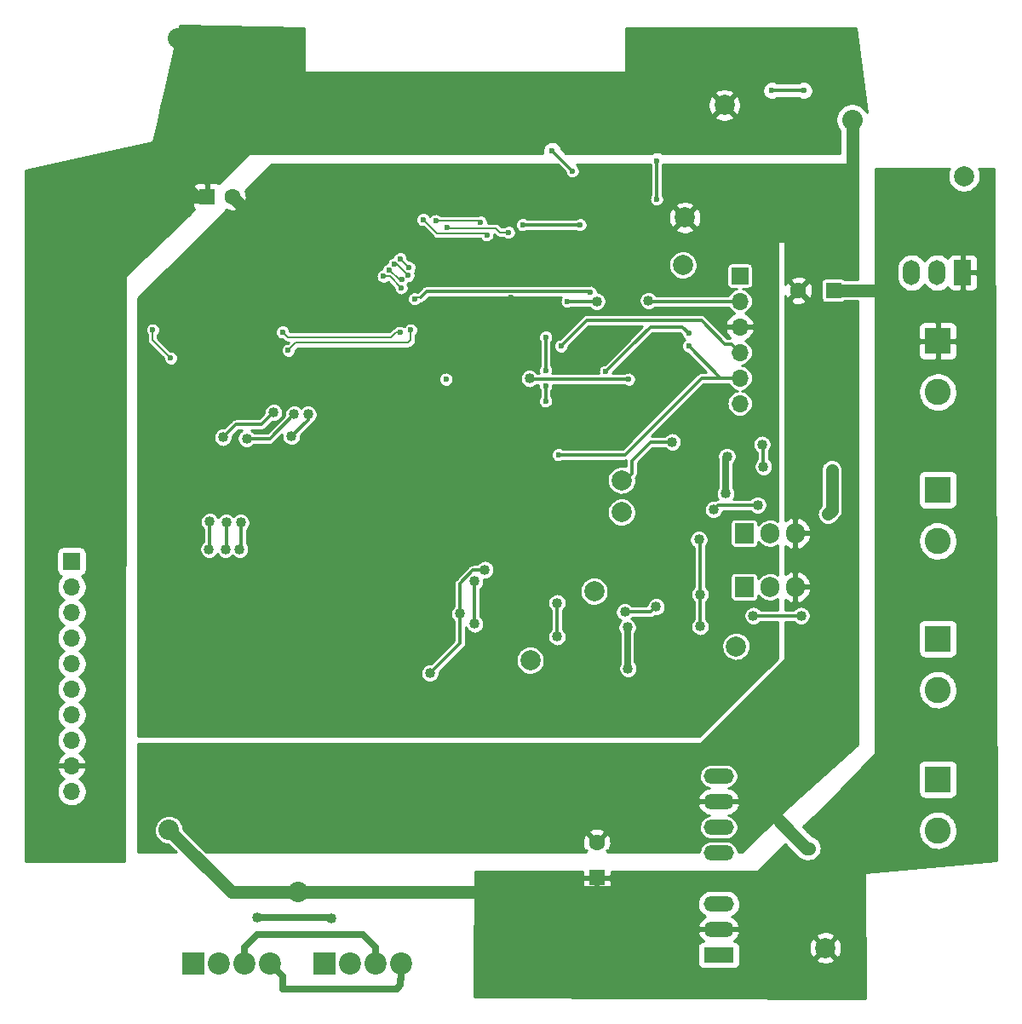
<source format=gbr>
G04 #@! TF.GenerationSoftware,KiCad,Pcbnew,(5.1.0-728-gb5c80fe68)*
G04 #@! TF.CreationDate,2019-05-28T10:59:10+01:00*
G04 #@! TF.ProjectId,garden,67617264-656e-42e6-9b69-6361645f7063,rev?*
G04 #@! TF.SameCoordinates,Original*
G04 #@! TF.FileFunction,Copper,L2,Bot*
G04 #@! TF.FilePolarity,Positive*
%FSLAX46Y46*%
G04 Gerber Fmt 4.6, Leading zero omitted, Abs format (unit mm)*
G04 Created by KiCad (PCBNEW (5.1.0-728-gb5c80fe68)) date 2019-05-28 10:59:10*
%MOMM*%
%LPD*%
G04 APERTURE LIST*
%ADD10C,2.000000*%
%ADD11C,1.600000*%
%ADD12R,1.600000X1.600000*%
%ADD13O,1.700000X1.700000*%
%ADD14R,1.700000X1.700000*%
%ADD15C,2.200000*%
%ADD16R,2.200000X2.200000*%
%ADD17O,3.000000X1.500000*%
%ADD18R,3.000000X1.500000*%
%ADD19C,2.600000*%
%ADD20R,2.600000X2.600000*%
%ADD21O,1.905000X2.000000*%
%ADD22R,1.905000X2.000000*%
%ADD23O,1.700000X2.500000*%
%ADD24R,1.700000X2.500000*%
%ADD25C,0.600000*%
%ADD26C,1.016000*%
%ADD27C,2.032000*%
%ADD28C,0.304800*%
%ADD29C,0.177800*%
%ADD30C,1.270000*%
%ADD31C,0.635000*%
%ADD32C,0.254000*%
G04 APERTURE END LIST*
D10*
X107442000Y-114427000D03*
X113792000Y-107569000D03*
X127889000Y-113030000D03*
X126746000Y-59245500D03*
X150558500Y-66294000D03*
X122618500Y-75120500D03*
X122809000Y-70421500D03*
X136779000Y-143002000D03*
X116522500Y-99695000D03*
X116522500Y-96520000D03*
D11*
X77811000Y-68326000D03*
D12*
X75311000Y-68326000D03*
D11*
X114046000Y-132517000D03*
D12*
X114046000Y-136017000D03*
D11*
X134104500Y-77660500D03*
D12*
X137604500Y-77660500D03*
D13*
X61849000Y-127444500D03*
X61849000Y-124904500D03*
X61849000Y-122364500D03*
X61849000Y-119824500D03*
X61849000Y-117284500D03*
X61849000Y-114744500D03*
X61849000Y-112204500D03*
X61849000Y-109664500D03*
X61849000Y-107124500D03*
D14*
X61849000Y-104584500D03*
D15*
X94615000Y-144526000D03*
X92075000Y-144526000D03*
X89535000Y-144526000D03*
D16*
X86995000Y-144526000D03*
D15*
X81534000Y-144526000D03*
X78994000Y-144526000D03*
X76454000Y-144526000D03*
D16*
X73914000Y-144526000D03*
D17*
X126174500Y-125920500D03*
X126174500Y-128460500D03*
X126174500Y-138620500D03*
X126174500Y-131000500D03*
X126174500Y-133540500D03*
X126174500Y-141160500D03*
D18*
X126174500Y-143700500D03*
D19*
X147955000Y-131318000D03*
D20*
X147955000Y-126238000D03*
D21*
X133794500Y-107124500D03*
X131254500Y-107124500D03*
D22*
X128714500Y-107124500D03*
D19*
X147955000Y-117348000D03*
D20*
X147955000Y-112268000D03*
D19*
X147955000Y-102552500D03*
D20*
X147955000Y-97472500D03*
D21*
X133794500Y-101790500D03*
X131254500Y-101790500D03*
D22*
X128714500Y-101790500D03*
D23*
X145351500Y-75882500D03*
X147891500Y-75882500D03*
D24*
X150431500Y-75882500D03*
D19*
X147955000Y-87757000D03*
D20*
X147955000Y-82677000D03*
D14*
X128270000Y-76200000D03*
D13*
X128270000Y-78740000D03*
X128270000Y-81280000D03*
X128270000Y-83820000D03*
X128270000Y-86360000D03*
X128270000Y-88900000D03*
D25*
X113411000Y-77851000D03*
X95948500Y-78486000D03*
X98171000Y-75184000D03*
D26*
X104775000Y-70866000D03*
D25*
X113411000Y-103505000D03*
X88315800Y-95173800D03*
X105537000Y-78359000D03*
X88519000Y-88265000D03*
D26*
X108204000Y-68834000D03*
X122682000Y-66294000D03*
D25*
X117856000Y-71628000D03*
D27*
X138430000Y-70358000D03*
X139446000Y-60706000D03*
D25*
X115062000Y-82296000D03*
X115062000Y-82296000D03*
X114808000Y-94742000D03*
X93472000Y-96520000D03*
D26*
X93218000Y-104140000D03*
X104902000Y-103886000D03*
X100330000Y-104140000D03*
X117856000Y-89916000D03*
X80010000Y-97536000D03*
D25*
X82740500Y-86169500D03*
D27*
X138430000Y-72834500D03*
D26*
X119443500Y-97980500D03*
X121412000Y-94170500D03*
X121920000Y-108458000D03*
X121856500Y-113665000D03*
X118745000Y-113347500D03*
X118935500Y-108267500D03*
X135128000Y-133096000D03*
X130492500Y-128651000D03*
X121348500Y-120459500D03*
D27*
X81597500Y-120332500D03*
X70294500Y-104521000D03*
X70231000Y-107061000D03*
X72446113Y-52579172D03*
X133731000Y-61785500D03*
X130873500Y-62611000D03*
X91694000Y-62865000D03*
D26*
X111125000Y-63627000D03*
D27*
X66040000Y-101981000D03*
D25*
X112395000Y-71120000D03*
X106680000Y-71120000D03*
D27*
X65532000Y-91186000D03*
D25*
X108966000Y-82296000D03*
X108966000Y-85598000D03*
X108966000Y-87122000D03*
X108966000Y-88646000D03*
D26*
X117094000Y-111125000D03*
X117157500Y-115252500D03*
D27*
X64960500Y-132715000D03*
D25*
X109601000Y-63754000D03*
X111633000Y-65786000D03*
X120015000Y-64770000D03*
X120015000Y-68580000D03*
X123190000Y-83185000D03*
X110236000Y-93980000D03*
X96774000Y-70612000D03*
X103124000Y-72136000D03*
X98044000Y-70739000D03*
X102489000Y-70866000D03*
X99187000Y-71374000D03*
X105283000Y-71882000D03*
X111125000Y-78740000D03*
D26*
X119176800Y-78676500D03*
X114046000Y-78740000D03*
D25*
X110490000Y-83185000D03*
X117221000Y-86487000D03*
X99060000Y-86487000D03*
D26*
X107378500Y-86423500D03*
D25*
X114935000Y-85725000D03*
X131445000Y-57785000D03*
X134620000Y-57785000D03*
X123190000Y-81915000D03*
X95396869Y-75394369D03*
X94505631Y-74503131D03*
X95310039Y-76167309D03*
X93936897Y-75033712D03*
X94659402Y-76593510D03*
X93406316Y-75602445D03*
X94610200Y-77406500D03*
X92837000Y-76263500D03*
X94488000Y-81851500D03*
X82804000Y-81788000D03*
X95567500Y-81597500D03*
X83375500Y-83629500D03*
X71691500Y-84391500D03*
X69913500Y-81597500D03*
D26*
X142176500Y-94170500D03*
X126873000Y-97853500D03*
X127000000Y-94170500D03*
D27*
X143510000Y-107315000D03*
X143129000Y-92583000D03*
D26*
X124333000Y-111061500D03*
X124333000Y-107886500D03*
X124206000Y-102425500D03*
D27*
X71501000Y-131254500D03*
X84391500Y-137477500D03*
D26*
X121539000Y-92710000D03*
X130048000Y-98996500D03*
X125666500Y-99441000D03*
X134366000Y-109982000D03*
X129603500Y-109982000D03*
X130619500Y-95186500D03*
X130492500Y-92964000D03*
X119951500Y-109093000D03*
X116840000Y-109601000D03*
X110109000Y-108712000D03*
X110109000Y-112077500D03*
X101917500Y-106553000D03*
X101917500Y-110807500D03*
X80327500Y-140017500D03*
X87630000Y-140081000D03*
X102933500Y-105410000D03*
X100457000Y-109791500D03*
X97472500Y-115697000D03*
X85344000Y-89979500D03*
X83693000Y-92173300D03*
X78676500Y-100711000D03*
X78549500Y-103378000D03*
X83947000Y-89979500D03*
X79248000Y-92392500D03*
X77216000Y-100711000D03*
X77152500Y-103378000D03*
X81915000Y-89789000D03*
X76898500Y-92265500D03*
X75565000Y-100647500D03*
X75501500Y-103378000D03*
X137414000Y-95504000D03*
X137033000Y-99885500D03*
D28*
X113288799Y-77728799D02*
X113411000Y-77851000D01*
X96520000Y-78359000D02*
X97150201Y-77728799D01*
X97150201Y-77728799D02*
X113288799Y-77728799D01*
D29*
X96520000Y-78359000D02*
X96075500Y-78359000D01*
X96075500Y-78359000D02*
X95948500Y-78486000D01*
D30*
X139446000Y-69342000D02*
X138430000Y-70358000D01*
X139446000Y-60706000D02*
X139446000Y-69342000D01*
X135128000Y-133096000D02*
X134937500Y-133096000D01*
X134937500Y-133096000D02*
X130492500Y-128651000D01*
D31*
X94615000Y-146081634D02*
X94551500Y-146145134D01*
X94615000Y-144526000D02*
X94615000Y-146081634D01*
X94551500Y-146145134D02*
X94551500Y-146685000D01*
X94551500Y-146685000D02*
X94170500Y-147066000D01*
X94170500Y-147066000D02*
X82804000Y-147066000D01*
X82804000Y-145796000D02*
X81534000Y-144526000D01*
X82804000Y-147066000D02*
X82804000Y-145796000D01*
D30*
X77811000Y-68326000D02*
X79311500Y-69826500D01*
D28*
X112395000Y-71120000D02*
X106680000Y-71120000D01*
X108966000Y-82296000D02*
X108966000Y-85598000D01*
X108966000Y-87122000D02*
X108966000Y-88646000D01*
D31*
X117094000Y-111125000D02*
X117094000Y-115189000D01*
X117094000Y-115189000D02*
X117157500Y-115252500D01*
D30*
X75311000Y-68326000D02*
X74168000Y-68326000D01*
X74168000Y-68326000D02*
X73596500Y-67754500D01*
D28*
X109601000Y-63754000D02*
X111633000Y-65786000D01*
X120015000Y-64770000D02*
X120015000Y-68580000D01*
X126365000Y-86360000D02*
X128270000Y-86360000D01*
X123190000Y-83185000D02*
X126365000Y-86360000D01*
X124460000Y-86360000D02*
X128270000Y-86360000D01*
X110236000Y-93980000D02*
X116840000Y-93980000D01*
X116840000Y-93980000D02*
X124460000Y-86360000D01*
D29*
X98171000Y-72009000D02*
X96774000Y-70612000D01*
X102997000Y-72009000D02*
X98171000Y-72009000D01*
X103124000Y-72136000D02*
X102997000Y-72009000D01*
X102362000Y-70739000D02*
X98044000Y-70739000D01*
X102489000Y-70866000D02*
X102362000Y-70739000D01*
X105283000Y-71882000D02*
X104394000Y-71882000D01*
X99314000Y-71501000D02*
X99187000Y-71374000D01*
X104013000Y-71501000D02*
X99314000Y-71501000D01*
X104394000Y-71882000D02*
X104013000Y-71501000D01*
X105283000Y-71882000D02*
X105156000Y-72009000D01*
D28*
X128270000Y-78740000D02*
X119240300Y-78740000D01*
X119240300Y-78740000D02*
X119176800Y-78676500D01*
X114046000Y-78740000D02*
X111125000Y-78740000D01*
X127420001Y-82970001D02*
X126785001Y-82970001D01*
X128270000Y-83820000D02*
X127420001Y-82970001D01*
X126785001Y-82970001D02*
X124460000Y-80645000D01*
X124460000Y-80645000D02*
X113030000Y-80645000D01*
X113030000Y-80645000D02*
X110490000Y-83185000D01*
X117221000Y-86487000D02*
X107442000Y-86487000D01*
X107442000Y-86487000D02*
X107378500Y-86423500D01*
X114935000Y-85725000D02*
X117475000Y-83185000D01*
X131445000Y-57785000D02*
X134620000Y-57785000D01*
X123190000Y-81915000D02*
X122555000Y-81280000D01*
X119380000Y-81280000D02*
X117475000Y-83185000D01*
X122555000Y-81280000D02*
X119380000Y-81280000D01*
D29*
X95396869Y-75394369D02*
X94505631Y-74503131D01*
X95310039Y-76167309D02*
X94176442Y-75033712D01*
X94176442Y-75033712D02*
X93936897Y-75033712D01*
X94659402Y-76593510D02*
X94397381Y-76593510D01*
X94397381Y-76593510D02*
X93406316Y-75602445D01*
X94610200Y-77406500D02*
X93467200Y-76263500D01*
X93467200Y-76263500D02*
X92837000Y-76263500D01*
X83312000Y-82296000D02*
X82804000Y-81788000D01*
X93619236Y-82296000D02*
X83312000Y-82296000D01*
X94488000Y-81851500D02*
X94063736Y-81851500D01*
X94063736Y-81851500D02*
X93619236Y-82296000D01*
X71691500Y-84391500D02*
X69913500Y-82613500D01*
X69913500Y-82613500D02*
X69913500Y-81597500D01*
X84137500Y-82867500D02*
X83375500Y-83629500D01*
X95313500Y-82867500D02*
X84137500Y-82867500D01*
X95567500Y-81597500D02*
X95567500Y-82613500D01*
X95567500Y-82613500D02*
X95313500Y-82867500D01*
D31*
X126873000Y-94297500D02*
X127000000Y-94170500D01*
X126873000Y-97853500D02*
X126873000Y-94297500D01*
D28*
X124333000Y-111061500D02*
X124333000Y-107886500D01*
X124333000Y-107886500D02*
X124333000Y-107168080D01*
X124333000Y-107168080D02*
X124333000Y-102552500D01*
X124333000Y-102552500D02*
X124206000Y-102425500D01*
D30*
X71501000Y-131254500D02*
X77724000Y-137477500D01*
X77724000Y-137477500D02*
X84391500Y-137477500D01*
X84391500Y-137477500D02*
X119570500Y-137477500D01*
X137604500Y-77660500D02*
X139674500Y-77660500D01*
X139674500Y-77660500D02*
X141922500Y-77660500D01*
D28*
X117522499Y-95837501D02*
X117522499Y-94567501D01*
X116522500Y-96837500D02*
X117522499Y-95837501D01*
X117522499Y-94567501D02*
X119380000Y-92710000D01*
X119380000Y-92710000D02*
X121539000Y-92710000D01*
X130048000Y-98996500D02*
X126111000Y-98996500D01*
X126111000Y-98996500D02*
X125666500Y-99441000D01*
X134366000Y-109982000D02*
X129603500Y-109982000D01*
X130619500Y-95186500D02*
X130619500Y-93091000D01*
X130619500Y-93091000D02*
X130492500Y-92964000D01*
X119951500Y-109093000D02*
X119443500Y-109601000D01*
X119443500Y-109601000D02*
X116840000Y-109601000D01*
X110109000Y-108712000D02*
X110109000Y-112077500D01*
D31*
X80295866Y-141668500D02*
X90805000Y-141668500D01*
X78994000Y-144526000D02*
X78994000Y-142970366D01*
X78994000Y-142970366D02*
X80295866Y-141668500D01*
X90805000Y-141700366D02*
X90805000Y-141668500D01*
X92075000Y-142970366D02*
X90805000Y-141700366D01*
X92075000Y-144526000D02*
X92075000Y-142970366D01*
D28*
X101917500Y-106553000D02*
X101917500Y-110807500D01*
D31*
X80327500Y-140017500D02*
X87566500Y-140017500D01*
X87566500Y-140017500D02*
X87630000Y-140081000D01*
D28*
X102215080Y-105410000D02*
X102151580Y-105473500D01*
X102933500Y-105410000D02*
X102215080Y-105410000D01*
X100457000Y-106772962D02*
X100457000Y-109791500D01*
X102151580Y-105473500D02*
X101756462Y-105473500D01*
X101756462Y-105473500D02*
X100457000Y-106772962D01*
X100457000Y-109791500D02*
X100457000Y-112712500D01*
X100457000Y-112712500D02*
X97472500Y-115697000D01*
X85344000Y-89979500D02*
X85344000Y-90522300D01*
X85344000Y-90522300D02*
X83693000Y-92173300D01*
X78676500Y-100711000D02*
X78676500Y-103251000D01*
X78676500Y-103251000D02*
X78549500Y-103378000D01*
X83947000Y-89979500D02*
X81534000Y-92392500D01*
X81534000Y-92392500D02*
X79248000Y-92392500D01*
X77216000Y-100711000D02*
X77216000Y-103314500D01*
X77216000Y-103314500D02*
X77152500Y-103378000D01*
X81915000Y-89789000D02*
X80708500Y-90995500D01*
X80708500Y-90995500D02*
X78168500Y-90995500D01*
X78168500Y-90995500D02*
X76898500Y-92265500D01*
X75565000Y-100647500D02*
X75565000Y-103314500D01*
X75565000Y-103314500D02*
X75501500Y-103378000D01*
D30*
X137414000Y-95504000D02*
X137414000Y-99504500D01*
X137414000Y-99504500D02*
X137033000Y-99885500D01*
D32*
G36*
X84963000Y-51560090D02*
G01*
X84963000Y-55880000D01*
X84983161Y-55948661D01*
X85037242Y-55995523D01*
X85090000Y-56007000D01*
X116840000Y-56007000D01*
X116908661Y-55986839D01*
X116955523Y-55932758D01*
X116967000Y-55880000D01*
X116967000Y-51562000D01*
X139779493Y-51562000D01*
X140911193Y-59944963D01*
X140858062Y-59840688D01*
X140705312Y-59630446D01*
X140521554Y-59446688D01*
X140311312Y-59293938D01*
X140079764Y-59175958D01*
X139832610Y-59095653D01*
X139575937Y-59055000D01*
X139316063Y-59055000D01*
X139059390Y-59095653D01*
X138812236Y-59175958D01*
X138580688Y-59293938D01*
X138370446Y-59446688D01*
X138186688Y-59630446D01*
X138033938Y-59840688D01*
X137915958Y-60072236D01*
X137835653Y-60319390D01*
X137795000Y-60576063D01*
X137795000Y-60835937D01*
X137835653Y-61092610D01*
X137915958Y-61339764D01*
X138033938Y-61571312D01*
X138176000Y-61766843D01*
X138176000Y-64008000D01*
X120565176Y-64008000D01*
X120397393Y-63911130D01*
X120210468Y-63850395D01*
X120015000Y-63829850D01*
X119819532Y-63850395D01*
X119632607Y-63911130D01*
X119464824Y-64008000D01*
X110968551Y-64008000D01*
X110514330Y-63553779D01*
X110495136Y-63463478D01*
X110415194Y-63283925D01*
X110299668Y-63124917D01*
X110153606Y-62993403D01*
X109983393Y-62895130D01*
X109796468Y-62834395D01*
X109601000Y-62813850D01*
X109405532Y-62834395D01*
X109218607Y-62895130D01*
X109048394Y-62993403D01*
X108902332Y-63124917D01*
X108786806Y-63283925D01*
X108706864Y-63463478D01*
X108666000Y-63655728D01*
X108666000Y-63852272D01*
X108699101Y-64008000D01*
X79502000Y-64008000D01*
X79411237Y-64046168D01*
X76498267Y-67022463D01*
X76419345Y-66965123D01*
X76270173Y-66906061D01*
X76111000Y-66885953D01*
X75596750Y-66891000D01*
X75438000Y-67049750D01*
X75438000Y-68105780D01*
X75098167Y-68453000D01*
X74034750Y-68453000D01*
X73876000Y-68611750D01*
X73872216Y-69166189D01*
X73902279Y-69323785D01*
X73970590Y-69468954D01*
X74031623Y-69542730D01*
X73570621Y-70013754D01*
X67222048Y-76108384D01*
X67183000Y-76199724D01*
X67056276Y-134429500D01*
X57277000Y-134429500D01*
X57277000Y-127548443D01*
X60362541Y-127548443D01*
X60399477Y-127789825D01*
X60475342Y-128021933D01*
X60588097Y-128238533D01*
X60734714Y-128433809D01*
X60911257Y-128602517D01*
X61112983Y-128740125D01*
X61334475Y-128842938D01*
X61569785Y-128908195D01*
X61795165Y-128929500D01*
X61910898Y-128929500D01*
X62092370Y-128914580D01*
X62329205Y-128855092D01*
X62553143Y-128757721D01*
X62758171Y-128625082D01*
X62938782Y-128460738D01*
X63090127Y-128269103D01*
X63208140Y-128055322D01*
X63289653Y-127825137D01*
X63332476Y-127584730D01*
X63335459Y-127340557D01*
X63298523Y-127099175D01*
X63222658Y-126867067D01*
X63109903Y-126650467D01*
X62963286Y-126455191D01*
X62786743Y-126286483D01*
X62618146Y-126171474D01*
X62654601Y-126151995D01*
X62848945Y-126002383D01*
X63016013Y-125822824D01*
X63151248Y-125618215D01*
X63250961Y-125394138D01*
X63290476Y-125261390D01*
X63169155Y-125031500D01*
X61976000Y-125031500D01*
X61976000Y-125051500D01*
X61722000Y-125051500D01*
X61722000Y-125031500D01*
X60528845Y-125031500D01*
X60407524Y-125261390D01*
X60447039Y-125394138D01*
X60546752Y-125618215D01*
X60681987Y-125822824D01*
X60849055Y-126002383D01*
X61043399Y-126151995D01*
X61081427Y-126172314D01*
X60939829Y-126263918D01*
X60759218Y-126428262D01*
X60607873Y-126619897D01*
X60489860Y-126833678D01*
X60408347Y-127063863D01*
X60365524Y-127304270D01*
X60362541Y-127548443D01*
X57277000Y-127548443D01*
X57277000Y-103734500D01*
X60358953Y-103734500D01*
X60358953Y-105434500D01*
X60390279Y-105632285D01*
X60458590Y-105777454D01*
X60560858Y-105901074D01*
X60690655Y-105995377D01*
X60824875Y-106048519D01*
X60759218Y-106108262D01*
X60607873Y-106299897D01*
X60489860Y-106513678D01*
X60408347Y-106743863D01*
X60365524Y-106984270D01*
X60362541Y-107228443D01*
X60399477Y-107469825D01*
X60475342Y-107701933D01*
X60588097Y-107918533D01*
X60734714Y-108113809D01*
X60911257Y-108282517D01*
X61076698Y-108395373D01*
X60939829Y-108483918D01*
X60759218Y-108648262D01*
X60607873Y-108839897D01*
X60489860Y-109053678D01*
X60408347Y-109283863D01*
X60365524Y-109524270D01*
X60362541Y-109768443D01*
X60399477Y-110009825D01*
X60475342Y-110241933D01*
X60588097Y-110458533D01*
X60734714Y-110653809D01*
X60911257Y-110822517D01*
X61076698Y-110935373D01*
X60939829Y-111023918D01*
X60759218Y-111188262D01*
X60607873Y-111379897D01*
X60489860Y-111593678D01*
X60408347Y-111823863D01*
X60365524Y-112064270D01*
X60362541Y-112308443D01*
X60399477Y-112549825D01*
X60475342Y-112781933D01*
X60588097Y-112998533D01*
X60734714Y-113193809D01*
X60911257Y-113362517D01*
X61076698Y-113475373D01*
X60939829Y-113563918D01*
X60759218Y-113728262D01*
X60607873Y-113919897D01*
X60489860Y-114133678D01*
X60408347Y-114363863D01*
X60365524Y-114604270D01*
X60362541Y-114848443D01*
X60399477Y-115089825D01*
X60475342Y-115321933D01*
X60588097Y-115538533D01*
X60734714Y-115733809D01*
X60911257Y-115902517D01*
X61076698Y-116015373D01*
X60939829Y-116103918D01*
X60759218Y-116268262D01*
X60607873Y-116459897D01*
X60489860Y-116673678D01*
X60408347Y-116903863D01*
X60365524Y-117144270D01*
X60362541Y-117388443D01*
X60399477Y-117629825D01*
X60475342Y-117861933D01*
X60588097Y-118078533D01*
X60734714Y-118273809D01*
X60911257Y-118442517D01*
X61076698Y-118555373D01*
X60939829Y-118643918D01*
X60759218Y-118808262D01*
X60607873Y-118999897D01*
X60489860Y-119213678D01*
X60408347Y-119443863D01*
X60365524Y-119684270D01*
X60362541Y-119928443D01*
X60399477Y-120169825D01*
X60475342Y-120401933D01*
X60588097Y-120618533D01*
X60734714Y-120813809D01*
X60911257Y-120982517D01*
X61076698Y-121095373D01*
X60939829Y-121183918D01*
X60759218Y-121348262D01*
X60607873Y-121539897D01*
X60489860Y-121753678D01*
X60408347Y-121983863D01*
X60365524Y-122224270D01*
X60362541Y-122468443D01*
X60399477Y-122709825D01*
X60475342Y-122941933D01*
X60588097Y-123158533D01*
X60734714Y-123353809D01*
X60911257Y-123522517D01*
X61079854Y-123637526D01*
X61043399Y-123657005D01*
X60849055Y-123806617D01*
X60681987Y-123986176D01*
X60546752Y-124190785D01*
X60447039Y-124414862D01*
X60407524Y-124547610D01*
X60528845Y-124777500D01*
X61722000Y-124777500D01*
X61722000Y-124757500D01*
X61976000Y-124757500D01*
X61976000Y-124777500D01*
X63169155Y-124777500D01*
X63290476Y-124547610D01*
X63250961Y-124414862D01*
X63151248Y-124190785D01*
X63016013Y-123986176D01*
X62848945Y-123806617D01*
X62654601Y-123657005D01*
X62616573Y-123636686D01*
X62758171Y-123545082D01*
X62938782Y-123380738D01*
X63090127Y-123189103D01*
X63208140Y-122975322D01*
X63289653Y-122745137D01*
X63332476Y-122504730D01*
X63335459Y-122260557D01*
X63298523Y-122019175D01*
X63222658Y-121787067D01*
X63109903Y-121570467D01*
X62963286Y-121375191D01*
X62786743Y-121206483D01*
X62621302Y-121093627D01*
X62758171Y-121005082D01*
X62938782Y-120840738D01*
X63090127Y-120649103D01*
X63208140Y-120435322D01*
X63289653Y-120205137D01*
X63332476Y-119964730D01*
X63335459Y-119720557D01*
X63298523Y-119479175D01*
X63222658Y-119247067D01*
X63109903Y-119030467D01*
X62963286Y-118835191D01*
X62786743Y-118666483D01*
X62621302Y-118553627D01*
X62758171Y-118465082D01*
X62938782Y-118300738D01*
X63090127Y-118109103D01*
X63208140Y-117895322D01*
X63289653Y-117665137D01*
X63332476Y-117424730D01*
X63335459Y-117180557D01*
X63298523Y-116939175D01*
X63222658Y-116707067D01*
X63109903Y-116490467D01*
X62963286Y-116295191D01*
X62786743Y-116126483D01*
X62621302Y-116013627D01*
X62758171Y-115925082D01*
X62938782Y-115760738D01*
X63090127Y-115569103D01*
X63208140Y-115355322D01*
X63289653Y-115125137D01*
X63332476Y-114884730D01*
X63335459Y-114640557D01*
X63298523Y-114399175D01*
X63222658Y-114167067D01*
X63109903Y-113950467D01*
X62963286Y-113755191D01*
X62786743Y-113586483D01*
X62621302Y-113473627D01*
X62758171Y-113385082D01*
X62938782Y-113220738D01*
X63090127Y-113029103D01*
X63208140Y-112815322D01*
X63289653Y-112585137D01*
X63332476Y-112344730D01*
X63335459Y-112100557D01*
X63298523Y-111859175D01*
X63222658Y-111627067D01*
X63109903Y-111410467D01*
X62963286Y-111215191D01*
X62786743Y-111046483D01*
X62621302Y-110933627D01*
X62758171Y-110845082D01*
X62938782Y-110680738D01*
X63090127Y-110489103D01*
X63208140Y-110275322D01*
X63289653Y-110045137D01*
X63332476Y-109804730D01*
X63335459Y-109560557D01*
X63298523Y-109319175D01*
X63222658Y-109087067D01*
X63109903Y-108870467D01*
X62963286Y-108675191D01*
X62786743Y-108506483D01*
X62621302Y-108393627D01*
X62758171Y-108305082D01*
X62938782Y-108140738D01*
X63090127Y-107949103D01*
X63208140Y-107735322D01*
X63289653Y-107505137D01*
X63332476Y-107264730D01*
X63335459Y-107020557D01*
X63298523Y-106779175D01*
X63222658Y-106547067D01*
X63109903Y-106330467D01*
X62963286Y-106135191D01*
X62871273Y-106047262D01*
X62896785Y-106043221D01*
X63041954Y-105974910D01*
X63165574Y-105872642D01*
X63259877Y-105742845D01*
X63318939Y-105593673D01*
X63339047Y-105434500D01*
X63339047Y-103734500D01*
X63307721Y-103536715D01*
X63239410Y-103391546D01*
X63137142Y-103267926D01*
X63007345Y-103173623D01*
X62858173Y-103114561D01*
X62699000Y-103094453D01*
X60999000Y-103094453D01*
X60801215Y-103125779D01*
X60656046Y-103194090D01*
X60532426Y-103296358D01*
X60438123Y-103426155D01*
X60379061Y-103575327D01*
X60358953Y-103734500D01*
X57277000Y-103734500D01*
X57277000Y-67485811D01*
X73872216Y-67485811D01*
X73876000Y-68040250D01*
X74034750Y-68199000D01*
X75184000Y-68199000D01*
X75184000Y-67049750D01*
X75025250Y-66891000D01*
X74511000Y-66885953D01*
X74351827Y-66906061D01*
X74202655Y-66965123D01*
X74072858Y-67059426D01*
X73970590Y-67183046D01*
X73902279Y-67328215D01*
X73872216Y-67485811D01*
X57277000Y-67485811D01*
X57277000Y-65697597D01*
X69877287Y-62925534D01*
X69940013Y-62891091D01*
X69973748Y-62830057D01*
X70539402Y-60378888D01*
X125792218Y-60378888D01*
X125887639Y-60642998D01*
X126116823Y-60760069D01*
X126361500Y-60839847D01*
X126615644Y-60880367D01*
X126872998Y-60880631D01*
X127127226Y-60840633D01*
X127372067Y-60761357D01*
X127601491Y-60644756D01*
X127604361Y-60642998D01*
X127699782Y-60378888D01*
X126746000Y-59425105D01*
X125792218Y-60378888D01*
X70539402Y-60378888D01*
X70771646Y-59372498D01*
X125110869Y-59372498D01*
X125150867Y-59626726D01*
X125230143Y-59871567D01*
X125346744Y-60100991D01*
X125348502Y-60103861D01*
X125612612Y-60199282D01*
X126566395Y-59245500D01*
X126925605Y-59245500D01*
X127879388Y-60199282D01*
X128143498Y-60103861D01*
X128260569Y-59874677D01*
X128340347Y-59630000D01*
X128380867Y-59375856D01*
X128381131Y-59118502D01*
X128341133Y-58864274D01*
X128261857Y-58619433D01*
X128145256Y-58390009D01*
X128143498Y-58387139D01*
X127879388Y-58291718D01*
X126925605Y-59245500D01*
X126566395Y-59245500D01*
X125612612Y-58291718D01*
X125348502Y-58387139D01*
X125231431Y-58616323D01*
X125151653Y-58861000D01*
X125111133Y-59115144D01*
X125110869Y-59372498D01*
X70771646Y-59372498D01*
X71062504Y-58112112D01*
X125792218Y-58112112D01*
X126746000Y-59065895D01*
X127699782Y-58112112D01*
X127604361Y-57848002D01*
X127375177Y-57730931D01*
X127239608Y-57686728D01*
X130510000Y-57686728D01*
X130510000Y-57883272D01*
X130550864Y-58075522D01*
X130630806Y-58255075D01*
X130746332Y-58414083D01*
X130892394Y-58545597D01*
X131062607Y-58643870D01*
X131249532Y-58704605D01*
X131445000Y-58725150D01*
X131640468Y-58704605D01*
X131827393Y-58643870D01*
X131951182Y-58572400D01*
X134113818Y-58572400D01*
X134237607Y-58643870D01*
X134424532Y-58704605D01*
X134620000Y-58725150D01*
X134815468Y-58704605D01*
X135002393Y-58643870D01*
X135172606Y-58545597D01*
X135318668Y-58414083D01*
X135434194Y-58255075D01*
X135514136Y-58075522D01*
X135555000Y-57883272D01*
X135555000Y-57686728D01*
X135514136Y-57494478D01*
X135434194Y-57314925D01*
X135318668Y-57155917D01*
X135172606Y-57024403D01*
X135002393Y-56926130D01*
X134815468Y-56865395D01*
X134620000Y-56844850D01*
X134424532Y-56865395D01*
X134237607Y-56926130D01*
X134113818Y-56997600D01*
X131951182Y-56997600D01*
X131827393Y-56926130D01*
X131640468Y-56865395D01*
X131445000Y-56844850D01*
X131249532Y-56865395D01*
X131062607Y-56926130D01*
X130892394Y-57024403D01*
X130746332Y-57155917D01*
X130630806Y-57314925D01*
X130550864Y-57494478D01*
X130510000Y-57686728D01*
X127239608Y-57686728D01*
X127130500Y-57651153D01*
X126876356Y-57610633D01*
X126619002Y-57610369D01*
X126364774Y-57650367D01*
X126119933Y-57729643D01*
X125890509Y-57846244D01*
X125887639Y-57848002D01*
X125792218Y-58112112D01*
X71062504Y-58112112D01*
X72617675Y-51373040D01*
X84963000Y-51560090D01*
X84963000Y-51560090D01*
G37*
X84963000Y-51560090D02*
X84963000Y-55880000D01*
X84983161Y-55948661D01*
X85037242Y-55995523D01*
X85090000Y-56007000D01*
X116840000Y-56007000D01*
X116908661Y-55986839D01*
X116955523Y-55932758D01*
X116967000Y-55880000D01*
X116967000Y-51562000D01*
X139779493Y-51562000D01*
X140911193Y-59944963D01*
X140858062Y-59840688D01*
X140705312Y-59630446D01*
X140521554Y-59446688D01*
X140311312Y-59293938D01*
X140079764Y-59175958D01*
X139832610Y-59095653D01*
X139575937Y-59055000D01*
X139316063Y-59055000D01*
X139059390Y-59095653D01*
X138812236Y-59175958D01*
X138580688Y-59293938D01*
X138370446Y-59446688D01*
X138186688Y-59630446D01*
X138033938Y-59840688D01*
X137915958Y-60072236D01*
X137835653Y-60319390D01*
X137795000Y-60576063D01*
X137795000Y-60835937D01*
X137835653Y-61092610D01*
X137915958Y-61339764D01*
X138033938Y-61571312D01*
X138176000Y-61766843D01*
X138176000Y-64008000D01*
X120565176Y-64008000D01*
X120397393Y-63911130D01*
X120210468Y-63850395D01*
X120015000Y-63829850D01*
X119819532Y-63850395D01*
X119632607Y-63911130D01*
X119464824Y-64008000D01*
X110968551Y-64008000D01*
X110514330Y-63553779D01*
X110495136Y-63463478D01*
X110415194Y-63283925D01*
X110299668Y-63124917D01*
X110153606Y-62993403D01*
X109983393Y-62895130D01*
X109796468Y-62834395D01*
X109601000Y-62813850D01*
X109405532Y-62834395D01*
X109218607Y-62895130D01*
X109048394Y-62993403D01*
X108902332Y-63124917D01*
X108786806Y-63283925D01*
X108706864Y-63463478D01*
X108666000Y-63655728D01*
X108666000Y-63852272D01*
X108699101Y-64008000D01*
X79502000Y-64008000D01*
X79411237Y-64046168D01*
X76498267Y-67022463D01*
X76419345Y-66965123D01*
X76270173Y-66906061D01*
X76111000Y-66885953D01*
X75596750Y-66891000D01*
X75438000Y-67049750D01*
X75438000Y-68105780D01*
X75098167Y-68453000D01*
X74034750Y-68453000D01*
X73876000Y-68611750D01*
X73872216Y-69166189D01*
X73902279Y-69323785D01*
X73970590Y-69468954D01*
X74031623Y-69542730D01*
X73570621Y-70013754D01*
X67222048Y-76108384D01*
X67183000Y-76199724D01*
X67056276Y-134429500D01*
X57277000Y-134429500D01*
X57277000Y-127548443D01*
X60362541Y-127548443D01*
X60399477Y-127789825D01*
X60475342Y-128021933D01*
X60588097Y-128238533D01*
X60734714Y-128433809D01*
X60911257Y-128602517D01*
X61112983Y-128740125D01*
X61334475Y-128842938D01*
X61569785Y-128908195D01*
X61795165Y-128929500D01*
X61910898Y-128929500D01*
X62092370Y-128914580D01*
X62329205Y-128855092D01*
X62553143Y-128757721D01*
X62758171Y-128625082D01*
X62938782Y-128460738D01*
X63090127Y-128269103D01*
X63208140Y-128055322D01*
X63289653Y-127825137D01*
X63332476Y-127584730D01*
X63335459Y-127340557D01*
X63298523Y-127099175D01*
X63222658Y-126867067D01*
X63109903Y-126650467D01*
X62963286Y-126455191D01*
X62786743Y-126286483D01*
X62618146Y-126171474D01*
X62654601Y-126151995D01*
X62848945Y-126002383D01*
X63016013Y-125822824D01*
X63151248Y-125618215D01*
X63250961Y-125394138D01*
X63290476Y-125261390D01*
X63169155Y-125031500D01*
X61976000Y-125031500D01*
X61976000Y-125051500D01*
X61722000Y-125051500D01*
X61722000Y-125031500D01*
X60528845Y-125031500D01*
X60407524Y-125261390D01*
X60447039Y-125394138D01*
X60546752Y-125618215D01*
X60681987Y-125822824D01*
X60849055Y-126002383D01*
X61043399Y-126151995D01*
X61081427Y-126172314D01*
X60939829Y-126263918D01*
X60759218Y-126428262D01*
X60607873Y-126619897D01*
X60489860Y-126833678D01*
X60408347Y-127063863D01*
X60365524Y-127304270D01*
X60362541Y-127548443D01*
X57277000Y-127548443D01*
X57277000Y-103734500D01*
X60358953Y-103734500D01*
X60358953Y-105434500D01*
X60390279Y-105632285D01*
X60458590Y-105777454D01*
X60560858Y-105901074D01*
X60690655Y-105995377D01*
X60824875Y-106048519D01*
X60759218Y-106108262D01*
X60607873Y-106299897D01*
X60489860Y-106513678D01*
X60408347Y-106743863D01*
X60365524Y-106984270D01*
X60362541Y-107228443D01*
X60399477Y-107469825D01*
X60475342Y-107701933D01*
X60588097Y-107918533D01*
X60734714Y-108113809D01*
X60911257Y-108282517D01*
X61076698Y-108395373D01*
X60939829Y-108483918D01*
X60759218Y-108648262D01*
X60607873Y-108839897D01*
X60489860Y-109053678D01*
X60408347Y-109283863D01*
X60365524Y-109524270D01*
X60362541Y-109768443D01*
X60399477Y-110009825D01*
X60475342Y-110241933D01*
X60588097Y-110458533D01*
X60734714Y-110653809D01*
X60911257Y-110822517D01*
X61076698Y-110935373D01*
X60939829Y-111023918D01*
X60759218Y-111188262D01*
X60607873Y-111379897D01*
X60489860Y-111593678D01*
X60408347Y-111823863D01*
X60365524Y-112064270D01*
X60362541Y-112308443D01*
X60399477Y-112549825D01*
X60475342Y-112781933D01*
X60588097Y-112998533D01*
X60734714Y-113193809D01*
X60911257Y-113362517D01*
X61076698Y-113475373D01*
X60939829Y-113563918D01*
X60759218Y-113728262D01*
X60607873Y-113919897D01*
X60489860Y-114133678D01*
X60408347Y-114363863D01*
X60365524Y-114604270D01*
X60362541Y-114848443D01*
X60399477Y-115089825D01*
X60475342Y-115321933D01*
X60588097Y-115538533D01*
X60734714Y-115733809D01*
X60911257Y-115902517D01*
X61076698Y-116015373D01*
X60939829Y-116103918D01*
X60759218Y-116268262D01*
X60607873Y-116459897D01*
X60489860Y-116673678D01*
X60408347Y-116903863D01*
X60365524Y-117144270D01*
X60362541Y-117388443D01*
X60399477Y-117629825D01*
X60475342Y-117861933D01*
X60588097Y-118078533D01*
X60734714Y-118273809D01*
X60911257Y-118442517D01*
X61076698Y-118555373D01*
X60939829Y-118643918D01*
X60759218Y-118808262D01*
X60607873Y-118999897D01*
X60489860Y-119213678D01*
X60408347Y-119443863D01*
X60365524Y-119684270D01*
X60362541Y-119928443D01*
X60399477Y-120169825D01*
X60475342Y-120401933D01*
X60588097Y-120618533D01*
X60734714Y-120813809D01*
X60911257Y-120982517D01*
X61076698Y-121095373D01*
X60939829Y-121183918D01*
X60759218Y-121348262D01*
X60607873Y-121539897D01*
X60489860Y-121753678D01*
X60408347Y-121983863D01*
X60365524Y-122224270D01*
X60362541Y-122468443D01*
X60399477Y-122709825D01*
X60475342Y-122941933D01*
X60588097Y-123158533D01*
X60734714Y-123353809D01*
X60911257Y-123522517D01*
X61079854Y-123637526D01*
X61043399Y-123657005D01*
X60849055Y-123806617D01*
X60681987Y-123986176D01*
X60546752Y-124190785D01*
X60447039Y-124414862D01*
X60407524Y-124547610D01*
X60528845Y-124777500D01*
X61722000Y-124777500D01*
X61722000Y-124757500D01*
X61976000Y-124757500D01*
X61976000Y-124777500D01*
X63169155Y-124777500D01*
X63290476Y-124547610D01*
X63250961Y-124414862D01*
X63151248Y-124190785D01*
X63016013Y-123986176D01*
X62848945Y-123806617D01*
X62654601Y-123657005D01*
X62616573Y-123636686D01*
X62758171Y-123545082D01*
X62938782Y-123380738D01*
X63090127Y-123189103D01*
X63208140Y-122975322D01*
X63289653Y-122745137D01*
X63332476Y-122504730D01*
X63335459Y-122260557D01*
X63298523Y-122019175D01*
X63222658Y-121787067D01*
X63109903Y-121570467D01*
X62963286Y-121375191D01*
X62786743Y-121206483D01*
X62621302Y-121093627D01*
X62758171Y-121005082D01*
X62938782Y-120840738D01*
X63090127Y-120649103D01*
X63208140Y-120435322D01*
X63289653Y-120205137D01*
X63332476Y-119964730D01*
X63335459Y-119720557D01*
X63298523Y-119479175D01*
X63222658Y-119247067D01*
X63109903Y-119030467D01*
X62963286Y-118835191D01*
X62786743Y-118666483D01*
X62621302Y-118553627D01*
X62758171Y-118465082D01*
X62938782Y-118300738D01*
X63090127Y-118109103D01*
X63208140Y-117895322D01*
X63289653Y-117665137D01*
X63332476Y-117424730D01*
X63335459Y-117180557D01*
X63298523Y-116939175D01*
X63222658Y-116707067D01*
X63109903Y-116490467D01*
X62963286Y-116295191D01*
X62786743Y-116126483D01*
X62621302Y-116013627D01*
X62758171Y-115925082D01*
X62938782Y-115760738D01*
X63090127Y-115569103D01*
X63208140Y-115355322D01*
X63289653Y-115125137D01*
X63332476Y-114884730D01*
X63335459Y-114640557D01*
X63298523Y-114399175D01*
X63222658Y-114167067D01*
X63109903Y-113950467D01*
X62963286Y-113755191D01*
X62786743Y-113586483D01*
X62621302Y-113473627D01*
X62758171Y-113385082D01*
X62938782Y-113220738D01*
X63090127Y-113029103D01*
X63208140Y-112815322D01*
X63289653Y-112585137D01*
X63332476Y-112344730D01*
X63335459Y-112100557D01*
X63298523Y-111859175D01*
X63222658Y-111627067D01*
X63109903Y-111410467D01*
X62963286Y-111215191D01*
X62786743Y-111046483D01*
X62621302Y-110933627D01*
X62758171Y-110845082D01*
X62938782Y-110680738D01*
X63090127Y-110489103D01*
X63208140Y-110275322D01*
X63289653Y-110045137D01*
X63332476Y-109804730D01*
X63335459Y-109560557D01*
X63298523Y-109319175D01*
X63222658Y-109087067D01*
X63109903Y-108870467D01*
X62963286Y-108675191D01*
X62786743Y-108506483D01*
X62621302Y-108393627D01*
X62758171Y-108305082D01*
X62938782Y-108140738D01*
X63090127Y-107949103D01*
X63208140Y-107735322D01*
X63289653Y-107505137D01*
X63332476Y-107264730D01*
X63335459Y-107020557D01*
X63298523Y-106779175D01*
X63222658Y-106547067D01*
X63109903Y-106330467D01*
X62963286Y-106135191D01*
X62871273Y-106047262D01*
X62896785Y-106043221D01*
X63041954Y-105974910D01*
X63165574Y-105872642D01*
X63259877Y-105742845D01*
X63318939Y-105593673D01*
X63339047Y-105434500D01*
X63339047Y-103734500D01*
X63307721Y-103536715D01*
X63239410Y-103391546D01*
X63137142Y-103267926D01*
X63007345Y-103173623D01*
X62858173Y-103114561D01*
X62699000Y-103094453D01*
X60999000Y-103094453D01*
X60801215Y-103125779D01*
X60656046Y-103194090D01*
X60532426Y-103296358D01*
X60438123Y-103426155D01*
X60379061Y-103575327D01*
X60358953Y-103734500D01*
X57277000Y-103734500D01*
X57277000Y-67485811D01*
X73872216Y-67485811D01*
X73876000Y-68040250D01*
X74034750Y-68199000D01*
X75184000Y-68199000D01*
X75184000Y-67049750D01*
X75025250Y-66891000D01*
X74511000Y-66885953D01*
X74351827Y-66906061D01*
X74202655Y-66965123D01*
X74072858Y-67059426D01*
X73970590Y-67183046D01*
X73902279Y-67328215D01*
X73872216Y-67485811D01*
X57277000Y-67485811D01*
X57277000Y-65697597D01*
X69877287Y-62925534D01*
X69940013Y-62891091D01*
X69973748Y-62830057D01*
X70539402Y-60378888D01*
X125792218Y-60378888D01*
X125887639Y-60642998D01*
X126116823Y-60760069D01*
X126361500Y-60839847D01*
X126615644Y-60880367D01*
X126872998Y-60880631D01*
X127127226Y-60840633D01*
X127372067Y-60761357D01*
X127601491Y-60644756D01*
X127604361Y-60642998D01*
X127699782Y-60378888D01*
X126746000Y-59425105D01*
X125792218Y-60378888D01*
X70539402Y-60378888D01*
X70771646Y-59372498D01*
X125110869Y-59372498D01*
X125150867Y-59626726D01*
X125230143Y-59871567D01*
X125346744Y-60100991D01*
X125348502Y-60103861D01*
X125612612Y-60199282D01*
X126566395Y-59245500D01*
X126925605Y-59245500D01*
X127879388Y-60199282D01*
X128143498Y-60103861D01*
X128260569Y-59874677D01*
X128340347Y-59630000D01*
X128380867Y-59375856D01*
X128381131Y-59118502D01*
X128341133Y-58864274D01*
X128261857Y-58619433D01*
X128145256Y-58390009D01*
X128143498Y-58387139D01*
X127879388Y-58291718D01*
X126925605Y-59245500D01*
X126566395Y-59245500D01*
X125612612Y-58291718D01*
X125348502Y-58387139D01*
X125231431Y-58616323D01*
X125151653Y-58861000D01*
X125111133Y-59115144D01*
X125110869Y-59372498D01*
X70771646Y-59372498D01*
X71062504Y-58112112D01*
X125792218Y-58112112D01*
X126746000Y-59065895D01*
X127699782Y-58112112D01*
X127604361Y-57848002D01*
X127375177Y-57730931D01*
X127239608Y-57686728D01*
X130510000Y-57686728D01*
X130510000Y-57883272D01*
X130550864Y-58075522D01*
X130630806Y-58255075D01*
X130746332Y-58414083D01*
X130892394Y-58545597D01*
X131062607Y-58643870D01*
X131249532Y-58704605D01*
X131445000Y-58725150D01*
X131640468Y-58704605D01*
X131827393Y-58643870D01*
X131951182Y-58572400D01*
X134113818Y-58572400D01*
X134237607Y-58643870D01*
X134424532Y-58704605D01*
X134620000Y-58725150D01*
X134815468Y-58704605D01*
X135002393Y-58643870D01*
X135172606Y-58545597D01*
X135318668Y-58414083D01*
X135434194Y-58255075D01*
X135514136Y-58075522D01*
X135555000Y-57883272D01*
X135555000Y-57686728D01*
X135514136Y-57494478D01*
X135434194Y-57314925D01*
X135318668Y-57155917D01*
X135172606Y-57024403D01*
X135002393Y-56926130D01*
X134815468Y-56865395D01*
X134620000Y-56844850D01*
X134424532Y-56865395D01*
X134237607Y-56926130D01*
X134113818Y-56997600D01*
X131951182Y-56997600D01*
X131827393Y-56926130D01*
X131640468Y-56865395D01*
X131445000Y-56844850D01*
X131249532Y-56865395D01*
X131062607Y-56926130D01*
X130892394Y-57024403D01*
X130746332Y-57155917D01*
X130630806Y-57314925D01*
X130550864Y-57494478D01*
X130510000Y-57686728D01*
X127239608Y-57686728D01*
X127130500Y-57651153D01*
X126876356Y-57610633D01*
X126619002Y-57610369D01*
X126364774Y-57650367D01*
X126119933Y-57729643D01*
X125890509Y-57846244D01*
X125887639Y-57848002D01*
X125792218Y-58112112D01*
X71062504Y-58112112D01*
X72617675Y-51373040D01*
X84963000Y-51560090D01*
G36*
X110907823Y-65887006D02*
G01*
X110914528Y-65949233D01*
X110971350Y-66110139D01*
X111063665Y-66253657D01*
X111186519Y-66372090D01*
X111333324Y-66459083D01*
X111496204Y-66509970D01*
X111666423Y-66522023D01*
X111834848Y-66494593D01*
X111992446Y-66429152D01*
X112130762Y-66329212D01*
X112242377Y-66200132D01*
X112321304Y-66048838D01*
X112363309Y-65883444D01*
X112364898Y-65701316D01*
X112325786Y-65535215D01*
X112249512Y-65382566D01*
X112140167Y-65251558D01*
X112034031Y-65172014D01*
X119403442Y-65172014D01*
X119430800Y-65214547D01*
X119430801Y-68137068D01*
X119359108Y-68244363D01*
X119299487Y-68404253D01*
X119278247Y-68573570D01*
X119296528Y-68743233D01*
X119353350Y-68904139D01*
X119445665Y-69047657D01*
X119568519Y-69166090D01*
X119715324Y-69253083D01*
X119878204Y-69303970D01*
X120048423Y-69316023D01*
X120216848Y-69288593D01*
X120218006Y-69288112D01*
X121855218Y-69288112D01*
X122809000Y-70241895D01*
X123762782Y-69288112D01*
X123667361Y-69024002D01*
X123438177Y-68906931D01*
X123193500Y-68827153D01*
X122939356Y-68786633D01*
X122682002Y-68786369D01*
X122427774Y-68826367D01*
X122182933Y-68905643D01*
X121953509Y-69022244D01*
X121950639Y-69024002D01*
X121855218Y-69288112D01*
X120218006Y-69288112D01*
X120374446Y-69223152D01*
X120512762Y-69123212D01*
X120624377Y-68994132D01*
X120703304Y-68842838D01*
X120745309Y-68677444D01*
X120746898Y-68495316D01*
X120707786Y-68329215D01*
X120631512Y-68176566D01*
X120599200Y-68137852D01*
X120599200Y-65213249D01*
X120624377Y-65184132D01*
X120630699Y-65172014D01*
X139954000Y-65172014D01*
X139954000Y-76593700D01*
X138749063Y-76593700D01*
X138745908Y-76588236D01*
X138650489Y-76499701D01*
X138533213Y-76443223D01*
X138404500Y-76423823D01*
X136804500Y-76423823D01*
X136644964Y-76454009D01*
X136532236Y-76519092D01*
X136443701Y-76614511D01*
X136387223Y-76731787D01*
X136367823Y-76860500D01*
X136367823Y-78460500D01*
X136398009Y-78620036D01*
X136463092Y-78732764D01*
X136558511Y-78821299D01*
X136675787Y-78877777D01*
X136804500Y-78897177D01*
X138404500Y-78897177D01*
X138564036Y-78866991D01*
X138676764Y-78801908D01*
X138745989Y-78727300D01*
X139954000Y-78727300D01*
X139954000Y-122773535D01*
X133518939Y-128577708D01*
X133515341Y-128581082D01*
X128472334Y-133498014D01*
X128107040Y-133498014D01*
X128107703Y-133447380D01*
X128070921Y-133233318D01*
X127995744Y-133029543D01*
X127884692Y-132842880D01*
X127741482Y-132679581D01*
X127570911Y-132545114D01*
X127378692Y-132443982D01*
X127171262Y-132379574D01*
X126972661Y-132358700D01*
X125369410Y-132358700D01*
X125208212Y-132373512D01*
X124999167Y-132432469D01*
X124804366Y-132528534D01*
X124630334Y-132658490D01*
X124482899Y-132817984D01*
X124366998Y-133001676D01*
X124286513Y-133203413D01*
X124244140Y-133416439D01*
X124243072Y-133498014D01*
X115172476Y-133498014D01*
X115189549Y-133480941D01*
X115037265Y-133328657D01*
X115281026Y-133257319D01*
X115386035Y-133043944D01*
X115454490Y-132816194D01*
X115484526Y-132580284D01*
X115475323Y-132342647D01*
X115427132Y-132109767D01*
X115341266Y-131887994D01*
X115281026Y-131776681D01*
X115037263Y-131705342D01*
X114225605Y-132517000D01*
X114239748Y-132531143D01*
X114060143Y-132710748D01*
X114046000Y-132696605D01*
X114031858Y-132710748D01*
X113852253Y-132531143D01*
X113866395Y-132517000D01*
X113054737Y-131705342D01*
X112810974Y-131776681D01*
X112705965Y-131990056D01*
X112637510Y-132217806D01*
X112607474Y-132453716D01*
X112616677Y-132691353D01*
X112664868Y-132924233D01*
X112750734Y-133146006D01*
X112810974Y-133257319D01*
X113054735Y-133328657D01*
X112902451Y-133480941D01*
X112919524Y-133498014D01*
X75253196Y-133498014D01*
X73280919Y-131525737D01*
X113234342Y-131525737D01*
X114046000Y-132337395D01*
X114857658Y-131525737D01*
X114786319Y-131281974D01*
X114572944Y-131176965D01*
X114345194Y-131108510D01*
X114109284Y-131078474D01*
X113871647Y-131087677D01*
X113638767Y-131135868D01*
X113416994Y-131221734D01*
X113305681Y-131281974D01*
X113234342Y-131525737D01*
X73280919Y-131525737D01*
X72947487Y-131192305D01*
X72948876Y-131135463D01*
X72909992Y-130900586D01*
X72833269Y-130675213D01*
X72720767Y-130465397D01*
X72575507Y-130276774D01*
X72401391Y-130114407D01*
X72203094Y-129982659D01*
X71985942Y-129885067D01*
X71755766Y-129824252D01*
X71518748Y-129801847D01*
X71281254Y-129818455D01*
X71049661Y-129873628D01*
X70830190Y-129965885D01*
X70628733Y-130092749D01*
X70450702Y-130250813D01*
X70300877Y-130435831D01*
X70183282Y-130642836D01*
X70101075Y-130866267D01*
X70056465Y-131100124D01*
X70050648Y-131338127D01*
X70083781Y-131573884D01*
X70154975Y-131801064D01*
X70262318Y-132013566D01*
X70402926Y-132205682D01*
X70573023Y-132372254D01*
X70768042Y-132508807D01*
X70982745Y-132611676D01*
X71211366Y-132678096D01*
X71443607Y-132705789D01*
X72235832Y-133498014D01*
X68453000Y-133498014D01*
X68453000Y-128801685D01*
X124082182Y-128801685D01*
X124092021Y-128859065D01*
X124178545Y-129078522D01*
X124300913Y-129280200D01*
X124455605Y-129458296D01*
X124638170Y-129607688D01*
X124843356Y-129724077D01*
X125065261Y-129804115D01*
X125222737Y-129832177D01*
X125208212Y-129833512D01*
X124999167Y-129892469D01*
X124804366Y-129988534D01*
X124630334Y-130118490D01*
X124482899Y-130277984D01*
X124366998Y-130461676D01*
X124286513Y-130663413D01*
X124244140Y-130876439D01*
X124241297Y-131093620D01*
X124278079Y-131307682D01*
X124353256Y-131511457D01*
X124464308Y-131698120D01*
X124607518Y-131861419D01*
X124778089Y-131995886D01*
X124970308Y-132097018D01*
X125177738Y-132161426D01*
X125376339Y-132182300D01*
X126979590Y-132182300D01*
X127140788Y-132167488D01*
X127349833Y-132108531D01*
X127544634Y-132012466D01*
X127718666Y-131882510D01*
X127866101Y-131723016D01*
X127982002Y-131539324D01*
X128062487Y-131337587D01*
X128104860Y-131124561D01*
X128107703Y-130907380D01*
X128070921Y-130693318D01*
X127995744Y-130489543D01*
X127884692Y-130302880D01*
X127741482Y-130139581D01*
X127570911Y-130005114D01*
X127378692Y-129903982D01*
X127171262Y-129839574D01*
X127116849Y-129833855D01*
X127283739Y-129804115D01*
X127505644Y-129724077D01*
X127710830Y-129607688D01*
X127893395Y-129458296D01*
X128048087Y-129280200D01*
X128170455Y-129078522D01*
X128256979Y-128859065D01*
X128266818Y-128801685D01*
X128144156Y-128587500D01*
X126301500Y-128587500D01*
X126301500Y-128607500D01*
X126047500Y-128607500D01*
X126047500Y-128587500D01*
X124204844Y-128587500D01*
X124082182Y-128801685D01*
X68453000Y-128801685D01*
X68453000Y-128119315D01*
X124082182Y-128119315D01*
X124204844Y-128333500D01*
X126047500Y-128333500D01*
X126047500Y-128313500D01*
X126301500Y-128313500D01*
X126301500Y-128333500D01*
X128144156Y-128333500D01*
X128266818Y-128119315D01*
X128256979Y-128061935D01*
X128170455Y-127842478D01*
X128048087Y-127640800D01*
X127893395Y-127462704D01*
X127710830Y-127313312D01*
X127505644Y-127196923D01*
X127283739Y-127116885D01*
X127126263Y-127088823D01*
X127140788Y-127087488D01*
X127349833Y-127028531D01*
X127544634Y-126932466D01*
X127718666Y-126802510D01*
X127866101Y-126643016D01*
X127982002Y-126459324D01*
X128062487Y-126257587D01*
X128104860Y-126044561D01*
X128107703Y-125827380D01*
X128070921Y-125613318D01*
X127995744Y-125409543D01*
X127884692Y-125222880D01*
X127741482Y-125059581D01*
X127570911Y-124925114D01*
X127378692Y-124823982D01*
X127171262Y-124759574D01*
X126972661Y-124738700D01*
X125369410Y-124738700D01*
X125208212Y-124753512D01*
X124999167Y-124812469D01*
X124804366Y-124908534D01*
X124630334Y-125038490D01*
X124482899Y-125197984D01*
X124366998Y-125381676D01*
X124286513Y-125583413D01*
X124244140Y-125796439D01*
X124241297Y-126013620D01*
X124278079Y-126227682D01*
X124353256Y-126431457D01*
X124464308Y-126618120D01*
X124607518Y-126781419D01*
X124778089Y-126915886D01*
X124970308Y-127017018D01*
X125177738Y-127081426D01*
X125232151Y-127087145D01*
X125065261Y-127116885D01*
X124843356Y-127196923D01*
X124638170Y-127313312D01*
X124455605Y-127462704D01*
X124300913Y-127640800D01*
X124178545Y-127842478D01*
X124092021Y-128061935D01*
X124082182Y-128119315D01*
X68453000Y-128119315D01*
X68453000Y-122745500D01*
X124333000Y-122745500D01*
X124422803Y-122708303D01*
X132741303Y-114389803D01*
X132778500Y-114300000D01*
X132778500Y-110566200D01*
X133628791Y-110566200D01*
X133663746Y-110614312D01*
X133810557Y-110746502D01*
X133981644Y-110845279D01*
X134169528Y-110906326D01*
X134366000Y-110926976D01*
X134562472Y-110906326D01*
X134750356Y-110845279D01*
X134921443Y-110746502D01*
X135068254Y-110614312D01*
X135184373Y-110454488D01*
X135264726Y-110274014D01*
X135305799Y-110080777D01*
X135305799Y-109883223D01*
X135264726Y-109689986D01*
X135184373Y-109509512D01*
X135068254Y-109349688D01*
X134921443Y-109217498D01*
X134750356Y-109118721D01*
X134562472Y-109057674D01*
X134366000Y-109037024D01*
X134169528Y-109057674D01*
X133981644Y-109118721D01*
X133810557Y-109217498D01*
X133663746Y-109349688D01*
X133628791Y-109397800D01*
X132778500Y-109397800D01*
X132778500Y-108385551D01*
X132927577Y-108500469D01*
X133146069Y-108619730D01*
X133380527Y-108703343D01*
X133421520Y-108715063D01*
X133667500Y-108595094D01*
X133667500Y-107251500D01*
X133921500Y-107251500D01*
X133921500Y-108595094D01*
X134167480Y-108715063D01*
X134208473Y-108703343D01*
X134442931Y-108619730D01*
X134661423Y-108500469D01*
X134858568Y-108348497D01*
X135029512Y-108167555D01*
X135170046Y-107962100D01*
X135276710Y-107737190D01*
X135346877Y-107498363D01*
X135220069Y-107251500D01*
X133921500Y-107251500D01*
X133667500Y-107251500D01*
X133647500Y-107251500D01*
X133647500Y-106997500D01*
X133667500Y-106997500D01*
X133667500Y-105653906D01*
X133921500Y-105653906D01*
X133921500Y-106997500D01*
X135220069Y-106997500D01*
X135346877Y-106750637D01*
X135276710Y-106511810D01*
X135170046Y-106286900D01*
X135029512Y-106081445D01*
X134858568Y-105900503D01*
X134661423Y-105748531D01*
X134442931Y-105629270D01*
X134208473Y-105545657D01*
X134167480Y-105533937D01*
X133921500Y-105653906D01*
X133667500Y-105653906D01*
X133421520Y-105533937D01*
X133380527Y-105545657D01*
X133146069Y-105629270D01*
X132927577Y-105748531D01*
X132778500Y-105863449D01*
X132778500Y-103051551D01*
X132927577Y-103166469D01*
X133146069Y-103285730D01*
X133380527Y-103369343D01*
X133421520Y-103381063D01*
X133667500Y-103261094D01*
X133667500Y-101917500D01*
X133921500Y-101917500D01*
X133921500Y-103261094D01*
X134167480Y-103381063D01*
X134208473Y-103369343D01*
X134442931Y-103285730D01*
X134661423Y-103166469D01*
X134858568Y-103014497D01*
X135029512Y-102833555D01*
X135170046Y-102628100D01*
X135276710Y-102403190D01*
X135346877Y-102164363D01*
X135220069Y-101917500D01*
X133921500Y-101917500D01*
X133667500Y-101917500D01*
X133647500Y-101917500D01*
X133647500Y-101663500D01*
X133667500Y-101663500D01*
X133667500Y-100319906D01*
X133921500Y-100319906D01*
X133921500Y-101663500D01*
X135220069Y-101663500D01*
X135346877Y-101416637D01*
X135276710Y-101177810D01*
X135170046Y-100952900D01*
X135029512Y-100747445D01*
X134858568Y-100566503D01*
X134661423Y-100414531D01*
X134442931Y-100295270D01*
X134208473Y-100211657D01*
X134167480Y-100199937D01*
X133921500Y-100319906D01*
X133667500Y-100319906D01*
X133421520Y-100199937D01*
X133380527Y-100211657D01*
X133146069Y-100295270D01*
X132927577Y-100414531D01*
X132778500Y-100529449D01*
X132778500Y-99881758D01*
X135961046Y-99881758D01*
X135980734Y-100090039D01*
X136040503Y-100290530D01*
X136138076Y-100475593D01*
X136269736Y-100638180D01*
X136430468Y-100772098D01*
X136614152Y-100872245D01*
X136813788Y-100934807D01*
X137021775Y-100957402D01*
X137230188Y-100939168D01*
X137431091Y-100880800D01*
X137616831Y-100784521D01*
X137752620Y-100674562D01*
X138127187Y-100299995D01*
X138164012Y-100270387D01*
X138201648Y-100225534D01*
X138205561Y-100221621D01*
X138234810Y-100186013D01*
X138298489Y-100110123D01*
X138301205Y-100105183D01*
X138304783Y-100100827D01*
X138351575Y-100013560D01*
X138399277Y-99926790D01*
X138400982Y-99921416D01*
X138403645Y-99916449D01*
X138432593Y-99821766D01*
X138462536Y-99727373D01*
X138463104Y-99721968D01*
X138464812Y-99716382D01*
X138485953Y-99508243D01*
X138480800Y-99453729D01*
X138480800Y-95451363D01*
X138465546Y-95295788D01*
X138405077Y-95095507D01*
X138306859Y-94910786D01*
X138174632Y-94748660D01*
X138013433Y-94615304D01*
X137829401Y-94515799D01*
X137629547Y-94453934D01*
X137421483Y-94432065D01*
X137213135Y-94451026D01*
X137012436Y-94510095D01*
X136827034Y-94607021D01*
X136663988Y-94738113D01*
X136529511Y-94898377D01*
X136428723Y-95081711D01*
X136365464Y-95281128D01*
X136347200Y-95454898D01*
X136347201Y-99062617D01*
X136241439Y-99168379D01*
X136142217Y-99289173D01*
X136043355Y-99473551D01*
X135982188Y-99673619D01*
X135961046Y-99881758D01*
X132778500Y-99881758D01*
X132778500Y-78651763D01*
X133292842Y-78651763D01*
X133364181Y-78895526D01*
X133577556Y-79000535D01*
X133805306Y-79068990D01*
X134041216Y-79099026D01*
X134278853Y-79089823D01*
X134511733Y-79041632D01*
X134733506Y-78955766D01*
X134844819Y-78895526D01*
X134916158Y-78651763D01*
X134104500Y-77840105D01*
X133292842Y-78651763D01*
X132778500Y-78651763D01*
X132778500Y-78210127D01*
X132809234Y-78289506D01*
X132869474Y-78400819D01*
X133113237Y-78472158D01*
X133924895Y-77660500D01*
X134284105Y-77660500D01*
X135095763Y-78472158D01*
X135339526Y-78400819D01*
X135444535Y-78187444D01*
X135512990Y-77959694D01*
X135543026Y-77723784D01*
X135533823Y-77486147D01*
X135485632Y-77253267D01*
X135399766Y-77031494D01*
X135339526Y-76920181D01*
X135095763Y-76848842D01*
X134284105Y-77660500D01*
X133924895Y-77660500D01*
X133113237Y-76848842D01*
X132869474Y-76920181D01*
X132778500Y-77105037D01*
X132778500Y-76669237D01*
X133292842Y-76669237D01*
X134104500Y-77480895D01*
X134916158Y-76669237D01*
X134844819Y-76425474D01*
X134631444Y-76320465D01*
X134403694Y-76252010D01*
X134167784Y-76221974D01*
X133930147Y-76231177D01*
X133697267Y-76279368D01*
X133475494Y-76365234D01*
X133364181Y-76425474D01*
X133292842Y-76669237D01*
X132778500Y-76669237D01*
X132778500Y-72898000D01*
X132758339Y-72829339D01*
X132704258Y-72782477D01*
X132651500Y-72771000D01*
X132143500Y-72771000D01*
X132074839Y-72791161D01*
X132027977Y-72845242D01*
X132016500Y-72898000D01*
X132016500Y-100584486D01*
X131986601Y-100562241D01*
X131777189Y-100455770D01*
X131552832Y-100386105D01*
X131319944Y-100355238D01*
X131085186Y-100364052D01*
X130855269Y-100412293D01*
X130636767Y-100498584D01*
X130435927Y-100620456D01*
X130258493Y-100774427D01*
X130109538Y-100956091D01*
X130103677Y-100966387D01*
X130103677Y-100790500D01*
X130073491Y-100630964D01*
X130008408Y-100518236D01*
X129912989Y-100429701D01*
X129795713Y-100373223D01*
X129667000Y-100353823D01*
X127762000Y-100353823D01*
X127602464Y-100384009D01*
X127489736Y-100449092D01*
X127401201Y-100544511D01*
X127344723Y-100661787D01*
X127325323Y-100790500D01*
X127325323Y-102790500D01*
X127355509Y-102950036D01*
X127420592Y-103062764D01*
X127516011Y-103151299D01*
X127633287Y-103207777D01*
X127762000Y-103227177D01*
X129667000Y-103227177D01*
X129826536Y-103196991D01*
X129939264Y-103131908D01*
X130027799Y-103036489D01*
X130084277Y-102919213D01*
X130103677Y-102790500D01*
X130103677Y-102607411D01*
X130171763Y-102708543D01*
X130333920Y-102878527D01*
X130522399Y-103018759D01*
X130731811Y-103125230D01*
X130956168Y-103194895D01*
X131189056Y-103225762D01*
X131423814Y-103216948D01*
X131653731Y-103168707D01*
X131872233Y-103082416D01*
X132016500Y-102994873D01*
X132016500Y-105918486D01*
X131986601Y-105896241D01*
X131777189Y-105789770D01*
X131552832Y-105720105D01*
X131319944Y-105689238D01*
X131085186Y-105698052D01*
X130855269Y-105746293D01*
X130636767Y-105832584D01*
X130435927Y-105954456D01*
X130258493Y-106108427D01*
X130109538Y-106290091D01*
X130103677Y-106300387D01*
X130103677Y-106124500D01*
X130073491Y-105964964D01*
X130008408Y-105852236D01*
X129912989Y-105763701D01*
X129795713Y-105707223D01*
X129667000Y-105687823D01*
X127762000Y-105687823D01*
X127602464Y-105718009D01*
X127489736Y-105783092D01*
X127401201Y-105878511D01*
X127344723Y-105995787D01*
X127325323Y-106124500D01*
X127325323Y-108124500D01*
X127355509Y-108284036D01*
X127420592Y-108396764D01*
X127516011Y-108485299D01*
X127633287Y-108541777D01*
X127762000Y-108561177D01*
X129667000Y-108561177D01*
X129826536Y-108530991D01*
X129939264Y-108465908D01*
X130027799Y-108370489D01*
X130084277Y-108253213D01*
X130103677Y-108124500D01*
X130103677Y-107941411D01*
X130171763Y-108042543D01*
X130333920Y-108212527D01*
X130522399Y-108352759D01*
X130731811Y-108459230D01*
X130956168Y-108528895D01*
X131189056Y-108559762D01*
X131423814Y-108550948D01*
X131653731Y-108502707D01*
X131872233Y-108416416D01*
X132016500Y-108328873D01*
X132016500Y-109397800D01*
X130340709Y-109397800D01*
X130305754Y-109349688D01*
X130158943Y-109217498D01*
X129987856Y-109118721D01*
X129799972Y-109057674D01*
X129603500Y-109037024D01*
X129407028Y-109057674D01*
X129219144Y-109118721D01*
X129048057Y-109217498D01*
X128901246Y-109349688D01*
X128785127Y-109509512D01*
X128704774Y-109689986D01*
X128663701Y-109883223D01*
X128663701Y-110080777D01*
X128704774Y-110274014D01*
X128785127Y-110454488D01*
X128901246Y-110614312D01*
X129048057Y-110746502D01*
X129219144Y-110845279D01*
X129407028Y-110906326D01*
X129603500Y-110926976D01*
X129799972Y-110906326D01*
X129987856Y-110845279D01*
X130158943Y-110746502D01*
X130305754Y-110614312D01*
X130340709Y-110566200D01*
X132016500Y-110566200D01*
X132016500Y-114247394D01*
X124280394Y-121983500D01*
X68453000Y-121983500D01*
X68453000Y-115598223D01*
X96532701Y-115598223D01*
X96532701Y-115795777D01*
X96573774Y-115989014D01*
X96654127Y-116169488D01*
X96770246Y-116329312D01*
X96917057Y-116461502D01*
X97088144Y-116560279D01*
X97276028Y-116621326D01*
X97472500Y-116641976D01*
X97668972Y-116621326D01*
X97856856Y-116560279D01*
X98027943Y-116461502D01*
X98174754Y-116329312D01*
X98290873Y-116169488D01*
X98371226Y-115989014D01*
X98412299Y-115795777D01*
X98412299Y-115598223D01*
X98409698Y-115585985D01*
X99485980Y-114509703D01*
X106007675Y-114509703D01*
X106040443Y-114742855D01*
X106110850Y-114967524D01*
X106217006Y-115177677D01*
X106356060Y-115367671D01*
X106524278Y-115532402D01*
X106717142Y-115667446D01*
X106929472Y-115769178D01*
X107155567Y-115834865D01*
X107389354Y-115862742D01*
X107624555Y-115852062D01*
X107854853Y-115803110D01*
X108074064Y-115717203D01*
X108276300Y-115596645D01*
X108456131Y-115444677D01*
X108608726Y-115265378D01*
X108729988Y-115063563D01*
X108816661Y-114844654D01*
X108866416Y-114614528D01*
X108873876Y-114309278D01*
X108835422Y-114076997D01*
X108759547Y-113854114D01*
X108648288Y-113646617D01*
X108504633Y-113460078D01*
X108332441Y-113299506D01*
X108136335Y-113169214D01*
X107921583Y-113072700D01*
X107693951Y-113012557D01*
X107459552Y-112990400D01*
X107224683Y-113006824D01*
X106995649Y-113061387D01*
X106778603Y-113152625D01*
X106579372Y-113278087D01*
X106403308Y-113434404D01*
X106255139Y-113617378D01*
X106138844Y-113822095D01*
X106057545Y-114043057D01*
X106013428Y-114274330D01*
X106007675Y-114509703D01*
X99485980Y-114509703D01*
X100843016Y-113152667D01*
X100873656Y-113129156D01*
X100967298Y-113007120D01*
X101026163Y-112865007D01*
X101041200Y-112750790D01*
X101041200Y-112750783D01*
X101046240Y-112712501D01*
X101041200Y-112674217D01*
X101041200Y-111149883D01*
X101099127Y-111279988D01*
X101215246Y-111439812D01*
X101362057Y-111572002D01*
X101533144Y-111670779D01*
X101721028Y-111731826D01*
X101917500Y-111752476D01*
X102113972Y-111731826D01*
X102301856Y-111670779D01*
X102472943Y-111572002D01*
X102619754Y-111439812D01*
X102735873Y-111279988D01*
X102816226Y-111099514D01*
X102857299Y-110906277D01*
X102857299Y-110708723D01*
X102816226Y-110515486D01*
X102735873Y-110335012D01*
X102619754Y-110175188D01*
X102501700Y-110068891D01*
X102501700Y-108613223D01*
X109169201Y-108613223D01*
X109169201Y-108810777D01*
X109210274Y-109004014D01*
X109290627Y-109184488D01*
X109406746Y-109344312D01*
X109524800Y-109450609D01*
X109524801Y-111338890D01*
X109406746Y-111445188D01*
X109290627Y-111605012D01*
X109210274Y-111785486D01*
X109169201Y-111978723D01*
X109169201Y-112176277D01*
X109210274Y-112369514D01*
X109290627Y-112549988D01*
X109406746Y-112709812D01*
X109553557Y-112842002D01*
X109724644Y-112940779D01*
X109912528Y-113001826D01*
X110109000Y-113022476D01*
X110305472Y-113001826D01*
X110493356Y-112940779D01*
X110664443Y-112842002D01*
X110811254Y-112709812D01*
X110927373Y-112549988D01*
X111007726Y-112369514D01*
X111048799Y-112176277D01*
X111048799Y-111978723D01*
X111007726Y-111785486D01*
X110927373Y-111605012D01*
X110811254Y-111445188D01*
X110693200Y-111338891D01*
X110693200Y-109502223D01*
X115900201Y-109502223D01*
X115900201Y-109699777D01*
X115941274Y-109893014D01*
X116021627Y-110073488D01*
X116137746Y-110233312D01*
X116284557Y-110365502D01*
X116435935Y-110452900D01*
X116391746Y-110492688D01*
X116275627Y-110652512D01*
X116195274Y-110832986D01*
X116154201Y-111026223D01*
X116154201Y-111223777D01*
X116195274Y-111417014D01*
X116275627Y-111597488D01*
X116344700Y-111692559D01*
X116344701Y-114772340D01*
X116339127Y-114780012D01*
X116258774Y-114960486D01*
X116217701Y-115153723D01*
X116217701Y-115351277D01*
X116258774Y-115544514D01*
X116339127Y-115724988D01*
X116455246Y-115884812D01*
X116602057Y-116017002D01*
X116773144Y-116115779D01*
X116961028Y-116176826D01*
X117157500Y-116197476D01*
X117353972Y-116176826D01*
X117541856Y-116115779D01*
X117712943Y-116017002D01*
X117859754Y-115884812D01*
X117975873Y-115724988D01*
X118056226Y-115544514D01*
X118097299Y-115351277D01*
X118097299Y-115153723D01*
X118056226Y-114960486D01*
X117975873Y-114780012D01*
X117859754Y-114620188D01*
X117843300Y-114605373D01*
X117843300Y-113112703D01*
X126454675Y-113112703D01*
X126487443Y-113345855D01*
X126557850Y-113570524D01*
X126664006Y-113780677D01*
X126803060Y-113970671D01*
X126971278Y-114135402D01*
X127164142Y-114270446D01*
X127376472Y-114372178D01*
X127602567Y-114437865D01*
X127836354Y-114465742D01*
X128071555Y-114455062D01*
X128301853Y-114406110D01*
X128521064Y-114320203D01*
X128723300Y-114199645D01*
X128903131Y-114047677D01*
X129055726Y-113868378D01*
X129176988Y-113666563D01*
X129263661Y-113447654D01*
X129313416Y-113217528D01*
X129320876Y-112912278D01*
X129282422Y-112679997D01*
X129206547Y-112457114D01*
X129095288Y-112249617D01*
X128951633Y-112063078D01*
X128779441Y-111902506D01*
X128583335Y-111772214D01*
X128368583Y-111675700D01*
X128140951Y-111615557D01*
X127906552Y-111593400D01*
X127671683Y-111609824D01*
X127442649Y-111664387D01*
X127225603Y-111755625D01*
X127026372Y-111881087D01*
X126850308Y-112037404D01*
X126702139Y-112220378D01*
X126585844Y-112425095D01*
X126504545Y-112646057D01*
X126460428Y-112877330D01*
X126454675Y-113112703D01*
X117843300Y-113112703D01*
X117843300Y-111692559D01*
X117912373Y-111597488D01*
X117992726Y-111417014D01*
X118033799Y-111223777D01*
X118033799Y-111026223D01*
X117992726Y-110832986D01*
X117912373Y-110652512D01*
X117796254Y-110492688D01*
X117649443Y-110360498D01*
X117498065Y-110273100D01*
X117542254Y-110233312D01*
X117577209Y-110185200D01*
X119405218Y-110185200D01*
X119443500Y-110190240D01*
X119481782Y-110185200D01*
X119481790Y-110185200D01*
X119596007Y-110170163D01*
X119738120Y-110111298D01*
X119847869Y-110027084D01*
X119951500Y-110037976D01*
X120147972Y-110017326D01*
X120335856Y-109956279D01*
X120506943Y-109857502D01*
X120653754Y-109725312D01*
X120769873Y-109565488D01*
X120850226Y-109385014D01*
X120891299Y-109191777D01*
X120891299Y-108994223D01*
X120850226Y-108800986D01*
X120769873Y-108620512D01*
X120653754Y-108460688D01*
X120506943Y-108328498D01*
X120335856Y-108229721D01*
X120147972Y-108168674D01*
X119951500Y-108148024D01*
X119755028Y-108168674D01*
X119567144Y-108229721D01*
X119396057Y-108328498D01*
X119249246Y-108460688D01*
X119133127Y-108620512D01*
X119052774Y-108800986D01*
X119011701Y-108994223D01*
X119011701Y-109016800D01*
X117577209Y-109016800D01*
X117542254Y-108968688D01*
X117395443Y-108836498D01*
X117224356Y-108737721D01*
X117036472Y-108676674D01*
X116840000Y-108656024D01*
X116643528Y-108676674D01*
X116455644Y-108737721D01*
X116284557Y-108836498D01*
X116137746Y-108968688D01*
X116021627Y-109128512D01*
X115941274Y-109308986D01*
X115900201Y-109502223D01*
X110693200Y-109502223D01*
X110693200Y-109450609D01*
X110811254Y-109344312D01*
X110927373Y-109184488D01*
X111007726Y-109004014D01*
X111048799Y-108810777D01*
X111048799Y-108613223D01*
X111007726Y-108419986D01*
X110927373Y-108239512D01*
X110811254Y-108079688D01*
X110664443Y-107947498D01*
X110493356Y-107848721D01*
X110305472Y-107787674D01*
X110109000Y-107767024D01*
X109912528Y-107787674D01*
X109724644Y-107848721D01*
X109553557Y-107947498D01*
X109406746Y-108079688D01*
X109290627Y-108239512D01*
X109210274Y-108419986D01*
X109169201Y-108613223D01*
X102501700Y-108613223D01*
X102501700Y-107651703D01*
X112357675Y-107651703D01*
X112390443Y-107884855D01*
X112460850Y-108109524D01*
X112567006Y-108319677D01*
X112706060Y-108509671D01*
X112874278Y-108674402D01*
X113067142Y-108809446D01*
X113279472Y-108911178D01*
X113505567Y-108976865D01*
X113739354Y-109004742D01*
X113974555Y-108994062D01*
X114204853Y-108945110D01*
X114424064Y-108859203D01*
X114626300Y-108738645D01*
X114806131Y-108586677D01*
X114958726Y-108407378D01*
X115079988Y-108205563D01*
X115166661Y-107986654D01*
X115216416Y-107756528D01*
X115223876Y-107451278D01*
X115185422Y-107218997D01*
X115109547Y-106996114D01*
X114998288Y-106788617D01*
X114854633Y-106602078D01*
X114682441Y-106441506D01*
X114486335Y-106311214D01*
X114271583Y-106214700D01*
X114043951Y-106154557D01*
X113809552Y-106132400D01*
X113574683Y-106148824D01*
X113345649Y-106203387D01*
X113128603Y-106294625D01*
X112929372Y-106420087D01*
X112753308Y-106576404D01*
X112605139Y-106759378D01*
X112488844Y-106964095D01*
X112407545Y-107185057D01*
X112363428Y-107416330D01*
X112357675Y-107651703D01*
X102501700Y-107651703D01*
X102501700Y-107291609D01*
X102619754Y-107185312D01*
X102735873Y-107025488D01*
X102816226Y-106845014D01*
X102857299Y-106651777D01*
X102857299Y-106454223D01*
X102833981Y-106344516D01*
X102933500Y-106354976D01*
X103129972Y-106334326D01*
X103317856Y-106273279D01*
X103488943Y-106174502D01*
X103635754Y-106042312D01*
X103751873Y-105882488D01*
X103832226Y-105702014D01*
X103873299Y-105508777D01*
X103873299Y-105311223D01*
X103832226Y-105117986D01*
X103751873Y-104937512D01*
X103635754Y-104777688D01*
X103488943Y-104645498D01*
X103317856Y-104546721D01*
X103129972Y-104485674D01*
X102933500Y-104465024D01*
X102737028Y-104485674D01*
X102549144Y-104546721D01*
X102378057Y-104645498D01*
X102231246Y-104777688D01*
X102198352Y-104822962D01*
X102176796Y-104825800D01*
X102176790Y-104825800D01*
X102062573Y-104840837D01*
X101945573Y-104889300D01*
X101794746Y-104889300D01*
X101756462Y-104884260D01*
X101718177Y-104889300D01*
X101718172Y-104889300D01*
X101621858Y-104901980D01*
X101603954Y-104904337D01*
X101545089Y-104928720D01*
X101461842Y-104963202D01*
X101440134Y-104979859D01*
X101370445Y-105033333D01*
X101370442Y-105033336D01*
X101339806Y-105056844D01*
X101316297Y-105087481D01*
X100070988Y-106332792D01*
X100040344Y-106356306D01*
X99946702Y-106478343D01*
X99887837Y-106620456D01*
X99872800Y-106734673D01*
X99872800Y-106734680D01*
X99867760Y-106772962D01*
X99872800Y-106811246D01*
X99872801Y-109052890D01*
X99754746Y-109159188D01*
X99638627Y-109319012D01*
X99558274Y-109499486D01*
X99517201Y-109692723D01*
X99517201Y-109890277D01*
X99558274Y-110083514D01*
X99638627Y-110263988D01*
X99754746Y-110423812D01*
X99872800Y-110530109D01*
X99872801Y-112470516D01*
X97579996Y-114763322D01*
X97472500Y-114752024D01*
X97276028Y-114772674D01*
X97088144Y-114833721D01*
X96917057Y-114932498D01*
X96770246Y-115064688D01*
X96654127Y-115224512D01*
X96573774Y-115404986D01*
X96532701Y-115598223D01*
X68453000Y-115598223D01*
X68453000Y-103279223D01*
X74561701Y-103279223D01*
X74561701Y-103476777D01*
X74602774Y-103670014D01*
X74683127Y-103850488D01*
X74799246Y-104010312D01*
X74946057Y-104142502D01*
X75117144Y-104241279D01*
X75305028Y-104302326D01*
X75501500Y-104322976D01*
X75697972Y-104302326D01*
X75885856Y-104241279D01*
X76056943Y-104142502D01*
X76203754Y-104010312D01*
X76319873Y-103850488D01*
X76327000Y-103834481D01*
X76334127Y-103850488D01*
X76450246Y-104010312D01*
X76597057Y-104142502D01*
X76768144Y-104241279D01*
X76956028Y-104302326D01*
X77152500Y-104322976D01*
X77348972Y-104302326D01*
X77536856Y-104241279D01*
X77707943Y-104142502D01*
X77851000Y-104013692D01*
X77994057Y-104142502D01*
X78165144Y-104241279D01*
X78353028Y-104302326D01*
X78549500Y-104322976D01*
X78745972Y-104302326D01*
X78933856Y-104241279D01*
X79104943Y-104142502D01*
X79251754Y-104010312D01*
X79367873Y-103850488D01*
X79448226Y-103670014D01*
X79489299Y-103476777D01*
X79489299Y-103279223D01*
X79448226Y-103085986D01*
X79367873Y-102905512D01*
X79260700Y-102758001D01*
X79260700Y-102326723D01*
X123266201Y-102326723D01*
X123266201Y-102524277D01*
X123307274Y-102717514D01*
X123387627Y-102897988D01*
X123503746Y-103057812D01*
X123650557Y-103190002D01*
X123748801Y-103246723D01*
X123748800Y-107129790D01*
X123748800Y-107147891D01*
X123630746Y-107254188D01*
X123514627Y-107414012D01*
X123434274Y-107594486D01*
X123393201Y-107787723D01*
X123393201Y-107985277D01*
X123434274Y-108178514D01*
X123514627Y-108358988D01*
X123630746Y-108518812D01*
X123748801Y-108625110D01*
X123748800Y-110322891D01*
X123630746Y-110429188D01*
X123514627Y-110589012D01*
X123434274Y-110769486D01*
X123393201Y-110962723D01*
X123393201Y-111160277D01*
X123434274Y-111353514D01*
X123514627Y-111533988D01*
X123630746Y-111693812D01*
X123777557Y-111826002D01*
X123948644Y-111924779D01*
X124136528Y-111985826D01*
X124333000Y-112006476D01*
X124529472Y-111985826D01*
X124717356Y-111924779D01*
X124888443Y-111826002D01*
X125035254Y-111693812D01*
X125151373Y-111533988D01*
X125231726Y-111353514D01*
X125272799Y-111160277D01*
X125272799Y-110962723D01*
X125231726Y-110769486D01*
X125151373Y-110589012D01*
X125035254Y-110429188D01*
X124917200Y-110322891D01*
X124917200Y-108625109D01*
X125035254Y-108518812D01*
X125151373Y-108358988D01*
X125231726Y-108178514D01*
X125272799Y-107985277D01*
X125272799Y-107787723D01*
X125231726Y-107594486D01*
X125151373Y-107414012D01*
X125035254Y-107254188D01*
X124917200Y-107147891D01*
X124917200Y-103045499D01*
X125024373Y-102897988D01*
X125104726Y-102717514D01*
X125145799Y-102524277D01*
X125145799Y-102326723D01*
X125104726Y-102133486D01*
X125024373Y-101953012D01*
X124908254Y-101793188D01*
X124761443Y-101660998D01*
X124590356Y-101562221D01*
X124402472Y-101501174D01*
X124206000Y-101480524D01*
X124009528Y-101501174D01*
X123821644Y-101562221D01*
X123650557Y-101660998D01*
X123503746Y-101793188D01*
X123387627Y-101953012D01*
X123307274Y-102133486D01*
X123266201Y-102326723D01*
X79260700Y-102326723D01*
X79260700Y-101449609D01*
X79378754Y-101343312D01*
X79494873Y-101183488D01*
X79575226Y-101003014D01*
X79616299Y-100809777D01*
X79616299Y-100612223D01*
X79575226Y-100418986D01*
X79494873Y-100238512D01*
X79378754Y-100078688D01*
X79231943Y-99946498D01*
X79060856Y-99847721D01*
X78872972Y-99786674D01*
X78787619Y-99777703D01*
X115088175Y-99777703D01*
X115120943Y-100010855D01*
X115191350Y-100235524D01*
X115297506Y-100445677D01*
X115436560Y-100635671D01*
X115604778Y-100800402D01*
X115797642Y-100935446D01*
X116009972Y-101037178D01*
X116236067Y-101102865D01*
X116469854Y-101130742D01*
X116705055Y-101120062D01*
X116935353Y-101071110D01*
X117154564Y-100985203D01*
X117356800Y-100864645D01*
X117536631Y-100712677D01*
X117689226Y-100533378D01*
X117810488Y-100331563D01*
X117897161Y-100112654D01*
X117946916Y-99882528D01*
X117954376Y-99577278D01*
X117915922Y-99344997D01*
X117914978Y-99342223D01*
X124726701Y-99342223D01*
X124726701Y-99539777D01*
X124767774Y-99733014D01*
X124848127Y-99913488D01*
X124964246Y-100073312D01*
X125111057Y-100205502D01*
X125282144Y-100304279D01*
X125470028Y-100365326D01*
X125666500Y-100385976D01*
X125862972Y-100365326D01*
X126050856Y-100304279D01*
X126221943Y-100205502D01*
X126368754Y-100073312D01*
X126484873Y-99913488D01*
X126565226Y-99733014D01*
X126597601Y-99580700D01*
X129310791Y-99580700D01*
X129345746Y-99628812D01*
X129492557Y-99761002D01*
X129663644Y-99859779D01*
X129851528Y-99920826D01*
X130048000Y-99941476D01*
X130244472Y-99920826D01*
X130432356Y-99859779D01*
X130603443Y-99761002D01*
X130750254Y-99628812D01*
X130866373Y-99468988D01*
X130946726Y-99288514D01*
X130987799Y-99095277D01*
X130987799Y-98897723D01*
X130946726Y-98704486D01*
X130866373Y-98524012D01*
X130750254Y-98364188D01*
X130603443Y-98231998D01*
X130432356Y-98133221D01*
X130244472Y-98072174D01*
X130048000Y-98051524D01*
X129851528Y-98072174D01*
X129663644Y-98133221D01*
X129492557Y-98231998D01*
X129345746Y-98364188D01*
X129310791Y-98412300D01*
X127628664Y-98412300D01*
X127691373Y-98325988D01*
X127771726Y-98145514D01*
X127812799Y-97952277D01*
X127812799Y-97754723D01*
X127771726Y-97561486D01*
X127691373Y-97381012D01*
X127622300Y-97285941D01*
X127622300Y-94874803D01*
X127702254Y-94802812D01*
X127818373Y-94642988D01*
X127898726Y-94462514D01*
X127939799Y-94269277D01*
X127939799Y-94071723D01*
X127898726Y-93878486D01*
X127818373Y-93698012D01*
X127702254Y-93538188D01*
X127555443Y-93405998D01*
X127384356Y-93307221D01*
X127196472Y-93246174D01*
X127000000Y-93225524D01*
X126803528Y-93246174D01*
X126615644Y-93307221D01*
X126444557Y-93405998D01*
X126297746Y-93538188D01*
X126181627Y-93698012D01*
X126101274Y-93878486D01*
X126060201Y-94071723D01*
X126060201Y-94269277D01*
X126101274Y-94462514D01*
X126123701Y-94512885D01*
X126123700Y-97285941D01*
X126054627Y-97381012D01*
X125974274Y-97561486D01*
X125933201Y-97754723D01*
X125933201Y-97952277D01*
X125974274Y-98145514D01*
X126054627Y-98325988D01*
X126113957Y-98407649D01*
X126111000Y-98407260D01*
X126072715Y-98412300D01*
X126072710Y-98412300D01*
X125976396Y-98424980D01*
X125958492Y-98427337D01*
X125901771Y-98450832D01*
X125816380Y-98486202D01*
X125787066Y-98508696D01*
X125666500Y-98496024D01*
X125470028Y-98516674D01*
X125282144Y-98577721D01*
X125111057Y-98676498D01*
X124964246Y-98808688D01*
X124848127Y-98968512D01*
X124767774Y-99148986D01*
X124726701Y-99342223D01*
X117914978Y-99342223D01*
X117840047Y-99122114D01*
X117728788Y-98914617D01*
X117585133Y-98728078D01*
X117412941Y-98567506D01*
X117216835Y-98437214D01*
X117002083Y-98340700D01*
X116774451Y-98280557D01*
X116540052Y-98258400D01*
X116305183Y-98274824D01*
X116076149Y-98329387D01*
X115859103Y-98420625D01*
X115659872Y-98546087D01*
X115483808Y-98702404D01*
X115335639Y-98885378D01*
X115219344Y-99090095D01*
X115138045Y-99311057D01*
X115093928Y-99542330D01*
X115088175Y-99777703D01*
X78787619Y-99777703D01*
X78676500Y-99766024D01*
X78480028Y-99786674D01*
X78292144Y-99847721D01*
X78121057Y-99946498D01*
X77974246Y-100078688D01*
X77946250Y-100117221D01*
X77918254Y-100078688D01*
X77771443Y-99946498D01*
X77600356Y-99847721D01*
X77412472Y-99786674D01*
X77216000Y-99766024D01*
X77019528Y-99786674D01*
X76831644Y-99847721D01*
X76660557Y-99946498D01*
X76513746Y-100078688D01*
X76406319Y-100226549D01*
X76383373Y-100175012D01*
X76267254Y-100015188D01*
X76120443Y-99882998D01*
X75949356Y-99784221D01*
X75761472Y-99723174D01*
X75565000Y-99702524D01*
X75368528Y-99723174D01*
X75180644Y-99784221D01*
X75009557Y-99882998D01*
X74862746Y-100015188D01*
X74746627Y-100175012D01*
X74666274Y-100355486D01*
X74625201Y-100548723D01*
X74625201Y-100746277D01*
X74666274Y-100939514D01*
X74746627Y-101119988D01*
X74862746Y-101279812D01*
X74980800Y-101386109D01*
X74980801Y-102593439D01*
X74946057Y-102613498D01*
X74799246Y-102745688D01*
X74683127Y-102905512D01*
X74602774Y-103085986D01*
X74561701Y-103279223D01*
X68453000Y-103279223D01*
X68453000Y-92166723D01*
X75958701Y-92166723D01*
X75958701Y-92364277D01*
X75999774Y-92557514D01*
X76080127Y-92737988D01*
X76196246Y-92897812D01*
X76343057Y-93030002D01*
X76514144Y-93128779D01*
X76702028Y-93189826D01*
X76898500Y-93210476D01*
X77094972Y-93189826D01*
X77282856Y-93128779D01*
X77453943Y-93030002D01*
X77600754Y-92897812D01*
X77716873Y-92737988D01*
X77797226Y-92557514D01*
X77838299Y-92364277D01*
X77838299Y-92166723D01*
X77835698Y-92154485D01*
X78410483Y-91579700D01*
X78776212Y-91579700D01*
X78692557Y-91627998D01*
X78545746Y-91760188D01*
X78429627Y-91920012D01*
X78349274Y-92100486D01*
X78308201Y-92293723D01*
X78308201Y-92491277D01*
X78349274Y-92684514D01*
X78429627Y-92864988D01*
X78545746Y-93024812D01*
X78692557Y-93157002D01*
X78863644Y-93255779D01*
X79051528Y-93316826D01*
X79248000Y-93337476D01*
X79444472Y-93316826D01*
X79632356Y-93255779D01*
X79803443Y-93157002D01*
X79950254Y-93024812D01*
X79985209Y-92976700D01*
X81495718Y-92976700D01*
X81534000Y-92981740D01*
X81572282Y-92976700D01*
X81572290Y-92976700D01*
X81686507Y-92961663D01*
X81828620Y-92902798D01*
X81950656Y-92809156D01*
X81974171Y-92778511D01*
X82773457Y-91979226D01*
X82753201Y-92074523D01*
X82753201Y-92272077D01*
X82794274Y-92465314D01*
X82874627Y-92645788D01*
X82990746Y-92805612D01*
X83137557Y-92937802D01*
X83308644Y-93036579D01*
X83496528Y-93097626D01*
X83693000Y-93118276D01*
X83889472Y-93097626D01*
X84077356Y-93036579D01*
X84248443Y-92937802D01*
X84395254Y-92805612D01*
X84511373Y-92645788D01*
X84591726Y-92465314D01*
X84632799Y-92272077D01*
X84632799Y-92074523D01*
X84630198Y-92062285D01*
X85730020Y-90962464D01*
X85760656Y-90938956D01*
X85784164Y-90908320D01*
X85784167Y-90908317D01*
X85854298Y-90816920D01*
X85879806Y-90755340D01*
X85899443Y-90744002D01*
X86046254Y-90611812D01*
X86162373Y-90451988D01*
X86242726Y-90271514D01*
X86283799Y-90078277D01*
X86283799Y-89880723D01*
X86242726Y-89687486D01*
X86162373Y-89507012D01*
X86046254Y-89347188D01*
X85899443Y-89214998D01*
X85728356Y-89116221D01*
X85540472Y-89055174D01*
X85344000Y-89034524D01*
X85147528Y-89055174D01*
X84959644Y-89116221D01*
X84788557Y-89214998D01*
X84645500Y-89343808D01*
X84502443Y-89214998D01*
X84331356Y-89116221D01*
X84143472Y-89055174D01*
X83947000Y-89034524D01*
X83750528Y-89055174D01*
X83562644Y-89116221D01*
X83391557Y-89214998D01*
X83244746Y-89347188D01*
X83128627Y-89507012D01*
X83048274Y-89687486D01*
X83007201Y-89880723D01*
X83007201Y-90078277D01*
X83009802Y-90090515D01*
X81292018Y-91808300D01*
X79985209Y-91808300D01*
X79950254Y-91760188D01*
X79803443Y-91627998D01*
X79719788Y-91579700D01*
X80670218Y-91579700D01*
X80708500Y-91584740D01*
X80746782Y-91579700D01*
X80746790Y-91579700D01*
X80861007Y-91564663D01*
X81003120Y-91505798D01*
X81125156Y-91412156D01*
X81148671Y-91381511D01*
X81807505Y-90722678D01*
X81915000Y-90733976D01*
X82111472Y-90713326D01*
X82299356Y-90652279D01*
X82470443Y-90553502D01*
X82617254Y-90421312D01*
X82733373Y-90261488D01*
X82813726Y-90081014D01*
X82854799Y-89887777D01*
X82854799Y-89690223D01*
X82813726Y-89496986D01*
X82733373Y-89316512D01*
X82617254Y-89156688D01*
X82470443Y-89024498D01*
X82299356Y-88925721D01*
X82111472Y-88864674D01*
X81915000Y-88844024D01*
X81718528Y-88864674D01*
X81530644Y-88925721D01*
X81359557Y-89024498D01*
X81212746Y-89156688D01*
X81096627Y-89316512D01*
X81016274Y-89496986D01*
X80975201Y-89690223D01*
X80975201Y-89887777D01*
X80977802Y-89900015D01*
X80466518Y-90411300D01*
X78206782Y-90411300D01*
X78168499Y-90406260D01*
X78130217Y-90411300D01*
X78130210Y-90411300D01*
X78015993Y-90426337D01*
X77873880Y-90485202D01*
X77751844Y-90578844D01*
X77728333Y-90609484D01*
X77005995Y-91331822D01*
X76898500Y-91320524D01*
X76702028Y-91341174D01*
X76514144Y-91402221D01*
X76343057Y-91500998D01*
X76196246Y-91633188D01*
X76080127Y-91793012D01*
X75999774Y-91973486D01*
X75958701Y-92166723D01*
X68453000Y-92166723D01*
X68453000Y-86480570D01*
X98323247Y-86480570D01*
X98341528Y-86650233D01*
X98398350Y-86811139D01*
X98490665Y-86954657D01*
X98613519Y-87073090D01*
X98760324Y-87160083D01*
X98923204Y-87210970D01*
X99093423Y-87223023D01*
X99261848Y-87195593D01*
X99419446Y-87130152D01*
X99557762Y-87030212D01*
X99669377Y-86901132D01*
X99748304Y-86749838D01*
X99790309Y-86584444D01*
X99791898Y-86402316D01*
X99773628Y-86324723D01*
X106438701Y-86324723D01*
X106438701Y-86522277D01*
X106479774Y-86715514D01*
X106560127Y-86895988D01*
X106676246Y-87055812D01*
X106823057Y-87188002D01*
X106994144Y-87286779D01*
X107182028Y-87347826D01*
X107378500Y-87368476D01*
X107574972Y-87347826D01*
X107762856Y-87286779D01*
X107933943Y-87188002D01*
X108063664Y-87071200D01*
X108234813Y-87071200D01*
X108229247Y-87115570D01*
X108247528Y-87285233D01*
X108304350Y-87446139D01*
X108381800Y-87566548D01*
X108381801Y-88203068D01*
X108310108Y-88310363D01*
X108250487Y-88470253D01*
X108229247Y-88639570D01*
X108247528Y-88809233D01*
X108304350Y-88970139D01*
X108396665Y-89113657D01*
X108519519Y-89232090D01*
X108666324Y-89319083D01*
X108829204Y-89369970D01*
X108999423Y-89382023D01*
X109167848Y-89354593D01*
X109325446Y-89289152D01*
X109463762Y-89189212D01*
X109575377Y-89060132D01*
X109654304Y-88908838D01*
X109696309Y-88743444D01*
X109697898Y-88561316D01*
X109658786Y-88395215D01*
X109582512Y-88242566D01*
X109550200Y-88203852D01*
X109550200Y-87565249D01*
X109575377Y-87536132D01*
X109654304Y-87384838D01*
X109696309Y-87219444D01*
X109697602Y-87071200D01*
X116772558Y-87071200D01*
X116774519Y-87073090D01*
X116921324Y-87160083D01*
X117084204Y-87210970D01*
X117254423Y-87223023D01*
X117422848Y-87195593D01*
X117580446Y-87130152D01*
X117718762Y-87030212D01*
X117830377Y-86901132D01*
X117909304Y-86749838D01*
X117951309Y-86584444D01*
X117952898Y-86402316D01*
X117913786Y-86236215D01*
X117837512Y-86083566D01*
X117728167Y-85952558D01*
X117591616Y-85850219D01*
X117435184Y-85782038D01*
X117267263Y-85751673D01*
X117096860Y-85760752D01*
X116933117Y-85808790D01*
X116784816Y-85893207D01*
X116774511Y-85902800D01*
X115644901Y-85902800D01*
X115665309Y-85822444D01*
X115665323Y-85820859D01*
X117915166Y-83571017D01*
X117915169Y-83571013D01*
X119621984Y-81864200D01*
X122313017Y-81864200D01*
X122464823Y-82016006D01*
X122471528Y-82078233D01*
X122528350Y-82239139D01*
X122620665Y-82382657D01*
X122743519Y-82501090D01*
X122826131Y-82550044D01*
X122753816Y-82591207D01*
X122628913Y-82707478D01*
X122534108Y-82849363D01*
X122474487Y-83009253D01*
X122453247Y-83178570D01*
X122471528Y-83348233D01*
X122528350Y-83509139D01*
X122620665Y-83652657D01*
X122743519Y-83771090D01*
X122890324Y-83858083D01*
X123053204Y-83908970D01*
X123090423Y-83911605D01*
X124954617Y-85775800D01*
X124498282Y-85775800D01*
X124459999Y-85770760D01*
X124421717Y-85775800D01*
X124421710Y-85775800D01*
X124307493Y-85790837D01*
X124165380Y-85849702D01*
X124043344Y-85943344D01*
X124019834Y-85973983D01*
X116598018Y-93395800D01*
X110676775Y-93395800D01*
X110606616Y-93343219D01*
X110450184Y-93275038D01*
X110282263Y-93244673D01*
X110111860Y-93253752D01*
X109948117Y-93301790D01*
X109799816Y-93386207D01*
X109674913Y-93502478D01*
X109580108Y-93644363D01*
X109520487Y-93804253D01*
X109499247Y-93973570D01*
X109517528Y-94143233D01*
X109574350Y-94304139D01*
X109666665Y-94447657D01*
X109789519Y-94566090D01*
X109936324Y-94653083D01*
X110099204Y-94703970D01*
X110269423Y-94716023D01*
X110437848Y-94688593D01*
X110595446Y-94623152D01*
X110677035Y-94564200D01*
X116801718Y-94564200D01*
X116840000Y-94569240D01*
X116878282Y-94564200D01*
X116878290Y-94564200D01*
X116934671Y-94556777D01*
X116933259Y-94567501D01*
X116938300Y-94605792D01*
X116938300Y-95148848D01*
X116774451Y-95105557D01*
X116540052Y-95083400D01*
X116305183Y-95099824D01*
X116076149Y-95154387D01*
X115859103Y-95245625D01*
X115659872Y-95371087D01*
X115483808Y-95527404D01*
X115335639Y-95710378D01*
X115219344Y-95915095D01*
X115138045Y-96136057D01*
X115093928Y-96367330D01*
X115088175Y-96602703D01*
X115120943Y-96835855D01*
X115191350Y-97060524D01*
X115297506Y-97270677D01*
X115436560Y-97460671D01*
X115604778Y-97625402D01*
X115797642Y-97760446D01*
X116009972Y-97862178D01*
X116236067Y-97927865D01*
X116469854Y-97955742D01*
X116705055Y-97945062D01*
X116935353Y-97896110D01*
X117154564Y-97810203D01*
X117356800Y-97689645D01*
X117536631Y-97537677D01*
X117689226Y-97358378D01*
X117810488Y-97156563D01*
X117897161Y-96937654D01*
X117946916Y-96707528D01*
X117954376Y-96402278D01*
X117930903Y-96260489D01*
X117939155Y-96254157D01*
X118032797Y-96132121D01*
X118091662Y-95990008D01*
X118106699Y-95875791D01*
X118106699Y-95875784D01*
X118111739Y-95837502D01*
X118106699Y-95799218D01*
X118106699Y-94809483D01*
X119621983Y-93294200D01*
X120801791Y-93294200D01*
X120836746Y-93342312D01*
X120983557Y-93474502D01*
X121154644Y-93573279D01*
X121342528Y-93634326D01*
X121539000Y-93654976D01*
X121735472Y-93634326D01*
X121923356Y-93573279D01*
X122094443Y-93474502D01*
X122241254Y-93342312D01*
X122357373Y-93182488D01*
X122437726Y-93002014D01*
X122466801Y-92865223D01*
X129552701Y-92865223D01*
X129552701Y-93062777D01*
X129593774Y-93256014D01*
X129674127Y-93436488D01*
X129790246Y-93596312D01*
X129937057Y-93728502D01*
X130035301Y-93785223D01*
X130035300Y-94447891D01*
X129917246Y-94554188D01*
X129801127Y-94714012D01*
X129720774Y-94894486D01*
X129679701Y-95087723D01*
X129679701Y-95285277D01*
X129720774Y-95478514D01*
X129801127Y-95658988D01*
X129917246Y-95818812D01*
X130064057Y-95951002D01*
X130235144Y-96049779D01*
X130423028Y-96110826D01*
X130619500Y-96131476D01*
X130815972Y-96110826D01*
X131003856Y-96049779D01*
X131174943Y-95951002D01*
X131321754Y-95818812D01*
X131437873Y-95658988D01*
X131518226Y-95478514D01*
X131559299Y-95285277D01*
X131559299Y-95087723D01*
X131518226Y-94894486D01*
X131437873Y-94714012D01*
X131321754Y-94554188D01*
X131203700Y-94447891D01*
X131203700Y-93583999D01*
X131310873Y-93436488D01*
X131391226Y-93256014D01*
X131432299Y-93062777D01*
X131432299Y-92865223D01*
X131391226Y-92671986D01*
X131310873Y-92491512D01*
X131194754Y-92331688D01*
X131047943Y-92199498D01*
X130876856Y-92100721D01*
X130688972Y-92039674D01*
X130492500Y-92019024D01*
X130296028Y-92039674D01*
X130108144Y-92100721D01*
X129937057Y-92199498D01*
X129790246Y-92331688D01*
X129674127Y-92491512D01*
X129593774Y-92671986D01*
X129552701Y-92865223D01*
X122466801Y-92865223D01*
X122478799Y-92808777D01*
X122478799Y-92611223D01*
X122437726Y-92417986D01*
X122357373Y-92237512D01*
X122241254Y-92077688D01*
X122094443Y-91945498D01*
X121923356Y-91846721D01*
X121735472Y-91785674D01*
X121539000Y-91765024D01*
X121342528Y-91785674D01*
X121154644Y-91846721D01*
X120983557Y-91945498D01*
X120836746Y-92077688D01*
X120801791Y-92125800D01*
X119520382Y-92125800D01*
X124701983Y-86944200D01*
X126326717Y-86944200D01*
X126364999Y-86949240D01*
X126403283Y-86944200D01*
X127128108Y-86944200D01*
X127155689Y-87003348D01*
X127284334Y-87187072D01*
X127442928Y-87345666D01*
X127626652Y-87474311D01*
X127829924Y-87569099D01*
X128046568Y-87627148D01*
X128079166Y-87630000D01*
X128046568Y-87632852D01*
X127829924Y-87690901D01*
X127626652Y-87785689D01*
X127442928Y-87914334D01*
X127284334Y-88072928D01*
X127155689Y-88256652D01*
X127060901Y-88459924D01*
X127002852Y-88676568D01*
X126983304Y-88900000D01*
X127002852Y-89123432D01*
X127060901Y-89340076D01*
X127155689Y-89543348D01*
X127284334Y-89727072D01*
X127442928Y-89885666D01*
X127626652Y-90014311D01*
X127829924Y-90109099D01*
X128046568Y-90167148D01*
X128214039Y-90181800D01*
X128325961Y-90181800D01*
X128493432Y-90167148D01*
X128710076Y-90109099D01*
X128913348Y-90014311D01*
X129097072Y-89885666D01*
X129255666Y-89727072D01*
X129384311Y-89543348D01*
X129479099Y-89340076D01*
X129537148Y-89123432D01*
X129556696Y-88900000D01*
X129537148Y-88676568D01*
X129479099Y-88459924D01*
X129384311Y-88256652D01*
X129255666Y-88072928D01*
X129097072Y-87914334D01*
X128913348Y-87785689D01*
X128710076Y-87690901D01*
X128493432Y-87632852D01*
X128460834Y-87630000D01*
X128493432Y-87627148D01*
X128710076Y-87569099D01*
X128913348Y-87474311D01*
X129097072Y-87345666D01*
X129255666Y-87187072D01*
X129384311Y-87003348D01*
X129479099Y-86800076D01*
X129537148Y-86583432D01*
X129556696Y-86360000D01*
X129537148Y-86136568D01*
X129479099Y-85919924D01*
X129384311Y-85716652D01*
X129255666Y-85532928D01*
X129097072Y-85374334D01*
X128913348Y-85245689D01*
X128710076Y-85150901D01*
X128493432Y-85092852D01*
X128460834Y-85090000D01*
X128493432Y-85087148D01*
X128710076Y-85029099D01*
X128913348Y-84934311D01*
X129097072Y-84805666D01*
X129255666Y-84647072D01*
X129384311Y-84463348D01*
X129479099Y-84260076D01*
X129537148Y-84043432D01*
X129556696Y-83820000D01*
X129537148Y-83596568D01*
X129479099Y-83379924D01*
X129384311Y-83176652D01*
X129255666Y-82992928D01*
X129097072Y-82834334D01*
X128913348Y-82705689D01*
X128812747Y-82658778D01*
X128859283Y-82643078D01*
X129075601Y-82527495D01*
X129269945Y-82377883D01*
X129437013Y-82198324D01*
X129572248Y-81993715D01*
X129671961Y-81769638D01*
X129711476Y-81636890D01*
X129590155Y-81407000D01*
X128397000Y-81407000D01*
X128397000Y-81427000D01*
X128143000Y-81427000D01*
X128143000Y-81407000D01*
X126949845Y-81407000D01*
X126828524Y-81636890D01*
X126868039Y-81769638D01*
X126967752Y-81993715D01*
X127102987Y-82198324D01*
X127270055Y-82377883D01*
X127280340Y-82385801D01*
X127026984Y-82385801D01*
X124900170Y-80258988D01*
X124876656Y-80228344D01*
X124754620Y-80134702D01*
X124612507Y-80075837D01*
X124498290Y-80060800D01*
X124498282Y-80060800D01*
X124460000Y-80055760D01*
X124421716Y-80060800D01*
X113068282Y-80060800D01*
X113029999Y-80055760D01*
X112991717Y-80060800D01*
X112991710Y-80060800D01*
X112877493Y-80075837D01*
X112735380Y-80134702D01*
X112613344Y-80228344D01*
X112589832Y-80258985D01*
X110391428Y-82457390D01*
X110365860Y-82458752D01*
X110202117Y-82506790D01*
X110053816Y-82591207D01*
X109928913Y-82707478D01*
X109834108Y-82849363D01*
X109774487Y-83009253D01*
X109753247Y-83178570D01*
X109771528Y-83348233D01*
X109828350Y-83509139D01*
X109920665Y-83652657D01*
X110043519Y-83771090D01*
X110190324Y-83858083D01*
X110353204Y-83908970D01*
X110523423Y-83921023D01*
X110691848Y-83893593D01*
X110849446Y-83828152D01*
X110987762Y-83728212D01*
X111099377Y-83599132D01*
X111178304Y-83447838D01*
X111220309Y-83282444D01*
X111220323Y-83280859D01*
X113271983Y-81229200D01*
X118604616Y-81229200D01*
X117088987Y-82744831D01*
X117088983Y-82744834D01*
X114836428Y-84997390D01*
X114810860Y-84998752D01*
X114647117Y-85046790D01*
X114498816Y-85131207D01*
X114373913Y-85247478D01*
X114279108Y-85389363D01*
X114219487Y-85549253D01*
X114198247Y-85718570D01*
X114216528Y-85888233D01*
X114221672Y-85902800D01*
X109632413Y-85902800D01*
X109654304Y-85860838D01*
X109696309Y-85695444D01*
X109697898Y-85513316D01*
X109658786Y-85347215D01*
X109582512Y-85194566D01*
X109550200Y-85155852D01*
X109550200Y-82739249D01*
X109575377Y-82710132D01*
X109654304Y-82558838D01*
X109696309Y-82393444D01*
X109697898Y-82211316D01*
X109658786Y-82045215D01*
X109582512Y-81892566D01*
X109473167Y-81761558D01*
X109336616Y-81659219D01*
X109180184Y-81591038D01*
X109012263Y-81560673D01*
X108841860Y-81569752D01*
X108678117Y-81617790D01*
X108529816Y-81702207D01*
X108404913Y-81818478D01*
X108310108Y-81960363D01*
X108250487Y-82120253D01*
X108229247Y-82289570D01*
X108247528Y-82459233D01*
X108304350Y-82620139D01*
X108381800Y-82740547D01*
X108381801Y-85155068D01*
X108310108Y-85262363D01*
X108250487Y-85422253D01*
X108229247Y-85591570D01*
X108247528Y-85761233D01*
X108297521Y-85902800D01*
X108161845Y-85902800D01*
X108080754Y-85791188D01*
X107933943Y-85658998D01*
X107762856Y-85560221D01*
X107574972Y-85499174D01*
X107378500Y-85478524D01*
X107182028Y-85499174D01*
X106994144Y-85560221D01*
X106823057Y-85658998D01*
X106676246Y-85791188D01*
X106560127Y-85951012D01*
X106479774Y-86131486D01*
X106438701Y-86324723D01*
X99773628Y-86324723D01*
X99752786Y-86236215D01*
X99676512Y-86083566D01*
X99567167Y-85952558D01*
X99430616Y-85850219D01*
X99274184Y-85782038D01*
X99106263Y-85751673D01*
X98935860Y-85760752D01*
X98772117Y-85808790D01*
X98623816Y-85893207D01*
X98498913Y-86009478D01*
X98404108Y-86151363D01*
X98344487Y-86311253D01*
X98323247Y-86480570D01*
X68453000Y-86480570D01*
X68453000Y-81591070D01*
X69176747Y-81591070D01*
X69195028Y-81760733D01*
X69251850Y-81921639D01*
X69344165Y-82065157D01*
X69392800Y-82112042D01*
X69392800Y-82601833D01*
X69390238Y-82662962D01*
X69400919Y-82708500D01*
X69407267Y-82754842D01*
X69417138Y-82777654D01*
X69422815Y-82801856D01*
X69437191Y-82823993D01*
X69463925Y-82885772D01*
X69553705Y-82996642D01*
X69576367Y-83012747D01*
X70955479Y-84391859D01*
X70973028Y-84554733D01*
X71029850Y-84715639D01*
X71122165Y-84859157D01*
X71245019Y-84977590D01*
X71391824Y-85064583D01*
X71554704Y-85115470D01*
X71724923Y-85127523D01*
X71893348Y-85100093D01*
X72050946Y-85034652D01*
X72189262Y-84934712D01*
X72300877Y-84805632D01*
X72379804Y-84654338D01*
X72421809Y-84488944D01*
X72423398Y-84306816D01*
X72384286Y-84140715D01*
X72308012Y-83988066D01*
X72198667Y-83857058D01*
X72062116Y-83754719D01*
X71905684Y-83686538D01*
X71737763Y-83656173D01*
X71694841Y-83658460D01*
X70434200Y-82397820D01*
X70434200Y-82114185D01*
X70522877Y-82011632D01*
X70601804Y-81860338D01*
X70621808Y-81781570D01*
X82067247Y-81781570D01*
X82085528Y-81951233D01*
X82142350Y-82112139D01*
X82234665Y-82255657D01*
X82357519Y-82374090D01*
X82504324Y-82461083D01*
X82667204Y-82511970D01*
X82801068Y-82521449D01*
X82935553Y-82655934D01*
X82976973Y-82700978D01*
X83016730Y-82725628D01*
X83053983Y-82753905D01*
X83077092Y-82763054D01*
X83098221Y-82776155D01*
X83124044Y-82781644D01*
X83186627Y-82806422D01*
X83328508Y-82821335D01*
X83355911Y-82816700D01*
X83451919Y-82816700D01*
X83371784Y-82896836D01*
X83251360Y-82903252D01*
X83087617Y-82951290D01*
X82939316Y-83035707D01*
X82814413Y-83151978D01*
X82719608Y-83293863D01*
X82659987Y-83453753D01*
X82638747Y-83623070D01*
X82657028Y-83792733D01*
X82713850Y-83953639D01*
X82806165Y-84097157D01*
X82929019Y-84215590D01*
X83075824Y-84302583D01*
X83238704Y-84353470D01*
X83408923Y-84365523D01*
X83577348Y-84338093D01*
X83734946Y-84272652D01*
X83873262Y-84172712D01*
X83984877Y-84043632D01*
X84063804Y-83892338D01*
X84105809Y-83726944D01*
X84106613Y-83634767D01*
X84353181Y-83388200D01*
X95301834Y-83388200D01*
X95362962Y-83390762D01*
X95408499Y-83380082D01*
X95454843Y-83373733D01*
X95477656Y-83363861D01*
X95501856Y-83358185D01*
X95523992Y-83343809D01*
X95585772Y-83317075D01*
X95696642Y-83227295D01*
X95712747Y-83204633D01*
X95927422Y-82989958D01*
X95972478Y-82948527D01*
X95997131Y-82908765D01*
X96025405Y-82871516D01*
X96034553Y-82848410D01*
X96047655Y-82827279D01*
X96053144Y-82801455D01*
X96077922Y-82738873D01*
X96092835Y-82596992D01*
X96088200Y-82569588D01*
X96088200Y-82114185D01*
X96176877Y-82011632D01*
X96255804Y-81860338D01*
X96297809Y-81694944D01*
X96299398Y-81512816D01*
X96260286Y-81346715D01*
X96184012Y-81194066D01*
X96074667Y-81063058D01*
X95938116Y-80960719D01*
X95781684Y-80892538D01*
X95613763Y-80862173D01*
X95443360Y-80871252D01*
X95279617Y-80919290D01*
X95131316Y-81003707D01*
X95006413Y-81119978D01*
X94914915Y-81256913D01*
X94858616Y-81214719D01*
X94702184Y-81146538D01*
X94534263Y-81116173D01*
X94363860Y-81125252D01*
X94200117Y-81173290D01*
X94051816Y-81257707D01*
X93963857Y-81339587D01*
X93922393Y-81345267D01*
X93899582Y-81355138D01*
X93875379Y-81360815D01*
X93853241Y-81375192D01*
X93791464Y-81401925D01*
X93680594Y-81491705D01*
X93664491Y-81514364D01*
X93403556Y-81775300D01*
X83535270Y-81775300D01*
X83535898Y-81703316D01*
X83496786Y-81537215D01*
X83420512Y-81384566D01*
X83311167Y-81253558D01*
X83174616Y-81151219D01*
X83018184Y-81083038D01*
X82850263Y-81052673D01*
X82679860Y-81061752D01*
X82516117Y-81109790D01*
X82367816Y-81194207D01*
X82242913Y-81310478D01*
X82148108Y-81452363D01*
X82088487Y-81612253D01*
X82067247Y-81781570D01*
X70621808Y-81781570D01*
X70643809Y-81694944D01*
X70645398Y-81512816D01*
X70606286Y-81346715D01*
X70530012Y-81194066D01*
X70420667Y-81063058D01*
X70284116Y-80960719D01*
X70127684Y-80892538D01*
X69959763Y-80862173D01*
X69789360Y-80871252D01*
X69625617Y-80919290D01*
X69477316Y-81003707D01*
X69352413Y-81119978D01*
X69257608Y-81261863D01*
X69197987Y-81421753D01*
X69176747Y-81591070D01*
X68453000Y-81591070D01*
X68453000Y-78479570D01*
X95211747Y-78479570D01*
X95230028Y-78649233D01*
X95286850Y-78810139D01*
X95379165Y-78953657D01*
X95502019Y-79072090D01*
X95648824Y-79159083D01*
X95811704Y-79209970D01*
X95981923Y-79222023D01*
X96150348Y-79194593D01*
X96307946Y-79129152D01*
X96446262Y-79029212D01*
X96516659Y-78947800D01*
X96520000Y-78948240D01*
X96672507Y-78928162D01*
X96814620Y-78869297D01*
X96906016Y-78799166D01*
X97392184Y-78312999D01*
X110530156Y-78312999D01*
X110469108Y-78404363D01*
X110409487Y-78564253D01*
X110388247Y-78733570D01*
X110406528Y-78903233D01*
X110463350Y-79064139D01*
X110555665Y-79207657D01*
X110678519Y-79326090D01*
X110825324Y-79413083D01*
X110988204Y-79463970D01*
X111158423Y-79476023D01*
X111326848Y-79448593D01*
X111484446Y-79383152D01*
X111566035Y-79324200D01*
X113308791Y-79324200D01*
X113343746Y-79372312D01*
X113490557Y-79504502D01*
X113661644Y-79603279D01*
X113849528Y-79664326D01*
X114046000Y-79684976D01*
X114242472Y-79664326D01*
X114430356Y-79603279D01*
X114601443Y-79504502D01*
X114748254Y-79372312D01*
X114864373Y-79212488D01*
X114944726Y-79032014D01*
X114985799Y-78838777D01*
X114985799Y-78641223D01*
X114972302Y-78577723D01*
X118237001Y-78577723D01*
X118237001Y-78775277D01*
X118278074Y-78968514D01*
X118358427Y-79148988D01*
X118474546Y-79308812D01*
X118621357Y-79441002D01*
X118792444Y-79539779D01*
X118980328Y-79600826D01*
X119176800Y-79621476D01*
X119373272Y-79600826D01*
X119561156Y-79539779D01*
X119732243Y-79441002D01*
X119861964Y-79324200D01*
X127128108Y-79324200D01*
X127155689Y-79383348D01*
X127284334Y-79567072D01*
X127442928Y-79725666D01*
X127626652Y-79854311D01*
X127727253Y-79901222D01*
X127680717Y-79916922D01*
X127464399Y-80032505D01*
X127270055Y-80182117D01*
X127102987Y-80361676D01*
X126967752Y-80566285D01*
X126868039Y-80790362D01*
X126828524Y-80923110D01*
X126949845Y-81153000D01*
X128143000Y-81153000D01*
X128143000Y-81133000D01*
X128397000Y-81133000D01*
X128397000Y-81153000D01*
X129590155Y-81153000D01*
X129711476Y-80923110D01*
X129671961Y-80790362D01*
X129572248Y-80566285D01*
X129437013Y-80361676D01*
X129269945Y-80182117D01*
X129075601Y-80032505D01*
X128859283Y-79916922D01*
X128812747Y-79901222D01*
X128913348Y-79854311D01*
X129097072Y-79725666D01*
X129255666Y-79567072D01*
X129384311Y-79383348D01*
X129479099Y-79180076D01*
X129537148Y-78963432D01*
X129556696Y-78740000D01*
X129537148Y-78516568D01*
X129479099Y-78299924D01*
X129384311Y-78096652D01*
X129255666Y-77912928D01*
X129097072Y-77754334D01*
X128913348Y-77625689D01*
X128710076Y-77530901D01*
X128545028Y-77486677D01*
X129120000Y-77486677D01*
X129279536Y-77456491D01*
X129392264Y-77391408D01*
X129480799Y-77295989D01*
X129537277Y-77178713D01*
X129556677Y-77050000D01*
X129556677Y-75350000D01*
X129526491Y-75190464D01*
X129461408Y-75077736D01*
X129365989Y-74989201D01*
X129248713Y-74932723D01*
X129120000Y-74913323D01*
X127420000Y-74913323D01*
X127260464Y-74943509D01*
X127147736Y-75008592D01*
X127059201Y-75104011D01*
X127002723Y-75221287D01*
X126983323Y-75350000D01*
X126983323Y-77050000D01*
X127013509Y-77209536D01*
X127078592Y-77322264D01*
X127174011Y-77410799D01*
X127291287Y-77467277D01*
X127420000Y-77486677D01*
X127994972Y-77486677D01*
X127829924Y-77530901D01*
X127626652Y-77625689D01*
X127442928Y-77754334D01*
X127284334Y-77912928D01*
X127155689Y-78096652D01*
X127128108Y-78155800D01*
X119960145Y-78155800D01*
X119879054Y-78044188D01*
X119732243Y-77911998D01*
X119561156Y-77813221D01*
X119373272Y-77752174D01*
X119176800Y-77731524D01*
X118980328Y-77752174D01*
X118792444Y-77813221D01*
X118621357Y-77911998D01*
X118474546Y-78044188D01*
X118358427Y-78204012D01*
X118278074Y-78384486D01*
X118237001Y-78577723D01*
X114972302Y-78577723D01*
X114944726Y-78447986D01*
X114864373Y-78267512D01*
X114748254Y-78107688D01*
X114601443Y-77975498D01*
X114430356Y-77876721D01*
X114242472Y-77815674D01*
X114142559Y-77805173D01*
X114142898Y-77766316D01*
X114103786Y-77600215D01*
X114027512Y-77447566D01*
X113918167Y-77316558D01*
X113781616Y-77214219D01*
X113625184Y-77146038D01*
X113457263Y-77115673D01*
X113286860Y-77124752D01*
X113219209Y-77144599D01*
X97188485Y-77144599D01*
X97150201Y-77139559D01*
X97111916Y-77144599D01*
X97111911Y-77144599D01*
X97015597Y-77157279D01*
X96997693Y-77159636D01*
X96938828Y-77184019D01*
X96855581Y-77218501D01*
X96855579Y-77218502D01*
X96855580Y-77218502D01*
X96764184Y-77288632D01*
X96764181Y-77288635D01*
X96733545Y-77312143D01*
X96710036Y-77342780D01*
X96238664Y-77814154D01*
X96162684Y-77781038D01*
X95994763Y-77750673D01*
X95824360Y-77759752D01*
X95660617Y-77807790D01*
X95512316Y-77892207D01*
X95387413Y-78008478D01*
X95292608Y-78150363D01*
X95232987Y-78310253D01*
X95211747Y-78479570D01*
X68453000Y-78479570D01*
X68453000Y-78432620D01*
X70628550Y-76257070D01*
X92100247Y-76257070D01*
X92118528Y-76426733D01*
X92175350Y-76587639D01*
X92267665Y-76731157D01*
X92390519Y-76849590D01*
X92537324Y-76936583D01*
X92700204Y-76987470D01*
X92870423Y-76999523D01*
X93038848Y-76972093D01*
X93196446Y-76906652D01*
X93299506Y-76832186D01*
X93874179Y-77406859D01*
X93891728Y-77569733D01*
X93948550Y-77730639D01*
X94040865Y-77874157D01*
X94163719Y-77992590D01*
X94310524Y-78079583D01*
X94473404Y-78130470D01*
X94643623Y-78142523D01*
X94812048Y-78115093D01*
X94969646Y-78049652D01*
X95107962Y-77949712D01*
X95219577Y-77820632D01*
X95298504Y-77669338D01*
X95340509Y-77503944D01*
X95342098Y-77321816D01*
X95302986Y-77155715D01*
X95243567Y-77036799D01*
X95268779Y-77007642D01*
X95323917Y-76901948D01*
X95343462Y-76903332D01*
X95511887Y-76875902D01*
X95669485Y-76810461D01*
X95807801Y-76710521D01*
X95919416Y-76581441D01*
X95998343Y-76430147D01*
X96040348Y-76264753D01*
X96041937Y-76082625D01*
X96002825Y-75916524D01*
X95969870Y-75850569D01*
X96006246Y-75808501D01*
X96085173Y-75657207D01*
X96127178Y-75491813D01*
X96128767Y-75309685D01*
X96103694Y-75203203D01*
X121184175Y-75203203D01*
X121216943Y-75436355D01*
X121287350Y-75661024D01*
X121393506Y-75871177D01*
X121532560Y-76061171D01*
X121700778Y-76225902D01*
X121893642Y-76360946D01*
X122105972Y-76462678D01*
X122332067Y-76528365D01*
X122565854Y-76556242D01*
X122801055Y-76545562D01*
X123031353Y-76496610D01*
X123250564Y-76410703D01*
X123452800Y-76290145D01*
X123632631Y-76138177D01*
X123785226Y-75958878D01*
X123906488Y-75757063D01*
X123993161Y-75538154D01*
X124042916Y-75308028D01*
X124050376Y-75002778D01*
X124011922Y-74770497D01*
X123936047Y-74547614D01*
X123824788Y-74340117D01*
X123681133Y-74153578D01*
X123508941Y-73993006D01*
X123312835Y-73862714D01*
X123098083Y-73766200D01*
X122870451Y-73706057D01*
X122636052Y-73683900D01*
X122401183Y-73700324D01*
X122172149Y-73754887D01*
X121955103Y-73846125D01*
X121755872Y-73971587D01*
X121579808Y-74127904D01*
X121431639Y-74310878D01*
X121315344Y-74515595D01*
X121234045Y-74736557D01*
X121189928Y-74967830D01*
X121184175Y-75203203D01*
X96103694Y-75203203D01*
X96089655Y-75143584D01*
X96013381Y-74990935D01*
X95904036Y-74859927D01*
X95767485Y-74757588D01*
X95611053Y-74689407D01*
X95443132Y-74659042D01*
X95400209Y-74661329D01*
X95236835Y-74497955D01*
X95237529Y-74418447D01*
X95198417Y-74252346D01*
X95122143Y-74099697D01*
X95012798Y-73968689D01*
X94876247Y-73866350D01*
X94719815Y-73798169D01*
X94551894Y-73767804D01*
X94381491Y-73776883D01*
X94217748Y-73824921D01*
X94069447Y-73909338D01*
X93944544Y-74025609D01*
X93849739Y-74167494D01*
X93795677Y-74312475D01*
X93649014Y-74355502D01*
X93500713Y-74439919D01*
X93375810Y-74556190D01*
X93281005Y-74698075D01*
X93221384Y-74857965D01*
X93216687Y-74895410D01*
X93118433Y-74924235D01*
X92970132Y-75008652D01*
X92845229Y-75124923D01*
X92750424Y-75266808D01*
X92690803Y-75426698D01*
X92675562Y-75548194D01*
X92549117Y-75585290D01*
X92400816Y-75669707D01*
X92275913Y-75785978D01*
X92181108Y-75927863D01*
X92121487Y-76087753D01*
X92100247Y-76257070D01*
X70628550Y-76257070D01*
X76280050Y-70605570D01*
X96037247Y-70605570D01*
X96055528Y-70775233D01*
X96112350Y-70936139D01*
X96204665Y-71079657D01*
X96327519Y-71198090D01*
X96474324Y-71285083D01*
X96637204Y-71335970D01*
X96771069Y-71345449D01*
X97794553Y-72368934D01*
X97835973Y-72413978D01*
X97875729Y-72438628D01*
X97912983Y-72466905D01*
X97936092Y-72476054D01*
X97957221Y-72489155D01*
X97983044Y-72494644D01*
X98045627Y-72519422D01*
X98187508Y-72534335D01*
X98214912Y-72529700D01*
X102507094Y-72529700D01*
X102554665Y-72603657D01*
X102677519Y-72722090D01*
X102824324Y-72809083D01*
X102987204Y-72859970D01*
X103157423Y-72872023D01*
X103325848Y-72844593D01*
X103483446Y-72779152D01*
X103621762Y-72679212D01*
X103733377Y-72550132D01*
X103812304Y-72398838D01*
X103854309Y-72233444D01*
X103855647Y-72080028D01*
X104017553Y-72241934D01*
X104058973Y-72286978D01*
X104098730Y-72311628D01*
X104135983Y-72339905D01*
X104159092Y-72349054D01*
X104180221Y-72362155D01*
X104206044Y-72367644D01*
X104268627Y-72392422D01*
X104410508Y-72407335D01*
X104437912Y-72402700D01*
X104768688Y-72402700D01*
X104836519Y-72468090D01*
X104983324Y-72555083D01*
X105146204Y-72605970D01*
X105316423Y-72618023D01*
X105484848Y-72590593D01*
X105642446Y-72525152D01*
X105780762Y-72425212D01*
X105892377Y-72296132D01*
X105971304Y-72144838D01*
X106013309Y-71979444D01*
X106014898Y-71797316D01*
X105975786Y-71631215D01*
X105899512Y-71478566D01*
X105790167Y-71347558D01*
X105653616Y-71245219D01*
X105497184Y-71177038D01*
X105329263Y-71146673D01*
X105158860Y-71155752D01*
X104995117Y-71203790D01*
X104846816Y-71288207D01*
X104768297Y-71361300D01*
X104609681Y-71361300D01*
X104389457Y-71141077D01*
X104364164Y-71113570D01*
X105943247Y-71113570D01*
X105961528Y-71283233D01*
X106018350Y-71444139D01*
X106110665Y-71587657D01*
X106233519Y-71706090D01*
X106380324Y-71793083D01*
X106543204Y-71843970D01*
X106713423Y-71856023D01*
X106881848Y-71828593D01*
X107039446Y-71763152D01*
X107121035Y-71704200D01*
X111946558Y-71704200D01*
X111948519Y-71706090D01*
X112095324Y-71793083D01*
X112258204Y-71843970D01*
X112428423Y-71856023D01*
X112596848Y-71828593D01*
X112754446Y-71763152D01*
X112892762Y-71663212D01*
X112986429Y-71554888D01*
X121855218Y-71554888D01*
X121950639Y-71818998D01*
X122179823Y-71936069D01*
X122424500Y-72015847D01*
X122678644Y-72056367D01*
X122935998Y-72056631D01*
X123190226Y-72016633D01*
X123435067Y-71937357D01*
X123664491Y-71820756D01*
X123667361Y-71818998D01*
X123762782Y-71554888D01*
X122809000Y-70601105D01*
X121855218Y-71554888D01*
X112986429Y-71554888D01*
X113004377Y-71534132D01*
X113083304Y-71382838D01*
X113125309Y-71217444D01*
X113126898Y-71035316D01*
X113087786Y-70869215D01*
X113011512Y-70716566D01*
X112902167Y-70585558D01*
X112852718Y-70548498D01*
X121173869Y-70548498D01*
X121213867Y-70802726D01*
X121293143Y-71047567D01*
X121409744Y-71276991D01*
X121411502Y-71279861D01*
X121675612Y-71375282D01*
X122629395Y-70421500D01*
X122988605Y-70421500D01*
X123942388Y-71375282D01*
X124206498Y-71279861D01*
X124323569Y-71050677D01*
X124403347Y-70806000D01*
X124443867Y-70551856D01*
X124444131Y-70294502D01*
X124404133Y-70040274D01*
X124324857Y-69795433D01*
X124208256Y-69566009D01*
X124206498Y-69563139D01*
X123942388Y-69467718D01*
X122988605Y-70421500D01*
X122629395Y-70421500D01*
X121675612Y-69467718D01*
X121411502Y-69563139D01*
X121294431Y-69792323D01*
X121214653Y-70037000D01*
X121174133Y-70291144D01*
X121173869Y-70548498D01*
X112852718Y-70548498D01*
X112765616Y-70483219D01*
X112609184Y-70415038D01*
X112441263Y-70384673D01*
X112270860Y-70393752D01*
X112107117Y-70441790D01*
X111958816Y-70526207D01*
X111948511Y-70535800D01*
X107120775Y-70535800D01*
X107050616Y-70483219D01*
X106894184Y-70415038D01*
X106726263Y-70384673D01*
X106555860Y-70393752D01*
X106392117Y-70441790D01*
X106243816Y-70526207D01*
X106118913Y-70642478D01*
X106024108Y-70784363D01*
X105964487Y-70944253D01*
X105943247Y-71113570D01*
X104364164Y-71113570D01*
X104348027Y-71096022D01*
X104308265Y-71071369D01*
X104271016Y-71043095D01*
X104247910Y-71033947D01*
X104226779Y-71020845D01*
X104200954Y-71015356D01*
X104138372Y-70990578D01*
X103996492Y-70975665D01*
X103969088Y-70980300D01*
X103215028Y-70980300D01*
X103219309Y-70963444D01*
X103220898Y-70781316D01*
X103181786Y-70615215D01*
X103105512Y-70462566D01*
X102996167Y-70331558D01*
X102859616Y-70229219D01*
X102703184Y-70161038D01*
X102535263Y-70130673D01*
X102364860Y-70139752D01*
X102201117Y-70187790D01*
X102147518Y-70218300D01*
X98562637Y-70218300D01*
X98551167Y-70204558D01*
X98414616Y-70102219D01*
X98258184Y-70034038D01*
X98090263Y-70003673D01*
X97919860Y-70012752D01*
X97756117Y-70060790D01*
X97607816Y-70145207D01*
X97482913Y-70261478D01*
X97445173Y-70317960D01*
X97390512Y-70208566D01*
X97281167Y-70077558D01*
X97144616Y-69975219D01*
X96988184Y-69907038D01*
X96820263Y-69876673D01*
X96649860Y-69885752D01*
X96486117Y-69933790D01*
X96337816Y-70018207D01*
X96212913Y-70134478D01*
X96118108Y-70276363D01*
X96058487Y-70436253D01*
X96037247Y-70605570D01*
X76280050Y-70605570D01*
X77240849Y-69644771D01*
X77284056Y-69666035D01*
X77511806Y-69734490D01*
X77747716Y-69764526D01*
X77985353Y-69755323D01*
X78218233Y-69707132D01*
X78440006Y-69621266D01*
X78551319Y-69561026D01*
X78622658Y-69317263D01*
X78095508Y-68790113D01*
X78275113Y-68610508D01*
X78802263Y-69137658D01*
X79046026Y-69066319D01*
X79151035Y-68852944D01*
X79219490Y-68625194D01*
X79249526Y-68389284D01*
X79240323Y-68151647D01*
X79192132Y-67918767D01*
X79129254Y-67756366D01*
X81713606Y-65172014D01*
X110192831Y-65172014D01*
X110907823Y-65887006D01*
X110907823Y-65887006D01*
G37*
X110907823Y-65887006D02*
X110914528Y-65949233D01*
X110971350Y-66110139D01*
X111063665Y-66253657D01*
X111186519Y-66372090D01*
X111333324Y-66459083D01*
X111496204Y-66509970D01*
X111666423Y-66522023D01*
X111834848Y-66494593D01*
X111992446Y-66429152D01*
X112130762Y-66329212D01*
X112242377Y-66200132D01*
X112321304Y-66048838D01*
X112363309Y-65883444D01*
X112364898Y-65701316D01*
X112325786Y-65535215D01*
X112249512Y-65382566D01*
X112140167Y-65251558D01*
X112034031Y-65172014D01*
X119403442Y-65172014D01*
X119430800Y-65214547D01*
X119430801Y-68137068D01*
X119359108Y-68244363D01*
X119299487Y-68404253D01*
X119278247Y-68573570D01*
X119296528Y-68743233D01*
X119353350Y-68904139D01*
X119445665Y-69047657D01*
X119568519Y-69166090D01*
X119715324Y-69253083D01*
X119878204Y-69303970D01*
X120048423Y-69316023D01*
X120216848Y-69288593D01*
X120218006Y-69288112D01*
X121855218Y-69288112D01*
X122809000Y-70241895D01*
X123762782Y-69288112D01*
X123667361Y-69024002D01*
X123438177Y-68906931D01*
X123193500Y-68827153D01*
X122939356Y-68786633D01*
X122682002Y-68786369D01*
X122427774Y-68826367D01*
X122182933Y-68905643D01*
X121953509Y-69022244D01*
X121950639Y-69024002D01*
X121855218Y-69288112D01*
X120218006Y-69288112D01*
X120374446Y-69223152D01*
X120512762Y-69123212D01*
X120624377Y-68994132D01*
X120703304Y-68842838D01*
X120745309Y-68677444D01*
X120746898Y-68495316D01*
X120707786Y-68329215D01*
X120631512Y-68176566D01*
X120599200Y-68137852D01*
X120599200Y-65213249D01*
X120624377Y-65184132D01*
X120630699Y-65172014D01*
X139954000Y-65172014D01*
X139954000Y-76593700D01*
X138749063Y-76593700D01*
X138745908Y-76588236D01*
X138650489Y-76499701D01*
X138533213Y-76443223D01*
X138404500Y-76423823D01*
X136804500Y-76423823D01*
X136644964Y-76454009D01*
X136532236Y-76519092D01*
X136443701Y-76614511D01*
X136387223Y-76731787D01*
X136367823Y-76860500D01*
X136367823Y-78460500D01*
X136398009Y-78620036D01*
X136463092Y-78732764D01*
X136558511Y-78821299D01*
X136675787Y-78877777D01*
X136804500Y-78897177D01*
X138404500Y-78897177D01*
X138564036Y-78866991D01*
X138676764Y-78801908D01*
X138745989Y-78727300D01*
X139954000Y-78727300D01*
X139954000Y-122773535D01*
X133518939Y-128577708D01*
X133515341Y-128581082D01*
X128472334Y-133498014D01*
X128107040Y-133498014D01*
X128107703Y-133447380D01*
X128070921Y-133233318D01*
X127995744Y-133029543D01*
X127884692Y-132842880D01*
X127741482Y-132679581D01*
X127570911Y-132545114D01*
X127378692Y-132443982D01*
X127171262Y-132379574D01*
X126972661Y-132358700D01*
X125369410Y-132358700D01*
X125208212Y-132373512D01*
X124999167Y-132432469D01*
X124804366Y-132528534D01*
X124630334Y-132658490D01*
X124482899Y-132817984D01*
X124366998Y-133001676D01*
X124286513Y-133203413D01*
X124244140Y-133416439D01*
X124243072Y-133498014D01*
X115172476Y-133498014D01*
X115189549Y-133480941D01*
X115037265Y-133328657D01*
X115281026Y-133257319D01*
X115386035Y-133043944D01*
X115454490Y-132816194D01*
X115484526Y-132580284D01*
X115475323Y-132342647D01*
X115427132Y-132109767D01*
X115341266Y-131887994D01*
X115281026Y-131776681D01*
X115037263Y-131705342D01*
X114225605Y-132517000D01*
X114239748Y-132531143D01*
X114060143Y-132710748D01*
X114046000Y-132696605D01*
X114031858Y-132710748D01*
X113852253Y-132531143D01*
X113866395Y-132517000D01*
X113054737Y-131705342D01*
X112810974Y-131776681D01*
X112705965Y-131990056D01*
X112637510Y-132217806D01*
X112607474Y-132453716D01*
X112616677Y-132691353D01*
X112664868Y-132924233D01*
X112750734Y-133146006D01*
X112810974Y-133257319D01*
X113054735Y-133328657D01*
X112902451Y-133480941D01*
X112919524Y-133498014D01*
X75253196Y-133498014D01*
X73280919Y-131525737D01*
X113234342Y-131525737D01*
X114046000Y-132337395D01*
X114857658Y-131525737D01*
X114786319Y-131281974D01*
X114572944Y-131176965D01*
X114345194Y-131108510D01*
X114109284Y-131078474D01*
X113871647Y-131087677D01*
X113638767Y-131135868D01*
X113416994Y-131221734D01*
X113305681Y-131281974D01*
X113234342Y-131525737D01*
X73280919Y-131525737D01*
X72947487Y-131192305D01*
X72948876Y-131135463D01*
X72909992Y-130900586D01*
X72833269Y-130675213D01*
X72720767Y-130465397D01*
X72575507Y-130276774D01*
X72401391Y-130114407D01*
X72203094Y-129982659D01*
X71985942Y-129885067D01*
X71755766Y-129824252D01*
X71518748Y-129801847D01*
X71281254Y-129818455D01*
X71049661Y-129873628D01*
X70830190Y-129965885D01*
X70628733Y-130092749D01*
X70450702Y-130250813D01*
X70300877Y-130435831D01*
X70183282Y-130642836D01*
X70101075Y-130866267D01*
X70056465Y-131100124D01*
X70050648Y-131338127D01*
X70083781Y-131573884D01*
X70154975Y-131801064D01*
X70262318Y-132013566D01*
X70402926Y-132205682D01*
X70573023Y-132372254D01*
X70768042Y-132508807D01*
X70982745Y-132611676D01*
X71211366Y-132678096D01*
X71443607Y-132705789D01*
X72235832Y-133498014D01*
X68453000Y-133498014D01*
X68453000Y-128801685D01*
X124082182Y-128801685D01*
X124092021Y-128859065D01*
X124178545Y-129078522D01*
X124300913Y-129280200D01*
X124455605Y-129458296D01*
X124638170Y-129607688D01*
X124843356Y-129724077D01*
X125065261Y-129804115D01*
X125222737Y-129832177D01*
X125208212Y-129833512D01*
X124999167Y-129892469D01*
X124804366Y-129988534D01*
X124630334Y-130118490D01*
X124482899Y-130277984D01*
X124366998Y-130461676D01*
X124286513Y-130663413D01*
X124244140Y-130876439D01*
X124241297Y-131093620D01*
X124278079Y-131307682D01*
X124353256Y-131511457D01*
X124464308Y-131698120D01*
X124607518Y-131861419D01*
X124778089Y-131995886D01*
X124970308Y-132097018D01*
X125177738Y-132161426D01*
X125376339Y-132182300D01*
X126979590Y-132182300D01*
X127140788Y-132167488D01*
X127349833Y-132108531D01*
X127544634Y-132012466D01*
X127718666Y-131882510D01*
X127866101Y-131723016D01*
X127982002Y-131539324D01*
X128062487Y-131337587D01*
X128104860Y-131124561D01*
X128107703Y-130907380D01*
X128070921Y-130693318D01*
X127995744Y-130489543D01*
X127884692Y-130302880D01*
X127741482Y-130139581D01*
X127570911Y-130005114D01*
X127378692Y-129903982D01*
X127171262Y-129839574D01*
X127116849Y-129833855D01*
X127283739Y-129804115D01*
X127505644Y-129724077D01*
X127710830Y-129607688D01*
X127893395Y-129458296D01*
X128048087Y-129280200D01*
X128170455Y-129078522D01*
X128256979Y-128859065D01*
X128266818Y-128801685D01*
X128144156Y-128587500D01*
X126301500Y-128587500D01*
X126301500Y-128607500D01*
X126047500Y-128607500D01*
X126047500Y-128587500D01*
X124204844Y-128587500D01*
X124082182Y-128801685D01*
X68453000Y-128801685D01*
X68453000Y-128119315D01*
X124082182Y-128119315D01*
X124204844Y-128333500D01*
X126047500Y-128333500D01*
X126047500Y-128313500D01*
X126301500Y-128313500D01*
X126301500Y-128333500D01*
X128144156Y-128333500D01*
X128266818Y-128119315D01*
X128256979Y-128061935D01*
X128170455Y-127842478D01*
X128048087Y-127640800D01*
X127893395Y-127462704D01*
X127710830Y-127313312D01*
X127505644Y-127196923D01*
X127283739Y-127116885D01*
X127126263Y-127088823D01*
X127140788Y-127087488D01*
X127349833Y-127028531D01*
X127544634Y-126932466D01*
X127718666Y-126802510D01*
X127866101Y-126643016D01*
X127982002Y-126459324D01*
X128062487Y-126257587D01*
X128104860Y-126044561D01*
X128107703Y-125827380D01*
X128070921Y-125613318D01*
X127995744Y-125409543D01*
X127884692Y-125222880D01*
X127741482Y-125059581D01*
X127570911Y-124925114D01*
X127378692Y-124823982D01*
X127171262Y-124759574D01*
X126972661Y-124738700D01*
X125369410Y-124738700D01*
X125208212Y-124753512D01*
X124999167Y-124812469D01*
X124804366Y-124908534D01*
X124630334Y-125038490D01*
X124482899Y-125197984D01*
X124366998Y-125381676D01*
X124286513Y-125583413D01*
X124244140Y-125796439D01*
X124241297Y-126013620D01*
X124278079Y-126227682D01*
X124353256Y-126431457D01*
X124464308Y-126618120D01*
X124607518Y-126781419D01*
X124778089Y-126915886D01*
X124970308Y-127017018D01*
X125177738Y-127081426D01*
X125232151Y-127087145D01*
X125065261Y-127116885D01*
X124843356Y-127196923D01*
X124638170Y-127313312D01*
X124455605Y-127462704D01*
X124300913Y-127640800D01*
X124178545Y-127842478D01*
X124092021Y-128061935D01*
X124082182Y-128119315D01*
X68453000Y-128119315D01*
X68453000Y-122745500D01*
X124333000Y-122745500D01*
X124422803Y-122708303D01*
X132741303Y-114389803D01*
X132778500Y-114300000D01*
X132778500Y-110566200D01*
X133628791Y-110566200D01*
X133663746Y-110614312D01*
X133810557Y-110746502D01*
X133981644Y-110845279D01*
X134169528Y-110906326D01*
X134366000Y-110926976D01*
X134562472Y-110906326D01*
X134750356Y-110845279D01*
X134921443Y-110746502D01*
X135068254Y-110614312D01*
X135184373Y-110454488D01*
X135264726Y-110274014D01*
X135305799Y-110080777D01*
X135305799Y-109883223D01*
X135264726Y-109689986D01*
X135184373Y-109509512D01*
X135068254Y-109349688D01*
X134921443Y-109217498D01*
X134750356Y-109118721D01*
X134562472Y-109057674D01*
X134366000Y-109037024D01*
X134169528Y-109057674D01*
X133981644Y-109118721D01*
X133810557Y-109217498D01*
X133663746Y-109349688D01*
X133628791Y-109397800D01*
X132778500Y-109397800D01*
X132778500Y-108385551D01*
X132927577Y-108500469D01*
X133146069Y-108619730D01*
X133380527Y-108703343D01*
X133421520Y-108715063D01*
X133667500Y-108595094D01*
X133667500Y-107251500D01*
X133921500Y-107251500D01*
X133921500Y-108595094D01*
X134167480Y-108715063D01*
X134208473Y-108703343D01*
X134442931Y-108619730D01*
X134661423Y-108500469D01*
X134858568Y-108348497D01*
X135029512Y-108167555D01*
X135170046Y-107962100D01*
X135276710Y-107737190D01*
X135346877Y-107498363D01*
X135220069Y-107251500D01*
X133921500Y-107251500D01*
X133667500Y-107251500D01*
X133647500Y-107251500D01*
X133647500Y-106997500D01*
X133667500Y-106997500D01*
X133667500Y-105653906D01*
X133921500Y-105653906D01*
X133921500Y-106997500D01*
X135220069Y-106997500D01*
X135346877Y-106750637D01*
X135276710Y-106511810D01*
X135170046Y-106286900D01*
X135029512Y-106081445D01*
X134858568Y-105900503D01*
X134661423Y-105748531D01*
X134442931Y-105629270D01*
X134208473Y-105545657D01*
X134167480Y-105533937D01*
X133921500Y-105653906D01*
X133667500Y-105653906D01*
X133421520Y-105533937D01*
X133380527Y-105545657D01*
X133146069Y-105629270D01*
X132927577Y-105748531D01*
X132778500Y-105863449D01*
X132778500Y-103051551D01*
X132927577Y-103166469D01*
X133146069Y-103285730D01*
X133380527Y-103369343D01*
X133421520Y-103381063D01*
X133667500Y-103261094D01*
X133667500Y-101917500D01*
X133921500Y-101917500D01*
X133921500Y-103261094D01*
X134167480Y-103381063D01*
X134208473Y-103369343D01*
X134442931Y-103285730D01*
X134661423Y-103166469D01*
X134858568Y-103014497D01*
X135029512Y-102833555D01*
X135170046Y-102628100D01*
X135276710Y-102403190D01*
X135346877Y-102164363D01*
X135220069Y-101917500D01*
X133921500Y-101917500D01*
X133667500Y-101917500D01*
X133647500Y-101917500D01*
X133647500Y-101663500D01*
X133667500Y-101663500D01*
X133667500Y-100319906D01*
X133921500Y-100319906D01*
X133921500Y-101663500D01*
X135220069Y-101663500D01*
X135346877Y-101416637D01*
X135276710Y-101177810D01*
X135170046Y-100952900D01*
X135029512Y-100747445D01*
X134858568Y-100566503D01*
X134661423Y-100414531D01*
X134442931Y-100295270D01*
X134208473Y-100211657D01*
X134167480Y-100199937D01*
X133921500Y-100319906D01*
X133667500Y-100319906D01*
X133421520Y-100199937D01*
X133380527Y-100211657D01*
X133146069Y-100295270D01*
X132927577Y-100414531D01*
X132778500Y-100529449D01*
X132778500Y-99881758D01*
X135961046Y-99881758D01*
X135980734Y-100090039D01*
X136040503Y-100290530D01*
X136138076Y-100475593D01*
X136269736Y-100638180D01*
X136430468Y-100772098D01*
X136614152Y-100872245D01*
X136813788Y-100934807D01*
X137021775Y-100957402D01*
X137230188Y-100939168D01*
X137431091Y-100880800D01*
X137616831Y-100784521D01*
X137752620Y-100674562D01*
X138127187Y-100299995D01*
X138164012Y-100270387D01*
X138201648Y-100225534D01*
X138205561Y-100221621D01*
X138234810Y-100186013D01*
X138298489Y-100110123D01*
X138301205Y-100105183D01*
X138304783Y-100100827D01*
X138351575Y-100013560D01*
X138399277Y-99926790D01*
X138400982Y-99921416D01*
X138403645Y-99916449D01*
X138432593Y-99821766D01*
X138462536Y-99727373D01*
X138463104Y-99721968D01*
X138464812Y-99716382D01*
X138485953Y-99508243D01*
X138480800Y-99453729D01*
X138480800Y-95451363D01*
X138465546Y-95295788D01*
X138405077Y-95095507D01*
X138306859Y-94910786D01*
X138174632Y-94748660D01*
X138013433Y-94615304D01*
X137829401Y-94515799D01*
X137629547Y-94453934D01*
X137421483Y-94432065D01*
X137213135Y-94451026D01*
X137012436Y-94510095D01*
X136827034Y-94607021D01*
X136663988Y-94738113D01*
X136529511Y-94898377D01*
X136428723Y-95081711D01*
X136365464Y-95281128D01*
X136347200Y-95454898D01*
X136347201Y-99062617D01*
X136241439Y-99168379D01*
X136142217Y-99289173D01*
X136043355Y-99473551D01*
X135982188Y-99673619D01*
X135961046Y-99881758D01*
X132778500Y-99881758D01*
X132778500Y-78651763D01*
X133292842Y-78651763D01*
X133364181Y-78895526D01*
X133577556Y-79000535D01*
X133805306Y-79068990D01*
X134041216Y-79099026D01*
X134278853Y-79089823D01*
X134511733Y-79041632D01*
X134733506Y-78955766D01*
X134844819Y-78895526D01*
X134916158Y-78651763D01*
X134104500Y-77840105D01*
X133292842Y-78651763D01*
X132778500Y-78651763D01*
X132778500Y-78210127D01*
X132809234Y-78289506D01*
X132869474Y-78400819D01*
X133113237Y-78472158D01*
X133924895Y-77660500D01*
X134284105Y-77660500D01*
X135095763Y-78472158D01*
X135339526Y-78400819D01*
X135444535Y-78187444D01*
X135512990Y-77959694D01*
X135543026Y-77723784D01*
X135533823Y-77486147D01*
X135485632Y-77253267D01*
X135399766Y-77031494D01*
X135339526Y-76920181D01*
X135095763Y-76848842D01*
X134284105Y-77660500D01*
X133924895Y-77660500D01*
X133113237Y-76848842D01*
X132869474Y-76920181D01*
X132778500Y-77105037D01*
X132778500Y-76669237D01*
X133292842Y-76669237D01*
X134104500Y-77480895D01*
X134916158Y-76669237D01*
X134844819Y-76425474D01*
X134631444Y-76320465D01*
X134403694Y-76252010D01*
X134167784Y-76221974D01*
X133930147Y-76231177D01*
X133697267Y-76279368D01*
X133475494Y-76365234D01*
X133364181Y-76425474D01*
X133292842Y-76669237D01*
X132778500Y-76669237D01*
X132778500Y-72898000D01*
X132758339Y-72829339D01*
X132704258Y-72782477D01*
X132651500Y-72771000D01*
X132143500Y-72771000D01*
X132074839Y-72791161D01*
X132027977Y-72845242D01*
X132016500Y-72898000D01*
X132016500Y-100584486D01*
X131986601Y-100562241D01*
X131777189Y-100455770D01*
X131552832Y-100386105D01*
X131319944Y-100355238D01*
X131085186Y-100364052D01*
X130855269Y-100412293D01*
X130636767Y-100498584D01*
X130435927Y-100620456D01*
X130258493Y-100774427D01*
X130109538Y-100956091D01*
X130103677Y-100966387D01*
X130103677Y-100790500D01*
X130073491Y-100630964D01*
X130008408Y-100518236D01*
X129912989Y-100429701D01*
X129795713Y-100373223D01*
X129667000Y-100353823D01*
X127762000Y-100353823D01*
X127602464Y-100384009D01*
X127489736Y-100449092D01*
X127401201Y-100544511D01*
X127344723Y-100661787D01*
X127325323Y-100790500D01*
X127325323Y-102790500D01*
X127355509Y-102950036D01*
X127420592Y-103062764D01*
X127516011Y-103151299D01*
X127633287Y-103207777D01*
X127762000Y-103227177D01*
X129667000Y-103227177D01*
X129826536Y-103196991D01*
X129939264Y-103131908D01*
X130027799Y-103036489D01*
X130084277Y-102919213D01*
X130103677Y-102790500D01*
X130103677Y-102607411D01*
X130171763Y-102708543D01*
X130333920Y-102878527D01*
X130522399Y-103018759D01*
X130731811Y-103125230D01*
X130956168Y-103194895D01*
X131189056Y-103225762D01*
X131423814Y-103216948D01*
X131653731Y-103168707D01*
X131872233Y-103082416D01*
X132016500Y-102994873D01*
X132016500Y-105918486D01*
X131986601Y-105896241D01*
X131777189Y-105789770D01*
X131552832Y-105720105D01*
X131319944Y-105689238D01*
X131085186Y-105698052D01*
X130855269Y-105746293D01*
X130636767Y-105832584D01*
X130435927Y-105954456D01*
X130258493Y-106108427D01*
X130109538Y-106290091D01*
X130103677Y-106300387D01*
X130103677Y-106124500D01*
X130073491Y-105964964D01*
X130008408Y-105852236D01*
X129912989Y-105763701D01*
X129795713Y-105707223D01*
X129667000Y-105687823D01*
X127762000Y-105687823D01*
X127602464Y-105718009D01*
X127489736Y-105783092D01*
X127401201Y-105878511D01*
X127344723Y-105995787D01*
X127325323Y-106124500D01*
X127325323Y-108124500D01*
X127355509Y-108284036D01*
X127420592Y-108396764D01*
X127516011Y-108485299D01*
X127633287Y-108541777D01*
X127762000Y-108561177D01*
X129667000Y-108561177D01*
X129826536Y-108530991D01*
X129939264Y-108465908D01*
X130027799Y-108370489D01*
X130084277Y-108253213D01*
X130103677Y-108124500D01*
X130103677Y-107941411D01*
X130171763Y-108042543D01*
X130333920Y-108212527D01*
X130522399Y-108352759D01*
X130731811Y-108459230D01*
X130956168Y-108528895D01*
X131189056Y-108559762D01*
X131423814Y-108550948D01*
X131653731Y-108502707D01*
X131872233Y-108416416D01*
X132016500Y-108328873D01*
X132016500Y-109397800D01*
X130340709Y-109397800D01*
X130305754Y-109349688D01*
X130158943Y-109217498D01*
X129987856Y-109118721D01*
X129799972Y-109057674D01*
X129603500Y-109037024D01*
X129407028Y-109057674D01*
X129219144Y-109118721D01*
X129048057Y-109217498D01*
X128901246Y-109349688D01*
X128785127Y-109509512D01*
X128704774Y-109689986D01*
X128663701Y-109883223D01*
X128663701Y-110080777D01*
X128704774Y-110274014D01*
X128785127Y-110454488D01*
X128901246Y-110614312D01*
X129048057Y-110746502D01*
X129219144Y-110845279D01*
X129407028Y-110906326D01*
X129603500Y-110926976D01*
X129799972Y-110906326D01*
X129987856Y-110845279D01*
X130158943Y-110746502D01*
X130305754Y-110614312D01*
X130340709Y-110566200D01*
X132016500Y-110566200D01*
X132016500Y-114247394D01*
X124280394Y-121983500D01*
X68453000Y-121983500D01*
X68453000Y-115598223D01*
X96532701Y-115598223D01*
X96532701Y-115795777D01*
X96573774Y-115989014D01*
X96654127Y-116169488D01*
X96770246Y-116329312D01*
X96917057Y-116461502D01*
X97088144Y-116560279D01*
X97276028Y-116621326D01*
X97472500Y-116641976D01*
X97668972Y-116621326D01*
X97856856Y-116560279D01*
X98027943Y-116461502D01*
X98174754Y-116329312D01*
X98290873Y-116169488D01*
X98371226Y-115989014D01*
X98412299Y-115795777D01*
X98412299Y-115598223D01*
X98409698Y-115585985D01*
X99485980Y-114509703D01*
X106007675Y-114509703D01*
X106040443Y-114742855D01*
X106110850Y-114967524D01*
X106217006Y-115177677D01*
X106356060Y-115367671D01*
X106524278Y-115532402D01*
X106717142Y-115667446D01*
X106929472Y-115769178D01*
X107155567Y-115834865D01*
X107389354Y-115862742D01*
X107624555Y-115852062D01*
X107854853Y-115803110D01*
X108074064Y-115717203D01*
X108276300Y-115596645D01*
X108456131Y-115444677D01*
X108608726Y-115265378D01*
X108729988Y-115063563D01*
X108816661Y-114844654D01*
X108866416Y-114614528D01*
X108873876Y-114309278D01*
X108835422Y-114076997D01*
X108759547Y-113854114D01*
X108648288Y-113646617D01*
X108504633Y-113460078D01*
X108332441Y-113299506D01*
X108136335Y-113169214D01*
X107921583Y-113072700D01*
X107693951Y-113012557D01*
X107459552Y-112990400D01*
X107224683Y-113006824D01*
X106995649Y-113061387D01*
X106778603Y-113152625D01*
X106579372Y-113278087D01*
X106403308Y-113434404D01*
X106255139Y-113617378D01*
X106138844Y-113822095D01*
X106057545Y-114043057D01*
X106013428Y-114274330D01*
X106007675Y-114509703D01*
X99485980Y-114509703D01*
X100843016Y-113152667D01*
X100873656Y-113129156D01*
X100967298Y-113007120D01*
X101026163Y-112865007D01*
X101041200Y-112750790D01*
X101041200Y-112750783D01*
X101046240Y-112712501D01*
X101041200Y-112674217D01*
X101041200Y-111149883D01*
X101099127Y-111279988D01*
X101215246Y-111439812D01*
X101362057Y-111572002D01*
X101533144Y-111670779D01*
X101721028Y-111731826D01*
X101917500Y-111752476D01*
X102113972Y-111731826D01*
X102301856Y-111670779D01*
X102472943Y-111572002D01*
X102619754Y-111439812D01*
X102735873Y-111279988D01*
X102816226Y-111099514D01*
X102857299Y-110906277D01*
X102857299Y-110708723D01*
X102816226Y-110515486D01*
X102735873Y-110335012D01*
X102619754Y-110175188D01*
X102501700Y-110068891D01*
X102501700Y-108613223D01*
X109169201Y-108613223D01*
X109169201Y-108810777D01*
X109210274Y-109004014D01*
X109290627Y-109184488D01*
X109406746Y-109344312D01*
X109524800Y-109450609D01*
X109524801Y-111338890D01*
X109406746Y-111445188D01*
X109290627Y-111605012D01*
X109210274Y-111785486D01*
X109169201Y-111978723D01*
X109169201Y-112176277D01*
X109210274Y-112369514D01*
X109290627Y-112549988D01*
X109406746Y-112709812D01*
X109553557Y-112842002D01*
X109724644Y-112940779D01*
X109912528Y-113001826D01*
X110109000Y-113022476D01*
X110305472Y-113001826D01*
X110493356Y-112940779D01*
X110664443Y-112842002D01*
X110811254Y-112709812D01*
X110927373Y-112549988D01*
X111007726Y-112369514D01*
X111048799Y-112176277D01*
X111048799Y-111978723D01*
X111007726Y-111785486D01*
X110927373Y-111605012D01*
X110811254Y-111445188D01*
X110693200Y-111338891D01*
X110693200Y-109502223D01*
X115900201Y-109502223D01*
X115900201Y-109699777D01*
X115941274Y-109893014D01*
X116021627Y-110073488D01*
X116137746Y-110233312D01*
X116284557Y-110365502D01*
X116435935Y-110452900D01*
X116391746Y-110492688D01*
X116275627Y-110652512D01*
X116195274Y-110832986D01*
X116154201Y-111026223D01*
X116154201Y-111223777D01*
X116195274Y-111417014D01*
X116275627Y-111597488D01*
X116344700Y-111692559D01*
X116344701Y-114772340D01*
X116339127Y-114780012D01*
X116258774Y-114960486D01*
X116217701Y-115153723D01*
X116217701Y-115351277D01*
X116258774Y-115544514D01*
X116339127Y-115724988D01*
X116455246Y-115884812D01*
X116602057Y-116017002D01*
X116773144Y-116115779D01*
X116961028Y-116176826D01*
X117157500Y-116197476D01*
X117353972Y-116176826D01*
X117541856Y-116115779D01*
X117712943Y-116017002D01*
X117859754Y-115884812D01*
X117975873Y-115724988D01*
X118056226Y-115544514D01*
X118097299Y-115351277D01*
X118097299Y-115153723D01*
X118056226Y-114960486D01*
X117975873Y-114780012D01*
X117859754Y-114620188D01*
X117843300Y-114605373D01*
X117843300Y-113112703D01*
X126454675Y-113112703D01*
X126487443Y-113345855D01*
X126557850Y-113570524D01*
X126664006Y-113780677D01*
X126803060Y-113970671D01*
X126971278Y-114135402D01*
X127164142Y-114270446D01*
X127376472Y-114372178D01*
X127602567Y-114437865D01*
X127836354Y-114465742D01*
X128071555Y-114455062D01*
X128301853Y-114406110D01*
X128521064Y-114320203D01*
X128723300Y-114199645D01*
X128903131Y-114047677D01*
X129055726Y-113868378D01*
X129176988Y-113666563D01*
X129263661Y-113447654D01*
X129313416Y-113217528D01*
X129320876Y-112912278D01*
X129282422Y-112679997D01*
X129206547Y-112457114D01*
X129095288Y-112249617D01*
X128951633Y-112063078D01*
X128779441Y-111902506D01*
X128583335Y-111772214D01*
X128368583Y-111675700D01*
X128140951Y-111615557D01*
X127906552Y-111593400D01*
X127671683Y-111609824D01*
X127442649Y-111664387D01*
X127225603Y-111755625D01*
X127026372Y-111881087D01*
X126850308Y-112037404D01*
X126702139Y-112220378D01*
X126585844Y-112425095D01*
X126504545Y-112646057D01*
X126460428Y-112877330D01*
X126454675Y-113112703D01*
X117843300Y-113112703D01*
X117843300Y-111692559D01*
X117912373Y-111597488D01*
X117992726Y-111417014D01*
X118033799Y-111223777D01*
X118033799Y-111026223D01*
X117992726Y-110832986D01*
X117912373Y-110652512D01*
X117796254Y-110492688D01*
X117649443Y-110360498D01*
X117498065Y-110273100D01*
X117542254Y-110233312D01*
X117577209Y-110185200D01*
X119405218Y-110185200D01*
X119443500Y-110190240D01*
X119481782Y-110185200D01*
X119481790Y-110185200D01*
X119596007Y-110170163D01*
X119738120Y-110111298D01*
X119847869Y-110027084D01*
X119951500Y-110037976D01*
X120147972Y-110017326D01*
X120335856Y-109956279D01*
X120506943Y-109857502D01*
X120653754Y-109725312D01*
X120769873Y-109565488D01*
X120850226Y-109385014D01*
X120891299Y-109191777D01*
X120891299Y-108994223D01*
X120850226Y-108800986D01*
X120769873Y-108620512D01*
X120653754Y-108460688D01*
X120506943Y-108328498D01*
X120335856Y-108229721D01*
X120147972Y-108168674D01*
X119951500Y-108148024D01*
X119755028Y-108168674D01*
X119567144Y-108229721D01*
X119396057Y-108328498D01*
X119249246Y-108460688D01*
X119133127Y-108620512D01*
X119052774Y-108800986D01*
X119011701Y-108994223D01*
X119011701Y-109016800D01*
X117577209Y-109016800D01*
X117542254Y-108968688D01*
X117395443Y-108836498D01*
X117224356Y-108737721D01*
X117036472Y-108676674D01*
X116840000Y-108656024D01*
X116643528Y-108676674D01*
X116455644Y-108737721D01*
X116284557Y-108836498D01*
X116137746Y-108968688D01*
X116021627Y-109128512D01*
X115941274Y-109308986D01*
X115900201Y-109502223D01*
X110693200Y-109502223D01*
X110693200Y-109450609D01*
X110811254Y-109344312D01*
X110927373Y-109184488D01*
X111007726Y-109004014D01*
X111048799Y-108810777D01*
X111048799Y-108613223D01*
X111007726Y-108419986D01*
X110927373Y-108239512D01*
X110811254Y-108079688D01*
X110664443Y-107947498D01*
X110493356Y-107848721D01*
X110305472Y-107787674D01*
X110109000Y-107767024D01*
X109912528Y-107787674D01*
X109724644Y-107848721D01*
X109553557Y-107947498D01*
X109406746Y-108079688D01*
X109290627Y-108239512D01*
X109210274Y-108419986D01*
X109169201Y-108613223D01*
X102501700Y-108613223D01*
X102501700Y-107651703D01*
X112357675Y-107651703D01*
X112390443Y-107884855D01*
X112460850Y-108109524D01*
X112567006Y-108319677D01*
X112706060Y-108509671D01*
X112874278Y-108674402D01*
X113067142Y-108809446D01*
X113279472Y-108911178D01*
X113505567Y-108976865D01*
X113739354Y-109004742D01*
X113974555Y-108994062D01*
X114204853Y-108945110D01*
X114424064Y-108859203D01*
X114626300Y-108738645D01*
X114806131Y-108586677D01*
X114958726Y-108407378D01*
X115079988Y-108205563D01*
X115166661Y-107986654D01*
X115216416Y-107756528D01*
X115223876Y-107451278D01*
X115185422Y-107218997D01*
X115109547Y-106996114D01*
X114998288Y-106788617D01*
X114854633Y-106602078D01*
X114682441Y-106441506D01*
X114486335Y-106311214D01*
X114271583Y-106214700D01*
X114043951Y-106154557D01*
X113809552Y-106132400D01*
X113574683Y-106148824D01*
X113345649Y-106203387D01*
X113128603Y-106294625D01*
X112929372Y-106420087D01*
X112753308Y-106576404D01*
X112605139Y-106759378D01*
X112488844Y-106964095D01*
X112407545Y-107185057D01*
X112363428Y-107416330D01*
X112357675Y-107651703D01*
X102501700Y-107651703D01*
X102501700Y-107291609D01*
X102619754Y-107185312D01*
X102735873Y-107025488D01*
X102816226Y-106845014D01*
X102857299Y-106651777D01*
X102857299Y-106454223D01*
X102833981Y-106344516D01*
X102933500Y-106354976D01*
X103129972Y-106334326D01*
X103317856Y-106273279D01*
X103488943Y-106174502D01*
X103635754Y-106042312D01*
X103751873Y-105882488D01*
X103832226Y-105702014D01*
X103873299Y-105508777D01*
X103873299Y-105311223D01*
X103832226Y-105117986D01*
X103751873Y-104937512D01*
X103635754Y-104777688D01*
X103488943Y-104645498D01*
X103317856Y-104546721D01*
X103129972Y-104485674D01*
X102933500Y-104465024D01*
X102737028Y-104485674D01*
X102549144Y-104546721D01*
X102378057Y-104645498D01*
X102231246Y-104777688D01*
X102198352Y-104822962D01*
X102176796Y-104825800D01*
X102176790Y-104825800D01*
X102062573Y-104840837D01*
X101945573Y-104889300D01*
X101794746Y-104889300D01*
X101756462Y-104884260D01*
X101718177Y-104889300D01*
X101718172Y-104889300D01*
X101621858Y-104901980D01*
X101603954Y-104904337D01*
X101545089Y-104928720D01*
X101461842Y-104963202D01*
X101440134Y-104979859D01*
X101370445Y-105033333D01*
X101370442Y-105033336D01*
X101339806Y-105056844D01*
X101316297Y-105087481D01*
X100070988Y-106332792D01*
X100040344Y-106356306D01*
X99946702Y-106478343D01*
X99887837Y-106620456D01*
X99872800Y-106734673D01*
X99872800Y-106734680D01*
X99867760Y-106772962D01*
X99872800Y-106811246D01*
X99872801Y-109052890D01*
X99754746Y-109159188D01*
X99638627Y-109319012D01*
X99558274Y-109499486D01*
X99517201Y-109692723D01*
X99517201Y-109890277D01*
X99558274Y-110083514D01*
X99638627Y-110263988D01*
X99754746Y-110423812D01*
X99872800Y-110530109D01*
X99872801Y-112470516D01*
X97579996Y-114763322D01*
X97472500Y-114752024D01*
X97276028Y-114772674D01*
X97088144Y-114833721D01*
X96917057Y-114932498D01*
X96770246Y-115064688D01*
X96654127Y-115224512D01*
X96573774Y-115404986D01*
X96532701Y-115598223D01*
X68453000Y-115598223D01*
X68453000Y-103279223D01*
X74561701Y-103279223D01*
X74561701Y-103476777D01*
X74602774Y-103670014D01*
X74683127Y-103850488D01*
X74799246Y-104010312D01*
X74946057Y-104142502D01*
X75117144Y-104241279D01*
X75305028Y-104302326D01*
X75501500Y-104322976D01*
X75697972Y-104302326D01*
X75885856Y-104241279D01*
X76056943Y-104142502D01*
X76203754Y-104010312D01*
X76319873Y-103850488D01*
X76327000Y-103834481D01*
X76334127Y-103850488D01*
X76450246Y-104010312D01*
X76597057Y-104142502D01*
X76768144Y-104241279D01*
X76956028Y-104302326D01*
X77152500Y-104322976D01*
X77348972Y-104302326D01*
X77536856Y-104241279D01*
X77707943Y-104142502D01*
X77851000Y-104013692D01*
X77994057Y-104142502D01*
X78165144Y-104241279D01*
X78353028Y-104302326D01*
X78549500Y-104322976D01*
X78745972Y-104302326D01*
X78933856Y-104241279D01*
X79104943Y-104142502D01*
X79251754Y-104010312D01*
X79367873Y-103850488D01*
X79448226Y-103670014D01*
X79489299Y-103476777D01*
X79489299Y-103279223D01*
X79448226Y-103085986D01*
X79367873Y-102905512D01*
X79260700Y-102758001D01*
X79260700Y-102326723D01*
X123266201Y-102326723D01*
X123266201Y-102524277D01*
X123307274Y-102717514D01*
X123387627Y-102897988D01*
X123503746Y-103057812D01*
X123650557Y-103190002D01*
X123748801Y-103246723D01*
X123748800Y-107129790D01*
X123748800Y-107147891D01*
X123630746Y-107254188D01*
X123514627Y-107414012D01*
X123434274Y-107594486D01*
X123393201Y-107787723D01*
X123393201Y-107985277D01*
X123434274Y-108178514D01*
X123514627Y-108358988D01*
X123630746Y-108518812D01*
X123748801Y-108625110D01*
X123748800Y-110322891D01*
X123630746Y-110429188D01*
X123514627Y-110589012D01*
X123434274Y-110769486D01*
X123393201Y-110962723D01*
X123393201Y-111160277D01*
X123434274Y-111353514D01*
X123514627Y-111533988D01*
X123630746Y-111693812D01*
X123777557Y-111826002D01*
X123948644Y-111924779D01*
X124136528Y-111985826D01*
X124333000Y-112006476D01*
X124529472Y-111985826D01*
X124717356Y-111924779D01*
X124888443Y-111826002D01*
X125035254Y-111693812D01*
X125151373Y-111533988D01*
X125231726Y-111353514D01*
X125272799Y-111160277D01*
X125272799Y-110962723D01*
X125231726Y-110769486D01*
X125151373Y-110589012D01*
X125035254Y-110429188D01*
X124917200Y-110322891D01*
X124917200Y-108625109D01*
X125035254Y-108518812D01*
X125151373Y-108358988D01*
X125231726Y-108178514D01*
X125272799Y-107985277D01*
X125272799Y-107787723D01*
X125231726Y-107594486D01*
X125151373Y-107414012D01*
X125035254Y-107254188D01*
X124917200Y-107147891D01*
X124917200Y-103045499D01*
X125024373Y-102897988D01*
X125104726Y-102717514D01*
X125145799Y-102524277D01*
X125145799Y-102326723D01*
X125104726Y-102133486D01*
X125024373Y-101953012D01*
X124908254Y-101793188D01*
X124761443Y-101660998D01*
X124590356Y-101562221D01*
X124402472Y-101501174D01*
X124206000Y-101480524D01*
X124009528Y-101501174D01*
X123821644Y-101562221D01*
X123650557Y-101660998D01*
X123503746Y-101793188D01*
X123387627Y-101953012D01*
X123307274Y-102133486D01*
X123266201Y-102326723D01*
X79260700Y-102326723D01*
X79260700Y-101449609D01*
X79378754Y-101343312D01*
X79494873Y-101183488D01*
X79575226Y-101003014D01*
X79616299Y-100809777D01*
X79616299Y-100612223D01*
X79575226Y-100418986D01*
X79494873Y-100238512D01*
X79378754Y-100078688D01*
X79231943Y-99946498D01*
X79060856Y-99847721D01*
X78872972Y-99786674D01*
X78787619Y-99777703D01*
X115088175Y-99777703D01*
X115120943Y-100010855D01*
X115191350Y-100235524D01*
X115297506Y-100445677D01*
X115436560Y-100635671D01*
X115604778Y-100800402D01*
X115797642Y-100935446D01*
X116009972Y-101037178D01*
X116236067Y-101102865D01*
X116469854Y-101130742D01*
X116705055Y-101120062D01*
X116935353Y-101071110D01*
X117154564Y-100985203D01*
X117356800Y-100864645D01*
X117536631Y-100712677D01*
X117689226Y-100533378D01*
X117810488Y-100331563D01*
X117897161Y-100112654D01*
X117946916Y-99882528D01*
X117954376Y-99577278D01*
X117915922Y-99344997D01*
X117914978Y-99342223D01*
X124726701Y-99342223D01*
X124726701Y-99539777D01*
X124767774Y-99733014D01*
X124848127Y-99913488D01*
X124964246Y-100073312D01*
X125111057Y-100205502D01*
X125282144Y-100304279D01*
X125470028Y-100365326D01*
X125666500Y-100385976D01*
X125862972Y-100365326D01*
X126050856Y-100304279D01*
X126221943Y-100205502D01*
X126368754Y-100073312D01*
X126484873Y-99913488D01*
X126565226Y-99733014D01*
X126597601Y-99580700D01*
X129310791Y-99580700D01*
X129345746Y-99628812D01*
X129492557Y-99761002D01*
X129663644Y-99859779D01*
X129851528Y-99920826D01*
X130048000Y-99941476D01*
X130244472Y-99920826D01*
X130432356Y-99859779D01*
X130603443Y-99761002D01*
X130750254Y-99628812D01*
X130866373Y-99468988D01*
X130946726Y-99288514D01*
X130987799Y-99095277D01*
X130987799Y-98897723D01*
X130946726Y-98704486D01*
X130866373Y-98524012D01*
X130750254Y-98364188D01*
X130603443Y-98231998D01*
X130432356Y-98133221D01*
X130244472Y-98072174D01*
X130048000Y-98051524D01*
X129851528Y-98072174D01*
X129663644Y-98133221D01*
X129492557Y-98231998D01*
X129345746Y-98364188D01*
X129310791Y-98412300D01*
X127628664Y-98412300D01*
X127691373Y-98325988D01*
X127771726Y-98145514D01*
X127812799Y-97952277D01*
X127812799Y-97754723D01*
X127771726Y-97561486D01*
X127691373Y-97381012D01*
X127622300Y-97285941D01*
X127622300Y-94874803D01*
X127702254Y-94802812D01*
X127818373Y-94642988D01*
X127898726Y-94462514D01*
X127939799Y-94269277D01*
X127939799Y-94071723D01*
X127898726Y-93878486D01*
X127818373Y-93698012D01*
X127702254Y-93538188D01*
X127555443Y-93405998D01*
X127384356Y-93307221D01*
X127196472Y-93246174D01*
X127000000Y-93225524D01*
X126803528Y-93246174D01*
X126615644Y-93307221D01*
X126444557Y-93405998D01*
X126297746Y-93538188D01*
X126181627Y-93698012D01*
X126101274Y-93878486D01*
X126060201Y-94071723D01*
X126060201Y-94269277D01*
X126101274Y-94462514D01*
X126123701Y-94512885D01*
X126123700Y-97285941D01*
X126054627Y-97381012D01*
X125974274Y-97561486D01*
X125933201Y-97754723D01*
X125933201Y-97952277D01*
X125974274Y-98145514D01*
X126054627Y-98325988D01*
X126113957Y-98407649D01*
X126111000Y-98407260D01*
X126072715Y-98412300D01*
X126072710Y-98412300D01*
X125976396Y-98424980D01*
X125958492Y-98427337D01*
X125901771Y-98450832D01*
X125816380Y-98486202D01*
X125787066Y-98508696D01*
X125666500Y-98496024D01*
X125470028Y-98516674D01*
X125282144Y-98577721D01*
X125111057Y-98676498D01*
X124964246Y-98808688D01*
X124848127Y-98968512D01*
X124767774Y-99148986D01*
X124726701Y-99342223D01*
X117914978Y-99342223D01*
X117840047Y-99122114D01*
X117728788Y-98914617D01*
X117585133Y-98728078D01*
X117412941Y-98567506D01*
X117216835Y-98437214D01*
X117002083Y-98340700D01*
X116774451Y-98280557D01*
X116540052Y-98258400D01*
X116305183Y-98274824D01*
X116076149Y-98329387D01*
X115859103Y-98420625D01*
X115659872Y-98546087D01*
X115483808Y-98702404D01*
X115335639Y-98885378D01*
X115219344Y-99090095D01*
X115138045Y-99311057D01*
X115093928Y-99542330D01*
X115088175Y-99777703D01*
X78787619Y-99777703D01*
X78676500Y-99766024D01*
X78480028Y-99786674D01*
X78292144Y-99847721D01*
X78121057Y-99946498D01*
X77974246Y-100078688D01*
X77946250Y-100117221D01*
X77918254Y-100078688D01*
X77771443Y-99946498D01*
X77600356Y-99847721D01*
X77412472Y-99786674D01*
X77216000Y-99766024D01*
X77019528Y-99786674D01*
X76831644Y-99847721D01*
X76660557Y-99946498D01*
X76513746Y-100078688D01*
X76406319Y-100226549D01*
X76383373Y-100175012D01*
X76267254Y-100015188D01*
X76120443Y-99882998D01*
X75949356Y-99784221D01*
X75761472Y-99723174D01*
X75565000Y-99702524D01*
X75368528Y-99723174D01*
X75180644Y-99784221D01*
X75009557Y-99882998D01*
X74862746Y-100015188D01*
X74746627Y-100175012D01*
X74666274Y-100355486D01*
X74625201Y-100548723D01*
X74625201Y-100746277D01*
X74666274Y-100939514D01*
X74746627Y-101119988D01*
X74862746Y-101279812D01*
X74980800Y-101386109D01*
X74980801Y-102593439D01*
X74946057Y-102613498D01*
X74799246Y-102745688D01*
X74683127Y-102905512D01*
X74602774Y-103085986D01*
X74561701Y-103279223D01*
X68453000Y-103279223D01*
X68453000Y-92166723D01*
X75958701Y-92166723D01*
X75958701Y-92364277D01*
X75999774Y-92557514D01*
X76080127Y-92737988D01*
X76196246Y-92897812D01*
X76343057Y-93030002D01*
X76514144Y-93128779D01*
X76702028Y-93189826D01*
X76898500Y-93210476D01*
X77094972Y-93189826D01*
X77282856Y-93128779D01*
X77453943Y-93030002D01*
X77600754Y-92897812D01*
X77716873Y-92737988D01*
X77797226Y-92557514D01*
X77838299Y-92364277D01*
X77838299Y-92166723D01*
X77835698Y-92154485D01*
X78410483Y-91579700D01*
X78776212Y-91579700D01*
X78692557Y-91627998D01*
X78545746Y-91760188D01*
X78429627Y-91920012D01*
X78349274Y-92100486D01*
X78308201Y-92293723D01*
X78308201Y-92491277D01*
X78349274Y-92684514D01*
X78429627Y-92864988D01*
X78545746Y-93024812D01*
X78692557Y-93157002D01*
X78863644Y-93255779D01*
X79051528Y-93316826D01*
X79248000Y-93337476D01*
X79444472Y-93316826D01*
X79632356Y-93255779D01*
X79803443Y-93157002D01*
X79950254Y-93024812D01*
X79985209Y-92976700D01*
X81495718Y-92976700D01*
X81534000Y-92981740D01*
X81572282Y-92976700D01*
X81572290Y-92976700D01*
X81686507Y-92961663D01*
X81828620Y-92902798D01*
X81950656Y-92809156D01*
X81974171Y-92778511D01*
X82773457Y-91979226D01*
X82753201Y-92074523D01*
X82753201Y-92272077D01*
X82794274Y-92465314D01*
X82874627Y-92645788D01*
X82990746Y-92805612D01*
X83137557Y-92937802D01*
X83308644Y-93036579D01*
X83496528Y-93097626D01*
X83693000Y-93118276D01*
X83889472Y-93097626D01*
X84077356Y-93036579D01*
X84248443Y-92937802D01*
X84395254Y-92805612D01*
X84511373Y-92645788D01*
X84591726Y-92465314D01*
X84632799Y-92272077D01*
X84632799Y-92074523D01*
X84630198Y-92062285D01*
X85730020Y-90962464D01*
X85760656Y-90938956D01*
X85784164Y-90908320D01*
X85784167Y-90908317D01*
X85854298Y-90816920D01*
X85879806Y-90755340D01*
X85899443Y-90744002D01*
X86046254Y-90611812D01*
X86162373Y-90451988D01*
X86242726Y-90271514D01*
X86283799Y-90078277D01*
X86283799Y-89880723D01*
X86242726Y-89687486D01*
X86162373Y-89507012D01*
X86046254Y-89347188D01*
X85899443Y-89214998D01*
X85728356Y-89116221D01*
X85540472Y-89055174D01*
X85344000Y-89034524D01*
X85147528Y-89055174D01*
X84959644Y-89116221D01*
X84788557Y-89214998D01*
X84645500Y-89343808D01*
X84502443Y-89214998D01*
X84331356Y-89116221D01*
X84143472Y-89055174D01*
X83947000Y-89034524D01*
X83750528Y-89055174D01*
X83562644Y-89116221D01*
X83391557Y-89214998D01*
X83244746Y-89347188D01*
X83128627Y-89507012D01*
X83048274Y-89687486D01*
X83007201Y-89880723D01*
X83007201Y-90078277D01*
X83009802Y-90090515D01*
X81292018Y-91808300D01*
X79985209Y-91808300D01*
X79950254Y-91760188D01*
X79803443Y-91627998D01*
X79719788Y-91579700D01*
X80670218Y-91579700D01*
X80708500Y-91584740D01*
X80746782Y-91579700D01*
X80746790Y-91579700D01*
X80861007Y-91564663D01*
X81003120Y-91505798D01*
X81125156Y-91412156D01*
X81148671Y-91381511D01*
X81807505Y-90722678D01*
X81915000Y-90733976D01*
X82111472Y-90713326D01*
X82299356Y-90652279D01*
X82470443Y-90553502D01*
X82617254Y-90421312D01*
X82733373Y-90261488D01*
X82813726Y-90081014D01*
X82854799Y-89887777D01*
X82854799Y-89690223D01*
X82813726Y-89496986D01*
X82733373Y-89316512D01*
X82617254Y-89156688D01*
X82470443Y-89024498D01*
X82299356Y-88925721D01*
X82111472Y-88864674D01*
X81915000Y-88844024D01*
X81718528Y-88864674D01*
X81530644Y-88925721D01*
X81359557Y-89024498D01*
X81212746Y-89156688D01*
X81096627Y-89316512D01*
X81016274Y-89496986D01*
X80975201Y-89690223D01*
X80975201Y-89887777D01*
X80977802Y-89900015D01*
X80466518Y-90411300D01*
X78206782Y-90411300D01*
X78168499Y-90406260D01*
X78130217Y-90411300D01*
X78130210Y-90411300D01*
X78015993Y-90426337D01*
X77873880Y-90485202D01*
X77751844Y-90578844D01*
X77728333Y-90609484D01*
X77005995Y-91331822D01*
X76898500Y-91320524D01*
X76702028Y-91341174D01*
X76514144Y-91402221D01*
X76343057Y-91500998D01*
X76196246Y-91633188D01*
X76080127Y-91793012D01*
X75999774Y-91973486D01*
X75958701Y-92166723D01*
X68453000Y-92166723D01*
X68453000Y-86480570D01*
X98323247Y-86480570D01*
X98341528Y-86650233D01*
X98398350Y-86811139D01*
X98490665Y-86954657D01*
X98613519Y-87073090D01*
X98760324Y-87160083D01*
X98923204Y-87210970D01*
X99093423Y-87223023D01*
X99261848Y-87195593D01*
X99419446Y-87130152D01*
X99557762Y-87030212D01*
X99669377Y-86901132D01*
X99748304Y-86749838D01*
X99790309Y-86584444D01*
X99791898Y-86402316D01*
X99773628Y-86324723D01*
X106438701Y-86324723D01*
X106438701Y-86522277D01*
X106479774Y-86715514D01*
X106560127Y-86895988D01*
X106676246Y-87055812D01*
X106823057Y-87188002D01*
X106994144Y-87286779D01*
X107182028Y-87347826D01*
X107378500Y-87368476D01*
X107574972Y-87347826D01*
X107762856Y-87286779D01*
X107933943Y-87188002D01*
X108063664Y-87071200D01*
X108234813Y-87071200D01*
X108229247Y-87115570D01*
X108247528Y-87285233D01*
X108304350Y-87446139D01*
X108381800Y-87566548D01*
X108381801Y-88203068D01*
X108310108Y-88310363D01*
X108250487Y-88470253D01*
X108229247Y-88639570D01*
X108247528Y-88809233D01*
X108304350Y-88970139D01*
X108396665Y-89113657D01*
X108519519Y-89232090D01*
X108666324Y-89319083D01*
X108829204Y-89369970D01*
X108999423Y-89382023D01*
X109167848Y-89354593D01*
X109325446Y-89289152D01*
X109463762Y-89189212D01*
X109575377Y-89060132D01*
X109654304Y-88908838D01*
X109696309Y-88743444D01*
X109697898Y-88561316D01*
X109658786Y-88395215D01*
X109582512Y-88242566D01*
X109550200Y-88203852D01*
X109550200Y-87565249D01*
X109575377Y-87536132D01*
X109654304Y-87384838D01*
X109696309Y-87219444D01*
X109697602Y-87071200D01*
X116772558Y-87071200D01*
X116774519Y-87073090D01*
X116921324Y-87160083D01*
X117084204Y-87210970D01*
X117254423Y-87223023D01*
X117422848Y-87195593D01*
X117580446Y-87130152D01*
X117718762Y-87030212D01*
X117830377Y-86901132D01*
X117909304Y-86749838D01*
X117951309Y-86584444D01*
X117952898Y-86402316D01*
X117913786Y-86236215D01*
X117837512Y-86083566D01*
X117728167Y-85952558D01*
X117591616Y-85850219D01*
X117435184Y-85782038D01*
X117267263Y-85751673D01*
X117096860Y-85760752D01*
X116933117Y-85808790D01*
X116784816Y-85893207D01*
X116774511Y-85902800D01*
X115644901Y-85902800D01*
X115665309Y-85822444D01*
X115665323Y-85820859D01*
X117915166Y-83571017D01*
X117915169Y-83571013D01*
X119621984Y-81864200D01*
X122313017Y-81864200D01*
X122464823Y-82016006D01*
X122471528Y-82078233D01*
X122528350Y-82239139D01*
X122620665Y-82382657D01*
X122743519Y-82501090D01*
X122826131Y-82550044D01*
X122753816Y-82591207D01*
X122628913Y-82707478D01*
X122534108Y-82849363D01*
X122474487Y-83009253D01*
X122453247Y-83178570D01*
X122471528Y-83348233D01*
X122528350Y-83509139D01*
X122620665Y-83652657D01*
X122743519Y-83771090D01*
X122890324Y-83858083D01*
X123053204Y-83908970D01*
X123090423Y-83911605D01*
X124954617Y-85775800D01*
X124498282Y-85775800D01*
X124459999Y-85770760D01*
X124421717Y-85775800D01*
X124421710Y-85775800D01*
X124307493Y-85790837D01*
X124165380Y-85849702D01*
X124043344Y-85943344D01*
X124019834Y-85973983D01*
X116598018Y-93395800D01*
X110676775Y-93395800D01*
X110606616Y-93343219D01*
X110450184Y-93275038D01*
X110282263Y-93244673D01*
X110111860Y-93253752D01*
X109948117Y-93301790D01*
X109799816Y-93386207D01*
X109674913Y-93502478D01*
X109580108Y-93644363D01*
X109520487Y-93804253D01*
X109499247Y-93973570D01*
X109517528Y-94143233D01*
X109574350Y-94304139D01*
X109666665Y-94447657D01*
X109789519Y-94566090D01*
X109936324Y-94653083D01*
X110099204Y-94703970D01*
X110269423Y-94716023D01*
X110437848Y-94688593D01*
X110595446Y-94623152D01*
X110677035Y-94564200D01*
X116801718Y-94564200D01*
X116840000Y-94569240D01*
X116878282Y-94564200D01*
X116878290Y-94564200D01*
X116934671Y-94556777D01*
X116933259Y-94567501D01*
X116938300Y-94605792D01*
X116938300Y-95148848D01*
X116774451Y-95105557D01*
X116540052Y-95083400D01*
X116305183Y-95099824D01*
X116076149Y-95154387D01*
X115859103Y-95245625D01*
X115659872Y-95371087D01*
X115483808Y-95527404D01*
X115335639Y-95710378D01*
X115219344Y-95915095D01*
X115138045Y-96136057D01*
X115093928Y-96367330D01*
X115088175Y-96602703D01*
X115120943Y-96835855D01*
X115191350Y-97060524D01*
X115297506Y-97270677D01*
X115436560Y-97460671D01*
X115604778Y-97625402D01*
X115797642Y-97760446D01*
X116009972Y-97862178D01*
X116236067Y-97927865D01*
X116469854Y-97955742D01*
X116705055Y-97945062D01*
X116935353Y-97896110D01*
X117154564Y-97810203D01*
X117356800Y-97689645D01*
X117536631Y-97537677D01*
X117689226Y-97358378D01*
X117810488Y-97156563D01*
X117897161Y-96937654D01*
X117946916Y-96707528D01*
X117954376Y-96402278D01*
X117930903Y-96260489D01*
X117939155Y-96254157D01*
X118032797Y-96132121D01*
X118091662Y-95990008D01*
X118106699Y-95875791D01*
X118106699Y-95875784D01*
X118111739Y-95837502D01*
X118106699Y-95799218D01*
X118106699Y-94809483D01*
X119621983Y-93294200D01*
X120801791Y-93294200D01*
X120836746Y-93342312D01*
X120983557Y-93474502D01*
X121154644Y-93573279D01*
X121342528Y-93634326D01*
X121539000Y-93654976D01*
X121735472Y-93634326D01*
X121923356Y-93573279D01*
X122094443Y-93474502D01*
X122241254Y-93342312D01*
X122357373Y-93182488D01*
X122437726Y-93002014D01*
X122466801Y-92865223D01*
X129552701Y-92865223D01*
X129552701Y-93062777D01*
X129593774Y-93256014D01*
X129674127Y-93436488D01*
X129790246Y-93596312D01*
X129937057Y-93728502D01*
X130035301Y-93785223D01*
X130035300Y-94447891D01*
X129917246Y-94554188D01*
X129801127Y-94714012D01*
X129720774Y-94894486D01*
X129679701Y-95087723D01*
X129679701Y-95285277D01*
X129720774Y-95478514D01*
X129801127Y-95658988D01*
X129917246Y-95818812D01*
X130064057Y-95951002D01*
X130235144Y-96049779D01*
X130423028Y-96110826D01*
X130619500Y-96131476D01*
X130815972Y-96110826D01*
X131003856Y-96049779D01*
X131174943Y-95951002D01*
X131321754Y-95818812D01*
X131437873Y-95658988D01*
X131518226Y-95478514D01*
X131559299Y-95285277D01*
X131559299Y-95087723D01*
X131518226Y-94894486D01*
X131437873Y-94714012D01*
X131321754Y-94554188D01*
X131203700Y-94447891D01*
X131203700Y-93583999D01*
X131310873Y-93436488D01*
X131391226Y-93256014D01*
X131432299Y-93062777D01*
X131432299Y-92865223D01*
X131391226Y-92671986D01*
X131310873Y-92491512D01*
X131194754Y-92331688D01*
X131047943Y-92199498D01*
X130876856Y-92100721D01*
X130688972Y-92039674D01*
X130492500Y-92019024D01*
X130296028Y-92039674D01*
X130108144Y-92100721D01*
X129937057Y-92199498D01*
X129790246Y-92331688D01*
X129674127Y-92491512D01*
X129593774Y-92671986D01*
X129552701Y-92865223D01*
X122466801Y-92865223D01*
X122478799Y-92808777D01*
X122478799Y-92611223D01*
X122437726Y-92417986D01*
X122357373Y-92237512D01*
X122241254Y-92077688D01*
X122094443Y-91945498D01*
X121923356Y-91846721D01*
X121735472Y-91785674D01*
X121539000Y-91765024D01*
X121342528Y-91785674D01*
X121154644Y-91846721D01*
X120983557Y-91945498D01*
X120836746Y-92077688D01*
X120801791Y-92125800D01*
X119520382Y-92125800D01*
X124701983Y-86944200D01*
X126326717Y-86944200D01*
X126364999Y-86949240D01*
X126403283Y-86944200D01*
X127128108Y-86944200D01*
X127155689Y-87003348D01*
X127284334Y-87187072D01*
X127442928Y-87345666D01*
X127626652Y-87474311D01*
X127829924Y-87569099D01*
X128046568Y-87627148D01*
X128079166Y-87630000D01*
X128046568Y-87632852D01*
X127829924Y-87690901D01*
X127626652Y-87785689D01*
X127442928Y-87914334D01*
X127284334Y-88072928D01*
X127155689Y-88256652D01*
X127060901Y-88459924D01*
X127002852Y-88676568D01*
X126983304Y-88900000D01*
X127002852Y-89123432D01*
X127060901Y-89340076D01*
X127155689Y-89543348D01*
X127284334Y-89727072D01*
X127442928Y-89885666D01*
X127626652Y-90014311D01*
X127829924Y-90109099D01*
X128046568Y-90167148D01*
X128214039Y-90181800D01*
X128325961Y-90181800D01*
X128493432Y-90167148D01*
X128710076Y-90109099D01*
X128913348Y-90014311D01*
X129097072Y-89885666D01*
X129255666Y-89727072D01*
X129384311Y-89543348D01*
X129479099Y-89340076D01*
X129537148Y-89123432D01*
X129556696Y-88900000D01*
X129537148Y-88676568D01*
X129479099Y-88459924D01*
X129384311Y-88256652D01*
X129255666Y-88072928D01*
X129097072Y-87914334D01*
X128913348Y-87785689D01*
X128710076Y-87690901D01*
X128493432Y-87632852D01*
X128460834Y-87630000D01*
X128493432Y-87627148D01*
X128710076Y-87569099D01*
X128913348Y-87474311D01*
X129097072Y-87345666D01*
X129255666Y-87187072D01*
X129384311Y-87003348D01*
X129479099Y-86800076D01*
X129537148Y-86583432D01*
X129556696Y-86360000D01*
X129537148Y-86136568D01*
X129479099Y-85919924D01*
X129384311Y-85716652D01*
X129255666Y-85532928D01*
X129097072Y-85374334D01*
X128913348Y-85245689D01*
X128710076Y-85150901D01*
X128493432Y-85092852D01*
X128460834Y-85090000D01*
X128493432Y-85087148D01*
X128710076Y-85029099D01*
X128913348Y-84934311D01*
X129097072Y-84805666D01*
X129255666Y-84647072D01*
X129384311Y-84463348D01*
X129479099Y-84260076D01*
X129537148Y-84043432D01*
X129556696Y-83820000D01*
X129537148Y-83596568D01*
X129479099Y-83379924D01*
X129384311Y-83176652D01*
X129255666Y-82992928D01*
X129097072Y-82834334D01*
X128913348Y-82705689D01*
X128812747Y-82658778D01*
X128859283Y-82643078D01*
X129075601Y-82527495D01*
X129269945Y-82377883D01*
X129437013Y-82198324D01*
X129572248Y-81993715D01*
X129671961Y-81769638D01*
X129711476Y-81636890D01*
X129590155Y-81407000D01*
X128397000Y-81407000D01*
X128397000Y-81427000D01*
X128143000Y-81427000D01*
X128143000Y-81407000D01*
X126949845Y-81407000D01*
X126828524Y-81636890D01*
X126868039Y-81769638D01*
X126967752Y-81993715D01*
X127102987Y-82198324D01*
X127270055Y-82377883D01*
X127280340Y-82385801D01*
X127026984Y-82385801D01*
X124900170Y-80258988D01*
X124876656Y-80228344D01*
X124754620Y-80134702D01*
X124612507Y-80075837D01*
X124498290Y-80060800D01*
X124498282Y-80060800D01*
X124460000Y-80055760D01*
X124421716Y-80060800D01*
X113068282Y-80060800D01*
X113029999Y-80055760D01*
X112991717Y-80060800D01*
X112991710Y-80060800D01*
X112877493Y-80075837D01*
X112735380Y-80134702D01*
X112613344Y-80228344D01*
X112589832Y-80258985D01*
X110391428Y-82457390D01*
X110365860Y-82458752D01*
X110202117Y-82506790D01*
X110053816Y-82591207D01*
X109928913Y-82707478D01*
X109834108Y-82849363D01*
X109774487Y-83009253D01*
X109753247Y-83178570D01*
X109771528Y-83348233D01*
X109828350Y-83509139D01*
X109920665Y-83652657D01*
X110043519Y-83771090D01*
X110190324Y-83858083D01*
X110353204Y-83908970D01*
X110523423Y-83921023D01*
X110691848Y-83893593D01*
X110849446Y-83828152D01*
X110987762Y-83728212D01*
X111099377Y-83599132D01*
X111178304Y-83447838D01*
X111220309Y-83282444D01*
X111220323Y-83280859D01*
X113271983Y-81229200D01*
X118604616Y-81229200D01*
X117088987Y-82744831D01*
X117088983Y-82744834D01*
X114836428Y-84997390D01*
X114810860Y-84998752D01*
X114647117Y-85046790D01*
X114498816Y-85131207D01*
X114373913Y-85247478D01*
X114279108Y-85389363D01*
X114219487Y-85549253D01*
X114198247Y-85718570D01*
X114216528Y-85888233D01*
X114221672Y-85902800D01*
X109632413Y-85902800D01*
X109654304Y-85860838D01*
X109696309Y-85695444D01*
X109697898Y-85513316D01*
X109658786Y-85347215D01*
X109582512Y-85194566D01*
X109550200Y-85155852D01*
X109550200Y-82739249D01*
X109575377Y-82710132D01*
X109654304Y-82558838D01*
X109696309Y-82393444D01*
X109697898Y-82211316D01*
X109658786Y-82045215D01*
X109582512Y-81892566D01*
X109473167Y-81761558D01*
X109336616Y-81659219D01*
X109180184Y-81591038D01*
X109012263Y-81560673D01*
X108841860Y-81569752D01*
X108678117Y-81617790D01*
X108529816Y-81702207D01*
X108404913Y-81818478D01*
X108310108Y-81960363D01*
X108250487Y-82120253D01*
X108229247Y-82289570D01*
X108247528Y-82459233D01*
X108304350Y-82620139D01*
X108381800Y-82740547D01*
X108381801Y-85155068D01*
X108310108Y-85262363D01*
X108250487Y-85422253D01*
X108229247Y-85591570D01*
X108247528Y-85761233D01*
X108297521Y-85902800D01*
X108161845Y-85902800D01*
X108080754Y-85791188D01*
X107933943Y-85658998D01*
X107762856Y-85560221D01*
X107574972Y-85499174D01*
X107378500Y-85478524D01*
X107182028Y-85499174D01*
X106994144Y-85560221D01*
X106823057Y-85658998D01*
X106676246Y-85791188D01*
X106560127Y-85951012D01*
X106479774Y-86131486D01*
X106438701Y-86324723D01*
X99773628Y-86324723D01*
X99752786Y-86236215D01*
X99676512Y-86083566D01*
X99567167Y-85952558D01*
X99430616Y-85850219D01*
X99274184Y-85782038D01*
X99106263Y-85751673D01*
X98935860Y-85760752D01*
X98772117Y-85808790D01*
X98623816Y-85893207D01*
X98498913Y-86009478D01*
X98404108Y-86151363D01*
X98344487Y-86311253D01*
X98323247Y-86480570D01*
X68453000Y-86480570D01*
X68453000Y-81591070D01*
X69176747Y-81591070D01*
X69195028Y-81760733D01*
X69251850Y-81921639D01*
X69344165Y-82065157D01*
X69392800Y-82112042D01*
X69392800Y-82601833D01*
X69390238Y-82662962D01*
X69400919Y-82708500D01*
X69407267Y-82754842D01*
X69417138Y-82777654D01*
X69422815Y-82801856D01*
X69437191Y-82823993D01*
X69463925Y-82885772D01*
X69553705Y-82996642D01*
X69576367Y-83012747D01*
X70955479Y-84391859D01*
X70973028Y-84554733D01*
X71029850Y-84715639D01*
X71122165Y-84859157D01*
X71245019Y-84977590D01*
X71391824Y-85064583D01*
X71554704Y-85115470D01*
X71724923Y-85127523D01*
X71893348Y-85100093D01*
X72050946Y-85034652D01*
X72189262Y-84934712D01*
X72300877Y-84805632D01*
X72379804Y-84654338D01*
X72421809Y-84488944D01*
X72423398Y-84306816D01*
X72384286Y-84140715D01*
X72308012Y-83988066D01*
X72198667Y-83857058D01*
X72062116Y-83754719D01*
X71905684Y-83686538D01*
X71737763Y-83656173D01*
X71694841Y-83658460D01*
X70434200Y-82397820D01*
X70434200Y-82114185D01*
X70522877Y-82011632D01*
X70601804Y-81860338D01*
X70621808Y-81781570D01*
X82067247Y-81781570D01*
X82085528Y-81951233D01*
X82142350Y-82112139D01*
X82234665Y-82255657D01*
X82357519Y-82374090D01*
X82504324Y-82461083D01*
X82667204Y-82511970D01*
X82801068Y-82521449D01*
X82935553Y-82655934D01*
X82976973Y-82700978D01*
X83016730Y-82725628D01*
X83053983Y-82753905D01*
X83077092Y-82763054D01*
X83098221Y-82776155D01*
X83124044Y-82781644D01*
X83186627Y-82806422D01*
X83328508Y-82821335D01*
X83355911Y-82816700D01*
X83451919Y-82816700D01*
X83371784Y-82896836D01*
X83251360Y-82903252D01*
X83087617Y-82951290D01*
X82939316Y-83035707D01*
X82814413Y-83151978D01*
X82719608Y-83293863D01*
X82659987Y-83453753D01*
X82638747Y-83623070D01*
X82657028Y-83792733D01*
X82713850Y-83953639D01*
X82806165Y-84097157D01*
X82929019Y-84215590D01*
X83075824Y-84302583D01*
X83238704Y-84353470D01*
X83408923Y-84365523D01*
X83577348Y-84338093D01*
X83734946Y-84272652D01*
X83873262Y-84172712D01*
X83984877Y-84043632D01*
X84063804Y-83892338D01*
X84105809Y-83726944D01*
X84106613Y-83634767D01*
X84353181Y-83388200D01*
X95301834Y-83388200D01*
X95362962Y-83390762D01*
X95408499Y-83380082D01*
X95454843Y-83373733D01*
X95477656Y-83363861D01*
X95501856Y-83358185D01*
X95523992Y-83343809D01*
X95585772Y-83317075D01*
X95696642Y-83227295D01*
X95712747Y-83204633D01*
X95927422Y-82989958D01*
X95972478Y-82948527D01*
X95997131Y-82908765D01*
X96025405Y-82871516D01*
X96034553Y-82848410D01*
X96047655Y-82827279D01*
X96053144Y-82801455D01*
X96077922Y-82738873D01*
X96092835Y-82596992D01*
X96088200Y-82569588D01*
X96088200Y-82114185D01*
X96176877Y-82011632D01*
X96255804Y-81860338D01*
X96297809Y-81694944D01*
X96299398Y-81512816D01*
X96260286Y-81346715D01*
X96184012Y-81194066D01*
X96074667Y-81063058D01*
X95938116Y-80960719D01*
X95781684Y-80892538D01*
X95613763Y-80862173D01*
X95443360Y-80871252D01*
X95279617Y-80919290D01*
X95131316Y-81003707D01*
X95006413Y-81119978D01*
X94914915Y-81256913D01*
X94858616Y-81214719D01*
X94702184Y-81146538D01*
X94534263Y-81116173D01*
X94363860Y-81125252D01*
X94200117Y-81173290D01*
X94051816Y-81257707D01*
X93963857Y-81339587D01*
X93922393Y-81345267D01*
X93899582Y-81355138D01*
X93875379Y-81360815D01*
X93853241Y-81375192D01*
X93791464Y-81401925D01*
X93680594Y-81491705D01*
X93664491Y-81514364D01*
X93403556Y-81775300D01*
X83535270Y-81775300D01*
X83535898Y-81703316D01*
X83496786Y-81537215D01*
X83420512Y-81384566D01*
X83311167Y-81253558D01*
X83174616Y-81151219D01*
X83018184Y-81083038D01*
X82850263Y-81052673D01*
X82679860Y-81061752D01*
X82516117Y-81109790D01*
X82367816Y-81194207D01*
X82242913Y-81310478D01*
X82148108Y-81452363D01*
X82088487Y-81612253D01*
X82067247Y-81781570D01*
X70621808Y-81781570D01*
X70643809Y-81694944D01*
X70645398Y-81512816D01*
X70606286Y-81346715D01*
X70530012Y-81194066D01*
X70420667Y-81063058D01*
X70284116Y-80960719D01*
X70127684Y-80892538D01*
X69959763Y-80862173D01*
X69789360Y-80871252D01*
X69625617Y-80919290D01*
X69477316Y-81003707D01*
X69352413Y-81119978D01*
X69257608Y-81261863D01*
X69197987Y-81421753D01*
X69176747Y-81591070D01*
X68453000Y-81591070D01*
X68453000Y-78479570D01*
X95211747Y-78479570D01*
X95230028Y-78649233D01*
X95286850Y-78810139D01*
X95379165Y-78953657D01*
X95502019Y-79072090D01*
X95648824Y-79159083D01*
X95811704Y-79209970D01*
X95981923Y-79222023D01*
X96150348Y-79194593D01*
X96307946Y-79129152D01*
X96446262Y-79029212D01*
X96516659Y-78947800D01*
X96520000Y-78948240D01*
X96672507Y-78928162D01*
X96814620Y-78869297D01*
X96906016Y-78799166D01*
X97392184Y-78312999D01*
X110530156Y-78312999D01*
X110469108Y-78404363D01*
X110409487Y-78564253D01*
X110388247Y-78733570D01*
X110406528Y-78903233D01*
X110463350Y-79064139D01*
X110555665Y-79207657D01*
X110678519Y-79326090D01*
X110825324Y-79413083D01*
X110988204Y-79463970D01*
X111158423Y-79476023D01*
X111326848Y-79448593D01*
X111484446Y-79383152D01*
X111566035Y-79324200D01*
X113308791Y-79324200D01*
X113343746Y-79372312D01*
X113490557Y-79504502D01*
X113661644Y-79603279D01*
X113849528Y-79664326D01*
X114046000Y-79684976D01*
X114242472Y-79664326D01*
X114430356Y-79603279D01*
X114601443Y-79504502D01*
X114748254Y-79372312D01*
X114864373Y-79212488D01*
X114944726Y-79032014D01*
X114985799Y-78838777D01*
X114985799Y-78641223D01*
X114972302Y-78577723D01*
X118237001Y-78577723D01*
X118237001Y-78775277D01*
X118278074Y-78968514D01*
X118358427Y-79148988D01*
X118474546Y-79308812D01*
X118621357Y-79441002D01*
X118792444Y-79539779D01*
X118980328Y-79600826D01*
X119176800Y-79621476D01*
X119373272Y-79600826D01*
X119561156Y-79539779D01*
X119732243Y-79441002D01*
X119861964Y-79324200D01*
X127128108Y-79324200D01*
X127155689Y-79383348D01*
X127284334Y-79567072D01*
X127442928Y-79725666D01*
X127626652Y-79854311D01*
X127727253Y-79901222D01*
X127680717Y-79916922D01*
X127464399Y-80032505D01*
X127270055Y-80182117D01*
X127102987Y-80361676D01*
X126967752Y-80566285D01*
X126868039Y-80790362D01*
X126828524Y-80923110D01*
X126949845Y-81153000D01*
X128143000Y-81153000D01*
X128143000Y-81133000D01*
X128397000Y-81133000D01*
X128397000Y-81153000D01*
X129590155Y-81153000D01*
X129711476Y-80923110D01*
X129671961Y-80790362D01*
X129572248Y-80566285D01*
X129437013Y-80361676D01*
X129269945Y-80182117D01*
X129075601Y-80032505D01*
X128859283Y-79916922D01*
X128812747Y-79901222D01*
X128913348Y-79854311D01*
X129097072Y-79725666D01*
X129255666Y-79567072D01*
X129384311Y-79383348D01*
X129479099Y-79180076D01*
X129537148Y-78963432D01*
X129556696Y-78740000D01*
X129537148Y-78516568D01*
X129479099Y-78299924D01*
X129384311Y-78096652D01*
X129255666Y-77912928D01*
X129097072Y-77754334D01*
X128913348Y-77625689D01*
X128710076Y-77530901D01*
X128545028Y-77486677D01*
X129120000Y-77486677D01*
X129279536Y-77456491D01*
X129392264Y-77391408D01*
X129480799Y-77295989D01*
X129537277Y-77178713D01*
X129556677Y-77050000D01*
X129556677Y-75350000D01*
X129526491Y-75190464D01*
X129461408Y-75077736D01*
X129365989Y-74989201D01*
X129248713Y-74932723D01*
X129120000Y-74913323D01*
X127420000Y-74913323D01*
X127260464Y-74943509D01*
X127147736Y-75008592D01*
X127059201Y-75104011D01*
X127002723Y-75221287D01*
X126983323Y-75350000D01*
X126983323Y-77050000D01*
X127013509Y-77209536D01*
X127078592Y-77322264D01*
X127174011Y-77410799D01*
X127291287Y-77467277D01*
X127420000Y-77486677D01*
X127994972Y-77486677D01*
X127829924Y-77530901D01*
X127626652Y-77625689D01*
X127442928Y-77754334D01*
X127284334Y-77912928D01*
X127155689Y-78096652D01*
X127128108Y-78155800D01*
X119960145Y-78155800D01*
X119879054Y-78044188D01*
X119732243Y-77911998D01*
X119561156Y-77813221D01*
X119373272Y-77752174D01*
X119176800Y-77731524D01*
X118980328Y-77752174D01*
X118792444Y-77813221D01*
X118621357Y-77911998D01*
X118474546Y-78044188D01*
X118358427Y-78204012D01*
X118278074Y-78384486D01*
X118237001Y-78577723D01*
X114972302Y-78577723D01*
X114944726Y-78447986D01*
X114864373Y-78267512D01*
X114748254Y-78107688D01*
X114601443Y-77975498D01*
X114430356Y-77876721D01*
X114242472Y-77815674D01*
X114142559Y-77805173D01*
X114142898Y-77766316D01*
X114103786Y-77600215D01*
X114027512Y-77447566D01*
X113918167Y-77316558D01*
X113781616Y-77214219D01*
X113625184Y-77146038D01*
X113457263Y-77115673D01*
X113286860Y-77124752D01*
X113219209Y-77144599D01*
X97188485Y-77144599D01*
X97150201Y-77139559D01*
X97111916Y-77144599D01*
X97111911Y-77144599D01*
X97015597Y-77157279D01*
X96997693Y-77159636D01*
X96938828Y-77184019D01*
X96855581Y-77218501D01*
X96855579Y-77218502D01*
X96855580Y-77218502D01*
X96764184Y-77288632D01*
X96764181Y-77288635D01*
X96733545Y-77312143D01*
X96710036Y-77342780D01*
X96238664Y-77814154D01*
X96162684Y-77781038D01*
X95994763Y-77750673D01*
X95824360Y-77759752D01*
X95660617Y-77807790D01*
X95512316Y-77892207D01*
X95387413Y-78008478D01*
X95292608Y-78150363D01*
X95232987Y-78310253D01*
X95211747Y-78479570D01*
X68453000Y-78479570D01*
X68453000Y-78432620D01*
X70628550Y-76257070D01*
X92100247Y-76257070D01*
X92118528Y-76426733D01*
X92175350Y-76587639D01*
X92267665Y-76731157D01*
X92390519Y-76849590D01*
X92537324Y-76936583D01*
X92700204Y-76987470D01*
X92870423Y-76999523D01*
X93038848Y-76972093D01*
X93196446Y-76906652D01*
X93299506Y-76832186D01*
X93874179Y-77406859D01*
X93891728Y-77569733D01*
X93948550Y-77730639D01*
X94040865Y-77874157D01*
X94163719Y-77992590D01*
X94310524Y-78079583D01*
X94473404Y-78130470D01*
X94643623Y-78142523D01*
X94812048Y-78115093D01*
X94969646Y-78049652D01*
X95107962Y-77949712D01*
X95219577Y-77820632D01*
X95298504Y-77669338D01*
X95340509Y-77503944D01*
X95342098Y-77321816D01*
X95302986Y-77155715D01*
X95243567Y-77036799D01*
X95268779Y-77007642D01*
X95323917Y-76901948D01*
X95343462Y-76903332D01*
X95511887Y-76875902D01*
X95669485Y-76810461D01*
X95807801Y-76710521D01*
X95919416Y-76581441D01*
X95998343Y-76430147D01*
X96040348Y-76264753D01*
X96041937Y-76082625D01*
X96002825Y-75916524D01*
X95969870Y-75850569D01*
X96006246Y-75808501D01*
X96085173Y-75657207D01*
X96127178Y-75491813D01*
X96128767Y-75309685D01*
X96103694Y-75203203D01*
X121184175Y-75203203D01*
X121216943Y-75436355D01*
X121287350Y-75661024D01*
X121393506Y-75871177D01*
X121532560Y-76061171D01*
X121700778Y-76225902D01*
X121893642Y-76360946D01*
X122105972Y-76462678D01*
X122332067Y-76528365D01*
X122565854Y-76556242D01*
X122801055Y-76545562D01*
X123031353Y-76496610D01*
X123250564Y-76410703D01*
X123452800Y-76290145D01*
X123632631Y-76138177D01*
X123785226Y-75958878D01*
X123906488Y-75757063D01*
X123993161Y-75538154D01*
X124042916Y-75308028D01*
X124050376Y-75002778D01*
X124011922Y-74770497D01*
X123936047Y-74547614D01*
X123824788Y-74340117D01*
X123681133Y-74153578D01*
X123508941Y-73993006D01*
X123312835Y-73862714D01*
X123098083Y-73766200D01*
X122870451Y-73706057D01*
X122636052Y-73683900D01*
X122401183Y-73700324D01*
X122172149Y-73754887D01*
X121955103Y-73846125D01*
X121755872Y-73971587D01*
X121579808Y-74127904D01*
X121431639Y-74310878D01*
X121315344Y-74515595D01*
X121234045Y-74736557D01*
X121189928Y-74967830D01*
X121184175Y-75203203D01*
X96103694Y-75203203D01*
X96089655Y-75143584D01*
X96013381Y-74990935D01*
X95904036Y-74859927D01*
X95767485Y-74757588D01*
X95611053Y-74689407D01*
X95443132Y-74659042D01*
X95400209Y-74661329D01*
X95236835Y-74497955D01*
X95237529Y-74418447D01*
X95198417Y-74252346D01*
X95122143Y-74099697D01*
X95012798Y-73968689D01*
X94876247Y-73866350D01*
X94719815Y-73798169D01*
X94551894Y-73767804D01*
X94381491Y-73776883D01*
X94217748Y-73824921D01*
X94069447Y-73909338D01*
X93944544Y-74025609D01*
X93849739Y-74167494D01*
X93795677Y-74312475D01*
X93649014Y-74355502D01*
X93500713Y-74439919D01*
X93375810Y-74556190D01*
X93281005Y-74698075D01*
X93221384Y-74857965D01*
X93216687Y-74895410D01*
X93118433Y-74924235D01*
X92970132Y-75008652D01*
X92845229Y-75124923D01*
X92750424Y-75266808D01*
X92690803Y-75426698D01*
X92675562Y-75548194D01*
X92549117Y-75585290D01*
X92400816Y-75669707D01*
X92275913Y-75785978D01*
X92181108Y-75927863D01*
X92121487Y-76087753D01*
X92100247Y-76257070D01*
X70628550Y-76257070D01*
X76280050Y-70605570D01*
X96037247Y-70605570D01*
X96055528Y-70775233D01*
X96112350Y-70936139D01*
X96204665Y-71079657D01*
X96327519Y-71198090D01*
X96474324Y-71285083D01*
X96637204Y-71335970D01*
X96771069Y-71345449D01*
X97794553Y-72368934D01*
X97835973Y-72413978D01*
X97875729Y-72438628D01*
X97912983Y-72466905D01*
X97936092Y-72476054D01*
X97957221Y-72489155D01*
X97983044Y-72494644D01*
X98045627Y-72519422D01*
X98187508Y-72534335D01*
X98214912Y-72529700D01*
X102507094Y-72529700D01*
X102554665Y-72603657D01*
X102677519Y-72722090D01*
X102824324Y-72809083D01*
X102987204Y-72859970D01*
X103157423Y-72872023D01*
X103325848Y-72844593D01*
X103483446Y-72779152D01*
X103621762Y-72679212D01*
X103733377Y-72550132D01*
X103812304Y-72398838D01*
X103854309Y-72233444D01*
X103855647Y-72080028D01*
X104017553Y-72241934D01*
X104058973Y-72286978D01*
X104098730Y-72311628D01*
X104135983Y-72339905D01*
X104159092Y-72349054D01*
X104180221Y-72362155D01*
X104206044Y-72367644D01*
X104268627Y-72392422D01*
X104410508Y-72407335D01*
X104437912Y-72402700D01*
X104768688Y-72402700D01*
X104836519Y-72468090D01*
X104983324Y-72555083D01*
X105146204Y-72605970D01*
X105316423Y-72618023D01*
X105484848Y-72590593D01*
X105642446Y-72525152D01*
X105780762Y-72425212D01*
X105892377Y-72296132D01*
X105971304Y-72144838D01*
X106013309Y-71979444D01*
X106014898Y-71797316D01*
X105975786Y-71631215D01*
X105899512Y-71478566D01*
X105790167Y-71347558D01*
X105653616Y-71245219D01*
X105497184Y-71177038D01*
X105329263Y-71146673D01*
X105158860Y-71155752D01*
X104995117Y-71203790D01*
X104846816Y-71288207D01*
X104768297Y-71361300D01*
X104609681Y-71361300D01*
X104389457Y-71141077D01*
X104364164Y-71113570D01*
X105943247Y-71113570D01*
X105961528Y-71283233D01*
X106018350Y-71444139D01*
X106110665Y-71587657D01*
X106233519Y-71706090D01*
X106380324Y-71793083D01*
X106543204Y-71843970D01*
X106713423Y-71856023D01*
X106881848Y-71828593D01*
X107039446Y-71763152D01*
X107121035Y-71704200D01*
X111946558Y-71704200D01*
X111948519Y-71706090D01*
X112095324Y-71793083D01*
X112258204Y-71843970D01*
X112428423Y-71856023D01*
X112596848Y-71828593D01*
X112754446Y-71763152D01*
X112892762Y-71663212D01*
X112986429Y-71554888D01*
X121855218Y-71554888D01*
X121950639Y-71818998D01*
X122179823Y-71936069D01*
X122424500Y-72015847D01*
X122678644Y-72056367D01*
X122935998Y-72056631D01*
X123190226Y-72016633D01*
X123435067Y-71937357D01*
X123664491Y-71820756D01*
X123667361Y-71818998D01*
X123762782Y-71554888D01*
X122809000Y-70601105D01*
X121855218Y-71554888D01*
X112986429Y-71554888D01*
X113004377Y-71534132D01*
X113083304Y-71382838D01*
X113125309Y-71217444D01*
X113126898Y-71035316D01*
X113087786Y-70869215D01*
X113011512Y-70716566D01*
X112902167Y-70585558D01*
X112852718Y-70548498D01*
X121173869Y-70548498D01*
X121213867Y-70802726D01*
X121293143Y-71047567D01*
X121409744Y-71276991D01*
X121411502Y-71279861D01*
X121675612Y-71375282D01*
X122629395Y-70421500D01*
X122988605Y-70421500D01*
X123942388Y-71375282D01*
X124206498Y-71279861D01*
X124323569Y-71050677D01*
X124403347Y-70806000D01*
X124443867Y-70551856D01*
X124444131Y-70294502D01*
X124404133Y-70040274D01*
X124324857Y-69795433D01*
X124208256Y-69566009D01*
X124206498Y-69563139D01*
X123942388Y-69467718D01*
X122988605Y-70421500D01*
X122629395Y-70421500D01*
X121675612Y-69467718D01*
X121411502Y-69563139D01*
X121294431Y-69792323D01*
X121214653Y-70037000D01*
X121174133Y-70291144D01*
X121173869Y-70548498D01*
X112852718Y-70548498D01*
X112765616Y-70483219D01*
X112609184Y-70415038D01*
X112441263Y-70384673D01*
X112270860Y-70393752D01*
X112107117Y-70441790D01*
X111958816Y-70526207D01*
X111948511Y-70535800D01*
X107120775Y-70535800D01*
X107050616Y-70483219D01*
X106894184Y-70415038D01*
X106726263Y-70384673D01*
X106555860Y-70393752D01*
X106392117Y-70441790D01*
X106243816Y-70526207D01*
X106118913Y-70642478D01*
X106024108Y-70784363D01*
X105964487Y-70944253D01*
X105943247Y-71113570D01*
X104364164Y-71113570D01*
X104348027Y-71096022D01*
X104308265Y-71071369D01*
X104271016Y-71043095D01*
X104247910Y-71033947D01*
X104226779Y-71020845D01*
X104200954Y-71015356D01*
X104138372Y-70990578D01*
X103996492Y-70975665D01*
X103969088Y-70980300D01*
X103215028Y-70980300D01*
X103219309Y-70963444D01*
X103220898Y-70781316D01*
X103181786Y-70615215D01*
X103105512Y-70462566D01*
X102996167Y-70331558D01*
X102859616Y-70229219D01*
X102703184Y-70161038D01*
X102535263Y-70130673D01*
X102364860Y-70139752D01*
X102201117Y-70187790D01*
X102147518Y-70218300D01*
X98562637Y-70218300D01*
X98551167Y-70204558D01*
X98414616Y-70102219D01*
X98258184Y-70034038D01*
X98090263Y-70003673D01*
X97919860Y-70012752D01*
X97756117Y-70060790D01*
X97607816Y-70145207D01*
X97482913Y-70261478D01*
X97445173Y-70317960D01*
X97390512Y-70208566D01*
X97281167Y-70077558D01*
X97144616Y-69975219D01*
X96988184Y-69907038D01*
X96820263Y-69876673D01*
X96649860Y-69885752D01*
X96486117Y-69933790D01*
X96337816Y-70018207D01*
X96212913Y-70134478D01*
X96118108Y-70276363D01*
X96058487Y-70436253D01*
X96037247Y-70605570D01*
X76280050Y-70605570D01*
X77240849Y-69644771D01*
X77284056Y-69666035D01*
X77511806Y-69734490D01*
X77747716Y-69764526D01*
X77985353Y-69755323D01*
X78218233Y-69707132D01*
X78440006Y-69621266D01*
X78551319Y-69561026D01*
X78622658Y-69317263D01*
X78095508Y-68790113D01*
X78275113Y-68610508D01*
X78802263Y-69137658D01*
X79046026Y-69066319D01*
X79151035Y-68852944D01*
X79219490Y-68625194D01*
X79249526Y-68389284D01*
X79240323Y-68151647D01*
X79192132Y-67918767D01*
X79129254Y-67756366D01*
X81713606Y-65172014D01*
X110192831Y-65172014D01*
X110907823Y-65887006D01*
G36*
X149043287Y-65666378D02*
G01*
X148963760Y-65911137D01*
X148923501Y-66165323D01*
X148923501Y-66422677D01*
X148963760Y-66676863D01*
X149043287Y-66921622D01*
X149160123Y-67150926D01*
X149311392Y-67359131D01*
X149493369Y-67541108D01*
X149701574Y-67692377D01*
X149930878Y-67809213D01*
X150175637Y-67888740D01*
X150429823Y-67928999D01*
X150687177Y-67928999D01*
X150941363Y-67888740D01*
X151186122Y-67809213D01*
X151415426Y-67692377D01*
X151623631Y-67541108D01*
X151805608Y-67359131D01*
X151956877Y-67150926D01*
X152073713Y-66921622D01*
X152153240Y-66676863D01*
X152193499Y-66422677D01*
X152193499Y-66165323D01*
X152153240Y-65911137D01*
X152073713Y-65666378D01*
X152005244Y-65532000D01*
X153543409Y-65532000D01*
X153764877Y-134313683D01*
X140767864Y-135509534D01*
X140701339Y-135535901D01*
X140659629Y-135594049D01*
X140652504Y-135636967D01*
X140746775Y-148017876D01*
X101855277Y-147828623D01*
X101904303Y-142950500D01*
X124034453Y-142950500D01*
X124034453Y-144450500D01*
X124065779Y-144648285D01*
X124134090Y-144793454D01*
X124236358Y-144917074D01*
X124366155Y-145011377D01*
X124515327Y-145070439D01*
X124674500Y-145090547D01*
X127674500Y-145090547D01*
X127872285Y-145059221D01*
X128017454Y-144990910D01*
X128141074Y-144888642D01*
X128235377Y-144758845D01*
X128294439Y-144609673D01*
X128314547Y-144450500D01*
X128314547Y-144135388D01*
X135825218Y-144135388D01*
X135920639Y-144399498D01*
X136149823Y-144516569D01*
X136394500Y-144596347D01*
X136648644Y-144636867D01*
X136905998Y-144637131D01*
X137160226Y-144597133D01*
X137405067Y-144517857D01*
X137634491Y-144401256D01*
X137637361Y-144399498D01*
X137732782Y-144135388D01*
X136779000Y-143181605D01*
X135825218Y-144135388D01*
X128314547Y-144135388D01*
X128314547Y-143128998D01*
X135143869Y-143128998D01*
X135183867Y-143383226D01*
X135263143Y-143628067D01*
X135379744Y-143857491D01*
X135381502Y-143860361D01*
X135645612Y-143955782D01*
X136599395Y-143002000D01*
X136958605Y-143002000D01*
X137912388Y-143955782D01*
X138176498Y-143860361D01*
X138293569Y-143631177D01*
X138373347Y-143386500D01*
X138413867Y-143132356D01*
X138414131Y-142875002D01*
X138374133Y-142620774D01*
X138294857Y-142375933D01*
X138178256Y-142146509D01*
X138176498Y-142143639D01*
X137912388Y-142048218D01*
X136958605Y-143002000D01*
X136599395Y-143002000D01*
X135645612Y-142048218D01*
X135381502Y-142143639D01*
X135264431Y-142372823D01*
X135184653Y-142617500D01*
X135144133Y-142871644D01*
X135143869Y-143128998D01*
X128314547Y-143128998D01*
X128314547Y-142950500D01*
X128283221Y-142752715D01*
X128214910Y-142607546D01*
X128112642Y-142483926D01*
X127982845Y-142389623D01*
X127833673Y-142330561D01*
X127700226Y-142313703D01*
X127710830Y-142307688D01*
X127893395Y-142158296D01*
X128048087Y-141980200D01*
X128115792Y-141868612D01*
X135825218Y-141868612D01*
X136779000Y-142822395D01*
X137732782Y-141868612D01*
X137637361Y-141604502D01*
X137408177Y-141487431D01*
X137163500Y-141407653D01*
X136909356Y-141367133D01*
X136652002Y-141366869D01*
X136397774Y-141406867D01*
X136152933Y-141486143D01*
X135923509Y-141602744D01*
X135920639Y-141604502D01*
X135825218Y-141868612D01*
X128115792Y-141868612D01*
X128170455Y-141778522D01*
X128256979Y-141559065D01*
X128266818Y-141501685D01*
X128144156Y-141287500D01*
X126301500Y-141287500D01*
X126301500Y-141307500D01*
X126047500Y-141307500D01*
X126047500Y-141287500D01*
X124204844Y-141287500D01*
X124082182Y-141501685D01*
X124092021Y-141559065D01*
X124178545Y-141778522D01*
X124300913Y-141980200D01*
X124455605Y-142158296D01*
X124638170Y-142307688D01*
X124649910Y-142314348D01*
X124476715Y-142341779D01*
X124331546Y-142410090D01*
X124207926Y-142512358D01*
X124113623Y-142642155D01*
X124054561Y-142791327D01*
X124034453Y-142950500D01*
X101904303Y-142950500D01*
X101948478Y-138555022D01*
X124036036Y-138555022D01*
X124044854Y-138789899D01*
X124093120Y-139019933D01*
X124179454Y-139238546D01*
X124301388Y-139439487D01*
X124455436Y-139617011D01*
X124637191Y-139766041D01*
X124841459Y-139882317D01*
X124862588Y-139889986D01*
X124843356Y-139896923D01*
X124638170Y-140013312D01*
X124455605Y-140162704D01*
X124300913Y-140340800D01*
X124178545Y-140542478D01*
X124092021Y-140761935D01*
X124082182Y-140819315D01*
X124204844Y-141033500D01*
X126047500Y-141033500D01*
X126047500Y-141013500D01*
X126301500Y-141013500D01*
X126301500Y-141033500D01*
X128144156Y-141033500D01*
X128266818Y-140819315D01*
X128256979Y-140761935D01*
X128170455Y-140542478D01*
X128048087Y-140340800D01*
X127893395Y-140162704D01*
X127710830Y-140013312D01*
X127505644Y-139896923D01*
X127482049Y-139888412D01*
X127600510Y-139835050D01*
X127795484Y-139703785D01*
X127965554Y-139541547D01*
X128105857Y-139352972D01*
X128212381Y-139143454D01*
X128282081Y-138918984D01*
X128312964Y-138685978D01*
X128304146Y-138451101D01*
X128255880Y-138221067D01*
X128169546Y-138002454D01*
X128047612Y-137801513D01*
X127893564Y-137623989D01*
X127711809Y-137474959D01*
X127507541Y-137358683D01*
X127286603Y-137278486D01*
X126962277Y-137235500D01*
X125365490Y-137235500D01*
X125190299Y-137250365D01*
X124962794Y-137309414D01*
X124748490Y-137405950D01*
X124553516Y-137537215D01*
X124383446Y-137699453D01*
X124243143Y-137888028D01*
X124136619Y-138097546D01*
X124066919Y-138322016D01*
X124036036Y-138555022D01*
X101948478Y-138555022D01*
X101965946Y-136817000D01*
X112605953Y-136817000D01*
X112626061Y-136976173D01*
X112685123Y-137125345D01*
X112779426Y-137255142D01*
X112903046Y-137357410D01*
X113048215Y-137425721D01*
X113205811Y-137455784D01*
X113760250Y-137452000D01*
X113919000Y-137293250D01*
X113919000Y-136144000D01*
X114173000Y-136144000D01*
X114173000Y-137293250D01*
X114331750Y-137452000D01*
X114886189Y-137455784D01*
X115043785Y-137425721D01*
X115188954Y-137357410D01*
X115312574Y-137255142D01*
X115406877Y-137125345D01*
X115465939Y-136976173D01*
X115486047Y-136817000D01*
X115481000Y-136302750D01*
X115322250Y-136144000D01*
X114173000Y-136144000D01*
X113919000Y-136144000D01*
X112769750Y-136144000D01*
X112611000Y-136302750D01*
X112605953Y-136817000D01*
X101965946Y-136817000D01*
X101979733Y-135445217D01*
X112607958Y-135421280D01*
X112611000Y-135731250D01*
X112769750Y-135890000D01*
X113919000Y-135890000D01*
X113919000Y-135870000D01*
X114173000Y-135870000D01*
X114173000Y-135890000D01*
X115322250Y-135890000D01*
X115481000Y-135731250D01*
X115484106Y-135414802D01*
X130048286Y-135382000D01*
X130136891Y-135345705D01*
X132790559Y-132745110D01*
X133980153Y-133934704D01*
X133998878Y-133959107D01*
X134061917Y-134016468D01*
X134080142Y-134034693D01*
X134102386Y-134053292D01*
X134166556Y-134111682D01*
X134189232Y-134125907D01*
X134209764Y-134143074D01*
X134285107Y-134186049D01*
X134358602Y-134232152D01*
X134383441Y-134242137D01*
X134406686Y-134255396D01*
X134488442Y-134284348D01*
X134568946Y-134316710D01*
X134587615Y-134319467D01*
X134620387Y-134331072D01*
X134844111Y-134367708D01*
X134952834Y-134366000D01*
X135185513Y-134366000D01*
X135353807Y-134350980D01*
X135572476Y-134291159D01*
X135777096Y-134193561D01*
X135961198Y-134061269D01*
X136118964Y-133898467D01*
X136245408Y-133710300D01*
X136336531Y-133502716D01*
X136389454Y-133282275D01*
X136402504Y-133055947D01*
X136375268Y-132830885D01*
X136308608Y-132614203D01*
X136204630Y-132412750D01*
X136066622Y-132232893D01*
X135898944Y-132080318D01*
X135706898Y-131959848D01*
X135523791Y-131886239D01*
X135030022Y-131392470D01*
X146016488Y-131392470D01*
X146046320Y-131664866D01*
X146114236Y-131930341D01*
X146218879Y-132183598D01*
X146358163Y-132419584D01*
X146529308Y-132633590D01*
X146728900Y-132821347D01*
X146952955Y-132979108D01*
X147197004Y-133103726D01*
X147456177Y-133192714D01*
X147725303Y-133244295D01*
X147999012Y-133257443D01*
X148271843Y-133231893D01*
X148538352Y-133168156D01*
X148793221Y-133067503D01*
X149031366Y-132931943D01*
X149248034Y-132764180D01*
X149438903Y-132567562D01*
X149600164Y-132346013D01*
X149728600Y-132103951D01*
X149821647Y-131846208D01*
X149877450Y-131577925D01*
X149890216Y-131182676D01*
X149851843Y-130911352D01*
X149775622Y-130648142D01*
X149663075Y-130398296D01*
X149516447Y-130166802D01*
X149338665Y-129958277D01*
X149133274Y-129776882D01*
X148904374Y-129626236D01*
X148656531Y-129509346D01*
X148394690Y-129428543D01*
X148124077Y-129385440D01*
X147850090Y-129380897D01*
X147578197Y-129415004D01*
X147313821Y-129487081D01*
X147062239Y-129595690D01*
X146828470Y-129738663D01*
X146617178Y-129913149D01*
X146432579Y-130115665D01*
X146278357Y-130342170D01*
X146157588Y-130588147D01*
X146072683Y-130848686D01*
X146025334Y-131118588D01*
X146016488Y-131392470D01*
X135030022Y-131392470D01*
X134604752Y-130967201D01*
X136486891Y-129122705D01*
X136488878Y-129120714D01*
X140572003Y-124938000D01*
X146014953Y-124938000D01*
X146014953Y-127538000D01*
X146046279Y-127735785D01*
X146114590Y-127880954D01*
X146216858Y-128004574D01*
X146346655Y-128098877D01*
X146495827Y-128157939D01*
X146655000Y-128178047D01*
X149255000Y-128178047D01*
X149452785Y-128146721D01*
X149597954Y-128078410D01*
X149721574Y-127976142D01*
X149815877Y-127846345D01*
X149874939Y-127697173D01*
X149895047Y-127538000D01*
X149895047Y-124938000D01*
X149863721Y-124740215D01*
X149795410Y-124595046D01*
X149693142Y-124471426D01*
X149563345Y-124377123D01*
X149414173Y-124318061D01*
X149255000Y-124297953D01*
X146655000Y-124297953D01*
X146457215Y-124329279D01*
X146312046Y-124397590D01*
X146188426Y-124499858D01*
X146094123Y-124629655D01*
X146035061Y-124778827D01*
X146014953Y-124938000D01*
X140572003Y-124938000D01*
X141695878Y-123786714D01*
X141732000Y-123698000D01*
X141732000Y-117422470D01*
X146016488Y-117422470D01*
X146046320Y-117694866D01*
X146114236Y-117960341D01*
X146218879Y-118213598D01*
X146358163Y-118449584D01*
X146529308Y-118663590D01*
X146728900Y-118851347D01*
X146952955Y-119009108D01*
X147197004Y-119133726D01*
X147456177Y-119222714D01*
X147725303Y-119274295D01*
X147999012Y-119287443D01*
X148271843Y-119261893D01*
X148538352Y-119198156D01*
X148793221Y-119097503D01*
X149031366Y-118961943D01*
X149248034Y-118794180D01*
X149438903Y-118597562D01*
X149600164Y-118376013D01*
X149728600Y-118133951D01*
X149821647Y-117876208D01*
X149877450Y-117607925D01*
X149890216Y-117212676D01*
X149851843Y-116941352D01*
X149775622Y-116678142D01*
X149663075Y-116428296D01*
X149516447Y-116196802D01*
X149338665Y-115988277D01*
X149133274Y-115806882D01*
X148904374Y-115656236D01*
X148656531Y-115539346D01*
X148394690Y-115458543D01*
X148124077Y-115415440D01*
X147850090Y-115410897D01*
X147578197Y-115445004D01*
X147313821Y-115517081D01*
X147062239Y-115625690D01*
X146828470Y-115768663D01*
X146617178Y-115943149D01*
X146432579Y-116145665D01*
X146278357Y-116372170D01*
X146157588Y-116618147D01*
X146072683Y-116878686D01*
X146025334Y-117148588D01*
X146016488Y-117422470D01*
X141732000Y-117422470D01*
X141732000Y-110968000D01*
X146014953Y-110968000D01*
X146014953Y-113568000D01*
X146046279Y-113765785D01*
X146114590Y-113910954D01*
X146216858Y-114034574D01*
X146346655Y-114128877D01*
X146495827Y-114187939D01*
X146655000Y-114208047D01*
X149255000Y-114208047D01*
X149452785Y-114176721D01*
X149597954Y-114108410D01*
X149721574Y-114006142D01*
X149815877Y-113876345D01*
X149874939Y-113727173D01*
X149895047Y-113568000D01*
X149895047Y-110968000D01*
X149863721Y-110770215D01*
X149795410Y-110625046D01*
X149693142Y-110501426D01*
X149563345Y-110407123D01*
X149414173Y-110348061D01*
X149255000Y-110327953D01*
X146655000Y-110327953D01*
X146457215Y-110359279D01*
X146312046Y-110427590D01*
X146188426Y-110529858D01*
X146094123Y-110659655D01*
X146035061Y-110808827D01*
X146014953Y-110968000D01*
X141732000Y-110968000D01*
X141732000Y-102626970D01*
X146016488Y-102626970D01*
X146046320Y-102899366D01*
X146114236Y-103164841D01*
X146218879Y-103418098D01*
X146358163Y-103654084D01*
X146529308Y-103868090D01*
X146728900Y-104055847D01*
X146952955Y-104213608D01*
X147197004Y-104338226D01*
X147456177Y-104427214D01*
X147725303Y-104478795D01*
X147999012Y-104491943D01*
X148271843Y-104466393D01*
X148538352Y-104402656D01*
X148793221Y-104302003D01*
X149031366Y-104166443D01*
X149248034Y-103998680D01*
X149438903Y-103802062D01*
X149600164Y-103580513D01*
X149728600Y-103338451D01*
X149821647Y-103080708D01*
X149877450Y-102812425D01*
X149890216Y-102417176D01*
X149851843Y-102145852D01*
X149775622Y-101882642D01*
X149663075Y-101632796D01*
X149516447Y-101401302D01*
X149338665Y-101192777D01*
X149133274Y-101011382D01*
X148904374Y-100860736D01*
X148656531Y-100743846D01*
X148394690Y-100663043D01*
X148124077Y-100619940D01*
X147850090Y-100615397D01*
X147578197Y-100649504D01*
X147313821Y-100721581D01*
X147062239Y-100830190D01*
X146828470Y-100973163D01*
X146617178Y-101147649D01*
X146432579Y-101350165D01*
X146278357Y-101576670D01*
X146157588Y-101822647D01*
X146072683Y-102083186D01*
X146025334Y-102353088D01*
X146016488Y-102626970D01*
X141732000Y-102626970D01*
X141732000Y-96172500D01*
X146014953Y-96172500D01*
X146014953Y-98772500D01*
X146046279Y-98970285D01*
X146114590Y-99115454D01*
X146216858Y-99239074D01*
X146346655Y-99333377D01*
X146495827Y-99392439D01*
X146655000Y-99412547D01*
X149255000Y-99412547D01*
X149452785Y-99381221D01*
X149597954Y-99312910D01*
X149721574Y-99210642D01*
X149815877Y-99080845D01*
X149874939Y-98931673D01*
X149895047Y-98772500D01*
X149895047Y-96172500D01*
X149863721Y-95974715D01*
X149795410Y-95829546D01*
X149693142Y-95705926D01*
X149563345Y-95611623D01*
X149414173Y-95552561D01*
X149255000Y-95532453D01*
X146655000Y-95532453D01*
X146457215Y-95563779D01*
X146312046Y-95632090D01*
X146188426Y-95734358D01*
X146094123Y-95864155D01*
X146035061Y-96013327D01*
X146014953Y-96172500D01*
X141732000Y-96172500D01*
X141732000Y-87831470D01*
X146016488Y-87831470D01*
X146046320Y-88103866D01*
X146114236Y-88369341D01*
X146218879Y-88622598D01*
X146358163Y-88858584D01*
X146529308Y-89072590D01*
X146728900Y-89260347D01*
X146952955Y-89418108D01*
X147197004Y-89542726D01*
X147456177Y-89631714D01*
X147725303Y-89683295D01*
X147999012Y-89696443D01*
X148271843Y-89670893D01*
X148538352Y-89607156D01*
X148793221Y-89506503D01*
X149031366Y-89370943D01*
X149248034Y-89203180D01*
X149438903Y-89006562D01*
X149600164Y-88785013D01*
X149728600Y-88542951D01*
X149821647Y-88285208D01*
X149877450Y-88016925D01*
X149890216Y-87621676D01*
X149851843Y-87350352D01*
X149775622Y-87087142D01*
X149663075Y-86837296D01*
X149516447Y-86605802D01*
X149338665Y-86397277D01*
X149133274Y-86215882D01*
X148904374Y-86065236D01*
X148656531Y-85948346D01*
X148394690Y-85867543D01*
X148124077Y-85824440D01*
X147850090Y-85819897D01*
X147578197Y-85854004D01*
X147313821Y-85926081D01*
X147062239Y-86034690D01*
X146828470Y-86177663D01*
X146617178Y-86352149D01*
X146432579Y-86554665D01*
X146278357Y-86781170D01*
X146157588Y-87027147D01*
X146072683Y-87287686D01*
X146025334Y-87557588D01*
X146016488Y-87831470D01*
X141732000Y-87831470D01*
X141732000Y-83977000D01*
X146014953Y-83977000D01*
X146035061Y-84136173D01*
X146094123Y-84285345D01*
X146188426Y-84415142D01*
X146312046Y-84517410D01*
X146457215Y-84585721D01*
X146614811Y-84615784D01*
X147669250Y-84612000D01*
X147828000Y-84453250D01*
X147828000Y-82804000D01*
X148082000Y-82804000D01*
X148082000Y-84453250D01*
X148240750Y-84612000D01*
X149295189Y-84615784D01*
X149452785Y-84585721D01*
X149597954Y-84517410D01*
X149721574Y-84415142D01*
X149815877Y-84285345D01*
X149874939Y-84136173D01*
X149895047Y-83977000D01*
X149890000Y-82962750D01*
X149731250Y-82804000D01*
X148082000Y-82804000D01*
X147828000Y-82804000D01*
X146178750Y-82804000D01*
X146020000Y-82962750D01*
X146014953Y-83977000D01*
X141732000Y-83977000D01*
X141732000Y-81377000D01*
X146014953Y-81377000D01*
X146020000Y-82391250D01*
X146178750Y-82550000D01*
X147828000Y-82550000D01*
X147828000Y-80900750D01*
X148082000Y-80900750D01*
X148082000Y-82550000D01*
X149731250Y-82550000D01*
X149890000Y-82391250D01*
X149895047Y-81377000D01*
X149874939Y-81217827D01*
X149815877Y-81068655D01*
X149721574Y-80938858D01*
X149597954Y-80836590D01*
X149452785Y-80768279D01*
X149295189Y-80738216D01*
X148240750Y-80742000D01*
X148082000Y-80900750D01*
X147828000Y-80900750D01*
X147669250Y-80742000D01*
X146614811Y-80738216D01*
X146457215Y-80768279D01*
X146312046Y-80836590D01*
X146188426Y-80938858D01*
X146094123Y-81068655D01*
X146035061Y-81217827D01*
X146014953Y-81377000D01*
X141732000Y-81377000D01*
X141732000Y-75428665D01*
X143866500Y-75428665D01*
X143866500Y-76344397D01*
X143881420Y-76525869D01*
X143940908Y-76762704D01*
X144038279Y-76986642D01*
X144170918Y-77191670D01*
X144335262Y-77372282D01*
X144526897Y-77523627D01*
X144740678Y-77641640D01*
X144970863Y-77723153D01*
X145211270Y-77765976D01*
X145455442Y-77768959D01*
X145696824Y-77732023D01*
X145928932Y-77656158D01*
X146145532Y-77543403D01*
X146340808Y-77396786D01*
X146509517Y-77220243D01*
X146622373Y-77054801D01*
X146710918Y-77191670D01*
X146875262Y-77372282D01*
X147066897Y-77523627D01*
X147280678Y-77641640D01*
X147510863Y-77723153D01*
X147751270Y-77765976D01*
X147995442Y-77768959D01*
X148236824Y-77732023D01*
X148468932Y-77656158D01*
X148685532Y-77543403D01*
X148880808Y-77396786D01*
X148968050Y-77305493D01*
X148972779Y-77330285D01*
X149041090Y-77475454D01*
X149143358Y-77599074D01*
X149273155Y-77693377D01*
X149422327Y-77752439D01*
X149581500Y-77772547D01*
X150145750Y-77767500D01*
X150304500Y-77608750D01*
X150304500Y-76009500D01*
X150558500Y-76009500D01*
X150558500Y-77608750D01*
X150717250Y-77767500D01*
X151281500Y-77772547D01*
X151440673Y-77752439D01*
X151589845Y-77693377D01*
X151719642Y-77599074D01*
X151821910Y-77475454D01*
X151890221Y-77330285D01*
X151920284Y-77172689D01*
X151916500Y-76168250D01*
X151757750Y-76009500D01*
X150558500Y-76009500D01*
X150304500Y-76009500D01*
X150284500Y-76009500D01*
X150284500Y-75755500D01*
X150304500Y-75755500D01*
X150304500Y-74156250D01*
X150558500Y-74156250D01*
X150558500Y-75755500D01*
X151757750Y-75755500D01*
X151916500Y-75596750D01*
X151920284Y-74592311D01*
X151890221Y-74434715D01*
X151821910Y-74289546D01*
X151719642Y-74165926D01*
X151589845Y-74071623D01*
X151440673Y-74012561D01*
X151281500Y-73992453D01*
X150717250Y-73997500D01*
X150558500Y-74156250D01*
X150304500Y-74156250D01*
X150145750Y-73997500D01*
X149581500Y-73992453D01*
X149422327Y-74012561D01*
X149273155Y-74071623D01*
X149143358Y-74165926D01*
X149041090Y-74289546D01*
X148972779Y-74434715D01*
X148968130Y-74459087D01*
X148907738Y-74392718D01*
X148716103Y-74241373D01*
X148502322Y-74123360D01*
X148272137Y-74041847D01*
X148031730Y-73999024D01*
X147787558Y-73996041D01*
X147546176Y-74032977D01*
X147314068Y-74108842D01*
X147097468Y-74221597D01*
X146902192Y-74368214D01*
X146733483Y-74544757D01*
X146620627Y-74710198D01*
X146532082Y-74573329D01*
X146367738Y-74392718D01*
X146176103Y-74241373D01*
X145962322Y-74123360D01*
X145732137Y-74041847D01*
X145491730Y-73999024D01*
X145247558Y-73996041D01*
X145006176Y-74032977D01*
X144774068Y-74108842D01*
X144557468Y-74221597D01*
X144362192Y-74368214D01*
X144193483Y-74544757D01*
X144055875Y-74746483D01*
X143953062Y-74967975D01*
X143887805Y-75203285D01*
X143866500Y-75428665D01*
X141732000Y-75428665D01*
X141732000Y-65532000D01*
X149111756Y-65532000D01*
X149043287Y-65666378D01*
X149043287Y-65666378D01*
G37*
X149043287Y-65666378D02*
X148963760Y-65911137D01*
X148923501Y-66165323D01*
X148923501Y-66422677D01*
X148963760Y-66676863D01*
X149043287Y-66921622D01*
X149160123Y-67150926D01*
X149311392Y-67359131D01*
X149493369Y-67541108D01*
X149701574Y-67692377D01*
X149930878Y-67809213D01*
X150175637Y-67888740D01*
X150429823Y-67928999D01*
X150687177Y-67928999D01*
X150941363Y-67888740D01*
X151186122Y-67809213D01*
X151415426Y-67692377D01*
X151623631Y-67541108D01*
X151805608Y-67359131D01*
X151956877Y-67150926D01*
X152073713Y-66921622D01*
X152153240Y-66676863D01*
X152193499Y-66422677D01*
X152193499Y-66165323D01*
X152153240Y-65911137D01*
X152073713Y-65666378D01*
X152005244Y-65532000D01*
X153543409Y-65532000D01*
X153764877Y-134313683D01*
X140767864Y-135509534D01*
X140701339Y-135535901D01*
X140659629Y-135594049D01*
X140652504Y-135636967D01*
X140746775Y-148017876D01*
X101855277Y-147828623D01*
X101904303Y-142950500D01*
X124034453Y-142950500D01*
X124034453Y-144450500D01*
X124065779Y-144648285D01*
X124134090Y-144793454D01*
X124236358Y-144917074D01*
X124366155Y-145011377D01*
X124515327Y-145070439D01*
X124674500Y-145090547D01*
X127674500Y-145090547D01*
X127872285Y-145059221D01*
X128017454Y-144990910D01*
X128141074Y-144888642D01*
X128235377Y-144758845D01*
X128294439Y-144609673D01*
X128314547Y-144450500D01*
X128314547Y-144135388D01*
X135825218Y-144135388D01*
X135920639Y-144399498D01*
X136149823Y-144516569D01*
X136394500Y-144596347D01*
X136648644Y-144636867D01*
X136905998Y-144637131D01*
X137160226Y-144597133D01*
X137405067Y-144517857D01*
X137634491Y-144401256D01*
X137637361Y-144399498D01*
X137732782Y-144135388D01*
X136779000Y-143181605D01*
X135825218Y-144135388D01*
X128314547Y-144135388D01*
X128314547Y-143128998D01*
X135143869Y-143128998D01*
X135183867Y-143383226D01*
X135263143Y-143628067D01*
X135379744Y-143857491D01*
X135381502Y-143860361D01*
X135645612Y-143955782D01*
X136599395Y-143002000D01*
X136958605Y-143002000D01*
X137912388Y-143955782D01*
X138176498Y-143860361D01*
X138293569Y-143631177D01*
X138373347Y-143386500D01*
X138413867Y-143132356D01*
X138414131Y-142875002D01*
X138374133Y-142620774D01*
X138294857Y-142375933D01*
X138178256Y-142146509D01*
X138176498Y-142143639D01*
X137912388Y-142048218D01*
X136958605Y-143002000D01*
X136599395Y-143002000D01*
X135645612Y-142048218D01*
X135381502Y-142143639D01*
X135264431Y-142372823D01*
X135184653Y-142617500D01*
X135144133Y-142871644D01*
X135143869Y-143128998D01*
X128314547Y-143128998D01*
X128314547Y-142950500D01*
X128283221Y-142752715D01*
X128214910Y-142607546D01*
X128112642Y-142483926D01*
X127982845Y-142389623D01*
X127833673Y-142330561D01*
X127700226Y-142313703D01*
X127710830Y-142307688D01*
X127893395Y-142158296D01*
X128048087Y-141980200D01*
X128115792Y-141868612D01*
X135825218Y-141868612D01*
X136779000Y-142822395D01*
X137732782Y-141868612D01*
X137637361Y-141604502D01*
X137408177Y-141487431D01*
X137163500Y-141407653D01*
X136909356Y-141367133D01*
X136652002Y-141366869D01*
X136397774Y-141406867D01*
X136152933Y-141486143D01*
X135923509Y-141602744D01*
X135920639Y-141604502D01*
X135825218Y-141868612D01*
X128115792Y-141868612D01*
X128170455Y-141778522D01*
X128256979Y-141559065D01*
X128266818Y-141501685D01*
X128144156Y-141287500D01*
X126301500Y-141287500D01*
X126301500Y-141307500D01*
X126047500Y-141307500D01*
X126047500Y-141287500D01*
X124204844Y-141287500D01*
X124082182Y-141501685D01*
X124092021Y-141559065D01*
X124178545Y-141778522D01*
X124300913Y-141980200D01*
X124455605Y-142158296D01*
X124638170Y-142307688D01*
X124649910Y-142314348D01*
X124476715Y-142341779D01*
X124331546Y-142410090D01*
X124207926Y-142512358D01*
X124113623Y-142642155D01*
X124054561Y-142791327D01*
X124034453Y-142950500D01*
X101904303Y-142950500D01*
X101948478Y-138555022D01*
X124036036Y-138555022D01*
X124044854Y-138789899D01*
X124093120Y-139019933D01*
X124179454Y-139238546D01*
X124301388Y-139439487D01*
X124455436Y-139617011D01*
X124637191Y-139766041D01*
X124841459Y-139882317D01*
X124862588Y-139889986D01*
X124843356Y-139896923D01*
X124638170Y-140013312D01*
X124455605Y-140162704D01*
X124300913Y-140340800D01*
X124178545Y-140542478D01*
X124092021Y-140761935D01*
X124082182Y-140819315D01*
X124204844Y-141033500D01*
X126047500Y-141033500D01*
X126047500Y-141013500D01*
X126301500Y-141013500D01*
X126301500Y-141033500D01*
X128144156Y-141033500D01*
X128266818Y-140819315D01*
X128256979Y-140761935D01*
X128170455Y-140542478D01*
X128048087Y-140340800D01*
X127893395Y-140162704D01*
X127710830Y-140013312D01*
X127505644Y-139896923D01*
X127482049Y-139888412D01*
X127600510Y-139835050D01*
X127795484Y-139703785D01*
X127965554Y-139541547D01*
X128105857Y-139352972D01*
X128212381Y-139143454D01*
X128282081Y-138918984D01*
X128312964Y-138685978D01*
X128304146Y-138451101D01*
X128255880Y-138221067D01*
X128169546Y-138002454D01*
X128047612Y-137801513D01*
X127893564Y-137623989D01*
X127711809Y-137474959D01*
X127507541Y-137358683D01*
X127286603Y-137278486D01*
X126962277Y-137235500D01*
X125365490Y-137235500D01*
X125190299Y-137250365D01*
X124962794Y-137309414D01*
X124748490Y-137405950D01*
X124553516Y-137537215D01*
X124383446Y-137699453D01*
X124243143Y-137888028D01*
X124136619Y-138097546D01*
X124066919Y-138322016D01*
X124036036Y-138555022D01*
X101948478Y-138555022D01*
X101965946Y-136817000D01*
X112605953Y-136817000D01*
X112626061Y-136976173D01*
X112685123Y-137125345D01*
X112779426Y-137255142D01*
X112903046Y-137357410D01*
X113048215Y-137425721D01*
X113205811Y-137455784D01*
X113760250Y-137452000D01*
X113919000Y-137293250D01*
X113919000Y-136144000D01*
X114173000Y-136144000D01*
X114173000Y-137293250D01*
X114331750Y-137452000D01*
X114886189Y-137455784D01*
X115043785Y-137425721D01*
X115188954Y-137357410D01*
X115312574Y-137255142D01*
X115406877Y-137125345D01*
X115465939Y-136976173D01*
X115486047Y-136817000D01*
X115481000Y-136302750D01*
X115322250Y-136144000D01*
X114173000Y-136144000D01*
X113919000Y-136144000D01*
X112769750Y-136144000D01*
X112611000Y-136302750D01*
X112605953Y-136817000D01*
X101965946Y-136817000D01*
X101979733Y-135445217D01*
X112607958Y-135421280D01*
X112611000Y-135731250D01*
X112769750Y-135890000D01*
X113919000Y-135890000D01*
X113919000Y-135870000D01*
X114173000Y-135870000D01*
X114173000Y-135890000D01*
X115322250Y-135890000D01*
X115481000Y-135731250D01*
X115484106Y-135414802D01*
X130048286Y-135382000D01*
X130136891Y-135345705D01*
X132790559Y-132745110D01*
X133980153Y-133934704D01*
X133998878Y-133959107D01*
X134061917Y-134016468D01*
X134080142Y-134034693D01*
X134102386Y-134053292D01*
X134166556Y-134111682D01*
X134189232Y-134125907D01*
X134209764Y-134143074D01*
X134285107Y-134186049D01*
X134358602Y-134232152D01*
X134383441Y-134242137D01*
X134406686Y-134255396D01*
X134488442Y-134284348D01*
X134568946Y-134316710D01*
X134587615Y-134319467D01*
X134620387Y-134331072D01*
X134844111Y-134367708D01*
X134952834Y-134366000D01*
X135185513Y-134366000D01*
X135353807Y-134350980D01*
X135572476Y-134291159D01*
X135777096Y-134193561D01*
X135961198Y-134061269D01*
X136118964Y-133898467D01*
X136245408Y-133710300D01*
X136336531Y-133502716D01*
X136389454Y-133282275D01*
X136402504Y-133055947D01*
X136375268Y-132830885D01*
X136308608Y-132614203D01*
X136204630Y-132412750D01*
X136066622Y-132232893D01*
X135898944Y-132080318D01*
X135706898Y-131959848D01*
X135523791Y-131886239D01*
X135030022Y-131392470D01*
X146016488Y-131392470D01*
X146046320Y-131664866D01*
X146114236Y-131930341D01*
X146218879Y-132183598D01*
X146358163Y-132419584D01*
X146529308Y-1
... [11444 chars truncated]
</source>
